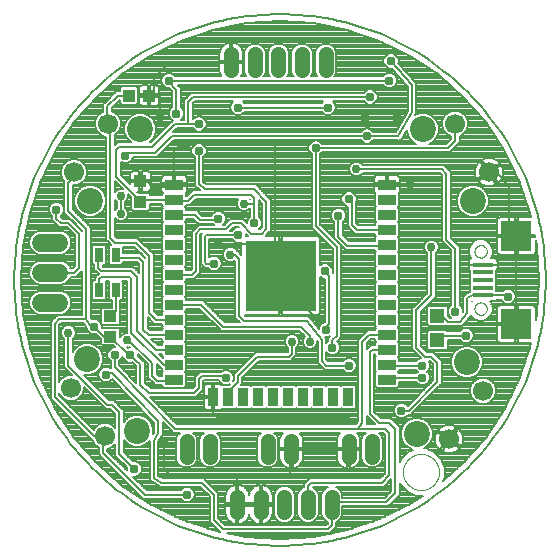
<source format=gtl>
G75*
%MOIN*%
%OFA0B0*%
%FSLAX25Y25*%
%IPPOS*%
%LPD*%
%AMOC8*
5,1,8,0,0,1.08239X$1,22.5*
%
%ADD10C,0.00600*%
%ADD11C,0.00000*%
%ADD12R,0.04252X0.04134*%
%ADD13R,0.02756X0.04724*%
%ADD14C,0.06000*%
%ADD15R,0.04724X0.04724*%
%ADD16R,0.04331X0.03937*%
%ADD17R,0.03937X0.04331*%
%ADD18C,0.08661*%
%ADD19C,0.06693*%
%ADD20C,0.05150*%
%ADD21R,0.06890X0.01575*%
%ADD22R,0.10000X0.10000*%
%ADD23R,0.05906X0.03543*%
%ADD24R,0.03543X0.05906*%
%ADD25R,0.23622X0.23622*%
%ADD26C,0.00800*%
%ADD27C,0.03100*%
%ADD28C,0.02978*%
D10*
X0067605Y0045700D02*
X0068905Y0044400D01*
X0110905Y0044400D01*
X0111905Y0043900D01*
X0067605Y0045700D02*
X0067605Y0050849D01*
X0001322Y0089900D02*
X0001349Y0092074D01*
X0001429Y0094247D01*
X0001562Y0096417D01*
X0001749Y0098583D01*
X0001988Y0100744D01*
X0002281Y0102898D01*
X0002626Y0105044D01*
X0003024Y0107182D01*
X0003474Y0109309D01*
X0003977Y0111424D01*
X0004531Y0113526D01*
X0005136Y0115614D01*
X0005793Y0117687D01*
X0006500Y0119743D01*
X0007258Y0121781D01*
X0008065Y0123799D01*
X0008922Y0125797D01*
X0009827Y0127774D01*
X0010781Y0129728D01*
X0011782Y0131658D01*
X0012830Y0133562D01*
X0013925Y0135441D01*
X0015065Y0137292D01*
X0016251Y0139114D01*
X0017481Y0140907D01*
X0018754Y0142669D01*
X0020071Y0144399D01*
X0021429Y0146096D01*
X0022829Y0147760D01*
X0024269Y0149389D01*
X0025749Y0150982D01*
X0027267Y0152538D01*
X0028823Y0154056D01*
X0030416Y0155536D01*
X0032045Y0156976D01*
X0033709Y0158376D01*
X0035406Y0159734D01*
X0037136Y0161051D01*
X0038898Y0162324D01*
X0040691Y0163554D01*
X0042513Y0164740D01*
X0044364Y0165880D01*
X0046243Y0166975D01*
X0048147Y0168023D01*
X0050077Y0169024D01*
X0052031Y0169978D01*
X0054008Y0170883D01*
X0056006Y0171740D01*
X0058024Y0172547D01*
X0060062Y0173305D01*
X0062118Y0174012D01*
X0064191Y0174669D01*
X0066279Y0175274D01*
X0068381Y0175828D01*
X0070496Y0176331D01*
X0072623Y0176781D01*
X0074761Y0177179D01*
X0076907Y0177524D01*
X0079061Y0177817D01*
X0081222Y0178056D01*
X0083388Y0178243D01*
X0085558Y0178376D01*
X0087731Y0178456D01*
X0089905Y0178483D01*
X0092079Y0178456D01*
X0094252Y0178376D01*
X0096422Y0178243D01*
X0098588Y0178056D01*
X0100749Y0177817D01*
X0102903Y0177524D01*
X0105049Y0177179D01*
X0107187Y0176781D01*
X0109314Y0176331D01*
X0111429Y0175828D01*
X0113531Y0175274D01*
X0115619Y0174669D01*
X0117692Y0174012D01*
X0119748Y0173305D01*
X0121786Y0172547D01*
X0123804Y0171740D01*
X0125802Y0170883D01*
X0127779Y0169978D01*
X0129733Y0169024D01*
X0131663Y0168023D01*
X0133567Y0166975D01*
X0135446Y0165880D01*
X0137297Y0164740D01*
X0139119Y0163554D01*
X0140912Y0162324D01*
X0142674Y0161051D01*
X0144404Y0159734D01*
X0146101Y0158376D01*
X0147765Y0156976D01*
X0149394Y0155536D01*
X0150987Y0154056D01*
X0152543Y0152538D01*
X0154061Y0150982D01*
X0155541Y0149389D01*
X0156981Y0147760D01*
X0158381Y0146096D01*
X0159739Y0144399D01*
X0161056Y0142669D01*
X0162329Y0140907D01*
X0163559Y0139114D01*
X0164745Y0137292D01*
X0165885Y0135441D01*
X0166980Y0133562D01*
X0168028Y0131658D01*
X0169029Y0129728D01*
X0169983Y0127774D01*
X0170888Y0125797D01*
X0171745Y0123799D01*
X0172552Y0121781D01*
X0173310Y0119743D01*
X0174017Y0117687D01*
X0174674Y0115614D01*
X0175279Y0113526D01*
X0175833Y0111424D01*
X0176336Y0109309D01*
X0176786Y0107182D01*
X0177184Y0105044D01*
X0177529Y0102898D01*
X0177822Y0100744D01*
X0178061Y0098583D01*
X0178248Y0096417D01*
X0178381Y0094247D01*
X0178461Y0092074D01*
X0178488Y0089900D01*
X0178461Y0087726D01*
X0178381Y0085553D01*
X0178248Y0083383D01*
X0178061Y0081217D01*
X0177822Y0079056D01*
X0177529Y0076902D01*
X0177184Y0074756D01*
X0176786Y0072618D01*
X0176336Y0070491D01*
X0175833Y0068376D01*
X0175279Y0066274D01*
X0174674Y0064186D01*
X0174017Y0062113D01*
X0173310Y0060057D01*
X0172552Y0058019D01*
X0171745Y0056001D01*
X0170888Y0054003D01*
X0169983Y0052026D01*
X0169029Y0050072D01*
X0168028Y0048142D01*
X0166980Y0046238D01*
X0165885Y0044359D01*
X0164745Y0042508D01*
X0163559Y0040686D01*
X0162329Y0038893D01*
X0161056Y0037131D01*
X0159739Y0035401D01*
X0158381Y0033704D01*
X0156981Y0032040D01*
X0155541Y0030411D01*
X0154061Y0028818D01*
X0152543Y0027262D01*
X0150987Y0025744D01*
X0149394Y0024264D01*
X0147765Y0022824D01*
X0146101Y0021424D01*
X0144404Y0020066D01*
X0142674Y0018749D01*
X0140912Y0017476D01*
X0139119Y0016246D01*
X0137297Y0015060D01*
X0135446Y0013920D01*
X0133567Y0012825D01*
X0131663Y0011777D01*
X0129733Y0010776D01*
X0127779Y0009822D01*
X0125802Y0008917D01*
X0123804Y0008060D01*
X0121786Y0007253D01*
X0119748Y0006495D01*
X0117692Y0005788D01*
X0115619Y0005131D01*
X0113531Y0004526D01*
X0111429Y0003972D01*
X0109314Y0003469D01*
X0107187Y0003019D01*
X0105049Y0002621D01*
X0102903Y0002276D01*
X0100749Y0001983D01*
X0098588Y0001744D01*
X0096422Y0001557D01*
X0094252Y0001424D01*
X0092079Y0001344D01*
X0089905Y0001317D01*
X0087731Y0001344D01*
X0085558Y0001424D01*
X0083388Y0001557D01*
X0081222Y0001744D01*
X0079061Y0001983D01*
X0076907Y0002276D01*
X0074761Y0002621D01*
X0072623Y0003019D01*
X0070496Y0003469D01*
X0068381Y0003972D01*
X0066279Y0004526D01*
X0064191Y0005131D01*
X0062118Y0005788D01*
X0060062Y0006495D01*
X0058024Y0007253D01*
X0056006Y0008060D01*
X0054008Y0008917D01*
X0052031Y0009822D01*
X0050077Y0010776D01*
X0048147Y0011777D01*
X0046243Y0012825D01*
X0044364Y0013920D01*
X0042513Y0015060D01*
X0040691Y0016246D01*
X0038898Y0017476D01*
X0037136Y0018749D01*
X0035406Y0020066D01*
X0033709Y0021424D01*
X0032045Y0022824D01*
X0030416Y0024264D01*
X0028823Y0025744D01*
X0027267Y0027262D01*
X0025749Y0028818D01*
X0024269Y0030411D01*
X0022829Y0032040D01*
X0021429Y0033704D01*
X0020071Y0035401D01*
X0018754Y0037131D01*
X0017481Y0038893D01*
X0016251Y0040686D01*
X0015065Y0042508D01*
X0013925Y0044359D01*
X0012830Y0046238D01*
X0011782Y0048142D01*
X0010781Y0050072D01*
X0009827Y0052026D01*
X0008922Y0054003D01*
X0008065Y0056001D01*
X0007258Y0058019D01*
X0006500Y0060057D01*
X0005793Y0062113D01*
X0005136Y0064186D01*
X0004531Y0066274D01*
X0003977Y0068376D01*
X0003474Y0070491D01*
X0003024Y0072618D01*
X0002626Y0074756D01*
X0002281Y0076902D01*
X0001988Y0079056D01*
X0001749Y0081217D01*
X0001562Y0083383D01*
X0001429Y0085553D01*
X0001349Y0087726D01*
X0001322Y0089900D01*
D11*
X0130905Y0025900D02*
X0130907Y0026054D01*
X0130913Y0026209D01*
X0130923Y0026363D01*
X0130937Y0026517D01*
X0130955Y0026670D01*
X0130976Y0026823D01*
X0131002Y0026976D01*
X0131032Y0027127D01*
X0131065Y0027278D01*
X0131103Y0027428D01*
X0131144Y0027577D01*
X0131189Y0027725D01*
X0131238Y0027871D01*
X0131291Y0028017D01*
X0131347Y0028160D01*
X0131407Y0028303D01*
X0131471Y0028443D01*
X0131538Y0028583D01*
X0131609Y0028720D01*
X0131683Y0028855D01*
X0131761Y0028989D01*
X0131842Y0029120D01*
X0131927Y0029249D01*
X0132015Y0029377D01*
X0132106Y0029501D01*
X0132200Y0029624D01*
X0132298Y0029744D01*
X0132398Y0029861D01*
X0132502Y0029976D01*
X0132608Y0030088D01*
X0132717Y0030197D01*
X0132829Y0030303D01*
X0132944Y0030407D01*
X0133061Y0030507D01*
X0133181Y0030605D01*
X0133304Y0030699D01*
X0133428Y0030790D01*
X0133556Y0030878D01*
X0133685Y0030963D01*
X0133816Y0031044D01*
X0133950Y0031122D01*
X0134085Y0031196D01*
X0134222Y0031267D01*
X0134362Y0031334D01*
X0134502Y0031398D01*
X0134645Y0031458D01*
X0134788Y0031514D01*
X0134934Y0031567D01*
X0135080Y0031616D01*
X0135228Y0031661D01*
X0135377Y0031702D01*
X0135527Y0031740D01*
X0135678Y0031773D01*
X0135829Y0031803D01*
X0135982Y0031829D01*
X0136135Y0031850D01*
X0136288Y0031868D01*
X0136442Y0031882D01*
X0136596Y0031892D01*
X0136751Y0031898D01*
X0136905Y0031900D01*
X0137059Y0031898D01*
X0137214Y0031892D01*
X0137368Y0031882D01*
X0137522Y0031868D01*
X0137675Y0031850D01*
X0137828Y0031829D01*
X0137981Y0031803D01*
X0138132Y0031773D01*
X0138283Y0031740D01*
X0138433Y0031702D01*
X0138582Y0031661D01*
X0138730Y0031616D01*
X0138876Y0031567D01*
X0139022Y0031514D01*
X0139165Y0031458D01*
X0139308Y0031398D01*
X0139448Y0031334D01*
X0139588Y0031267D01*
X0139725Y0031196D01*
X0139860Y0031122D01*
X0139994Y0031044D01*
X0140125Y0030963D01*
X0140254Y0030878D01*
X0140382Y0030790D01*
X0140506Y0030699D01*
X0140629Y0030605D01*
X0140749Y0030507D01*
X0140866Y0030407D01*
X0140981Y0030303D01*
X0141093Y0030197D01*
X0141202Y0030088D01*
X0141308Y0029976D01*
X0141412Y0029861D01*
X0141512Y0029744D01*
X0141610Y0029624D01*
X0141704Y0029501D01*
X0141795Y0029377D01*
X0141883Y0029249D01*
X0141968Y0029120D01*
X0142049Y0028989D01*
X0142127Y0028855D01*
X0142201Y0028720D01*
X0142272Y0028583D01*
X0142339Y0028443D01*
X0142403Y0028303D01*
X0142463Y0028160D01*
X0142519Y0028017D01*
X0142572Y0027871D01*
X0142621Y0027725D01*
X0142666Y0027577D01*
X0142707Y0027428D01*
X0142745Y0027278D01*
X0142778Y0027127D01*
X0142808Y0026976D01*
X0142834Y0026823D01*
X0142855Y0026670D01*
X0142873Y0026517D01*
X0142887Y0026363D01*
X0142897Y0026209D01*
X0142903Y0026054D01*
X0142905Y0025900D01*
X0142903Y0025746D01*
X0142897Y0025591D01*
X0142887Y0025437D01*
X0142873Y0025283D01*
X0142855Y0025130D01*
X0142834Y0024977D01*
X0142808Y0024824D01*
X0142778Y0024673D01*
X0142745Y0024522D01*
X0142707Y0024372D01*
X0142666Y0024223D01*
X0142621Y0024075D01*
X0142572Y0023929D01*
X0142519Y0023783D01*
X0142463Y0023640D01*
X0142403Y0023497D01*
X0142339Y0023357D01*
X0142272Y0023217D01*
X0142201Y0023080D01*
X0142127Y0022945D01*
X0142049Y0022811D01*
X0141968Y0022680D01*
X0141883Y0022551D01*
X0141795Y0022423D01*
X0141704Y0022299D01*
X0141610Y0022176D01*
X0141512Y0022056D01*
X0141412Y0021939D01*
X0141308Y0021824D01*
X0141202Y0021712D01*
X0141093Y0021603D01*
X0140981Y0021497D01*
X0140866Y0021393D01*
X0140749Y0021293D01*
X0140629Y0021195D01*
X0140506Y0021101D01*
X0140382Y0021010D01*
X0140254Y0020922D01*
X0140125Y0020837D01*
X0139994Y0020756D01*
X0139860Y0020678D01*
X0139725Y0020604D01*
X0139588Y0020533D01*
X0139448Y0020466D01*
X0139308Y0020402D01*
X0139165Y0020342D01*
X0139022Y0020286D01*
X0138876Y0020233D01*
X0138730Y0020184D01*
X0138582Y0020139D01*
X0138433Y0020098D01*
X0138283Y0020060D01*
X0138132Y0020027D01*
X0137981Y0019997D01*
X0137828Y0019971D01*
X0137675Y0019950D01*
X0137522Y0019932D01*
X0137368Y0019918D01*
X0137214Y0019908D01*
X0137059Y0019902D01*
X0136905Y0019900D01*
X0136751Y0019902D01*
X0136596Y0019908D01*
X0136442Y0019918D01*
X0136288Y0019932D01*
X0136135Y0019950D01*
X0135982Y0019971D01*
X0135829Y0019997D01*
X0135678Y0020027D01*
X0135527Y0020060D01*
X0135377Y0020098D01*
X0135228Y0020139D01*
X0135080Y0020184D01*
X0134934Y0020233D01*
X0134788Y0020286D01*
X0134645Y0020342D01*
X0134502Y0020402D01*
X0134362Y0020466D01*
X0134222Y0020533D01*
X0134085Y0020604D01*
X0133950Y0020678D01*
X0133816Y0020756D01*
X0133685Y0020837D01*
X0133556Y0020922D01*
X0133428Y0021010D01*
X0133304Y0021101D01*
X0133181Y0021195D01*
X0133061Y0021293D01*
X0132944Y0021393D01*
X0132829Y0021497D01*
X0132717Y0021603D01*
X0132608Y0021712D01*
X0132502Y0021824D01*
X0132398Y0021939D01*
X0132298Y0022056D01*
X0132200Y0022176D01*
X0132106Y0022299D01*
X0132015Y0022423D01*
X0131927Y0022551D01*
X0131842Y0022680D01*
X0131761Y0022811D01*
X0131683Y0022945D01*
X0131609Y0023080D01*
X0131538Y0023217D01*
X0131471Y0023357D01*
X0131407Y0023497D01*
X0131347Y0023640D01*
X0131291Y0023783D01*
X0131238Y0023929D01*
X0131189Y0024075D01*
X0131144Y0024223D01*
X0131103Y0024372D01*
X0131065Y0024522D01*
X0131032Y0024673D01*
X0131002Y0024824D01*
X0130976Y0024977D01*
X0130955Y0025130D01*
X0130937Y0025283D01*
X0130923Y0025437D01*
X0130913Y0025591D01*
X0130907Y0025746D01*
X0130905Y0025900D01*
X0154716Y0080353D02*
X0154718Y0080444D01*
X0154724Y0080534D01*
X0154734Y0080625D01*
X0154748Y0080714D01*
X0154766Y0080803D01*
X0154787Y0080892D01*
X0154813Y0080979D01*
X0154842Y0081065D01*
X0154876Y0081149D01*
X0154912Y0081232D01*
X0154953Y0081314D01*
X0154997Y0081393D01*
X0155044Y0081471D01*
X0155095Y0081546D01*
X0155149Y0081619D01*
X0155206Y0081689D01*
X0155266Y0081757D01*
X0155329Y0081823D01*
X0155395Y0081885D01*
X0155464Y0081944D01*
X0155535Y0082001D01*
X0155609Y0082054D01*
X0155685Y0082104D01*
X0155763Y0082151D01*
X0155843Y0082194D01*
X0155924Y0082233D01*
X0156008Y0082269D01*
X0156093Y0082301D01*
X0156179Y0082330D01*
X0156266Y0082354D01*
X0156355Y0082375D01*
X0156444Y0082392D01*
X0156534Y0082405D01*
X0156624Y0082414D01*
X0156715Y0082419D01*
X0156806Y0082420D01*
X0156896Y0082417D01*
X0156987Y0082410D01*
X0157077Y0082399D01*
X0157167Y0082384D01*
X0157256Y0082365D01*
X0157344Y0082343D01*
X0157430Y0082316D01*
X0157516Y0082286D01*
X0157600Y0082252D01*
X0157683Y0082214D01*
X0157764Y0082173D01*
X0157843Y0082128D01*
X0157920Y0082079D01*
X0157994Y0082028D01*
X0158067Y0081973D01*
X0158137Y0081915D01*
X0158204Y0081854D01*
X0158268Y0081790D01*
X0158330Y0081724D01*
X0158389Y0081654D01*
X0158444Y0081583D01*
X0158497Y0081508D01*
X0158546Y0081432D01*
X0158592Y0081354D01*
X0158634Y0081273D01*
X0158673Y0081191D01*
X0158708Y0081107D01*
X0158739Y0081022D01*
X0158766Y0080935D01*
X0158790Y0080848D01*
X0158810Y0080759D01*
X0158826Y0080670D01*
X0158838Y0080580D01*
X0158846Y0080489D01*
X0158850Y0080398D01*
X0158850Y0080308D01*
X0158846Y0080217D01*
X0158838Y0080126D01*
X0158826Y0080036D01*
X0158810Y0079947D01*
X0158790Y0079858D01*
X0158766Y0079771D01*
X0158739Y0079684D01*
X0158708Y0079599D01*
X0158673Y0079515D01*
X0158634Y0079433D01*
X0158592Y0079352D01*
X0158546Y0079274D01*
X0158497Y0079198D01*
X0158444Y0079123D01*
X0158389Y0079052D01*
X0158330Y0078982D01*
X0158268Y0078916D01*
X0158204Y0078852D01*
X0158137Y0078791D01*
X0158067Y0078733D01*
X0157994Y0078678D01*
X0157920Y0078627D01*
X0157843Y0078578D01*
X0157764Y0078533D01*
X0157683Y0078492D01*
X0157600Y0078454D01*
X0157516Y0078420D01*
X0157430Y0078390D01*
X0157344Y0078363D01*
X0157256Y0078341D01*
X0157167Y0078322D01*
X0157077Y0078307D01*
X0156987Y0078296D01*
X0156896Y0078289D01*
X0156806Y0078286D01*
X0156715Y0078287D01*
X0156624Y0078292D01*
X0156534Y0078301D01*
X0156444Y0078314D01*
X0156355Y0078331D01*
X0156266Y0078352D01*
X0156179Y0078376D01*
X0156093Y0078405D01*
X0156008Y0078437D01*
X0155924Y0078473D01*
X0155843Y0078512D01*
X0155763Y0078555D01*
X0155685Y0078602D01*
X0155609Y0078652D01*
X0155535Y0078705D01*
X0155464Y0078762D01*
X0155395Y0078821D01*
X0155329Y0078883D01*
X0155266Y0078949D01*
X0155206Y0079017D01*
X0155149Y0079087D01*
X0155095Y0079160D01*
X0155044Y0079235D01*
X0154997Y0079313D01*
X0154953Y0079392D01*
X0154912Y0079474D01*
X0154876Y0079557D01*
X0154842Y0079641D01*
X0154813Y0079727D01*
X0154787Y0079814D01*
X0154766Y0079903D01*
X0154748Y0079992D01*
X0154734Y0080081D01*
X0154724Y0080172D01*
X0154718Y0080262D01*
X0154716Y0080353D01*
X0154716Y0099447D02*
X0154718Y0099538D01*
X0154724Y0099628D01*
X0154734Y0099719D01*
X0154748Y0099808D01*
X0154766Y0099897D01*
X0154787Y0099986D01*
X0154813Y0100073D01*
X0154842Y0100159D01*
X0154876Y0100243D01*
X0154912Y0100326D01*
X0154953Y0100408D01*
X0154997Y0100487D01*
X0155044Y0100565D01*
X0155095Y0100640D01*
X0155149Y0100713D01*
X0155206Y0100783D01*
X0155266Y0100851D01*
X0155329Y0100917D01*
X0155395Y0100979D01*
X0155464Y0101038D01*
X0155535Y0101095D01*
X0155609Y0101148D01*
X0155685Y0101198D01*
X0155763Y0101245D01*
X0155843Y0101288D01*
X0155924Y0101327D01*
X0156008Y0101363D01*
X0156093Y0101395D01*
X0156179Y0101424D01*
X0156266Y0101448D01*
X0156355Y0101469D01*
X0156444Y0101486D01*
X0156534Y0101499D01*
X0156624Y0101508D01*
X0156715Y0101513D01*
X0156806Y0101514D01*
X0156896Y0101511D01*
X0156987Y0101504D01*
X0157077Y0101493D01*
X0157167Y0101478D01*
X0157256Y0101459D01*
X0157344Y0101437D01*
X0157430Y0101410D01*
X0157516Y0101380D01*
X0157600Y0101346D01*
X0157683Y0101308D01*
X0157764Y0101267D01*
X0157843Y0101222D01*
X0157920Y0101173D01*
X0157994Y0101122D01*
X0158067Y0101067D01*
X0158137Y0101009D01*
X0158204Y0100948D01*
X0158268Y0100884D01*
X0158330Y0100818D01*
X0158389Y0100748D01*
X0158444Y0100677D01*
X0158497Y0100602D01*
X0158546Y0100526D01*
X0158592Y0100448D01*
X0158634Y0100367D01*
X0158673Y0100285D01*
X0158708Y0100201D01*
X0158739Y0100116D01*
X0158766Y0100029D01*
X0158790Y0099942D01*
X0158810Y0099853D01*
X0158826Y0099764D01*
X0158838Y0099674D01*
X0158846Y0099583D01*
X0158850Y0099492D01*
X0158850Y0099402D01*
X0158846Y0099311D01*
X0158838Y0099220D01*
X0158826Y0099130D01*
X0158810Y0099041D01*
X0158790Y0098952D01*
X0158766Y0098865D01*
X0158739Y0098778D01*
X0158708Y0098693D01*
X0158673Y0098609D01*
X0158634Y0098527D01*
X0158592Y0098446D01*
X0158546Y0098368D01*
X0158497Y0098292D01*
X0158444Y0098217D01*
X0158389Y0098146D01*
X0158330Y0098076D01*
X0158268Y0098010D01*
X0158204Y0097946D01*
X0158137Y0097885D01*
X0158067Y0097827D01*
X0157994Y0097772D01*
X0157920Y0097721D01*
X0157843Y0097672D01*
X0157764Y0097627D01*
X0157683Y0097586D01*
X0157600Y0097548D01*
X0157516Y0097514D01*
X0157430Y0097484D01*
X0157344Y0097457D01*
X0157256Y0097435D01*
X0157167Y0097416D01*
X0157077Y0097401D01*
X0156987Y0097390D01*
X0156896Y0097383D01*
X0156806Y0097380D01*
X0156715Y0097381D01*
X0156624Y0097386D01*
X0156534Y0097395D01*
X0156444Y0097408D01*
X0156355Y0097425D01*
X0156266Y0097446D01*
X0156179Y0097470D01*
X0156093Y0097499D01*
X0156008Y0097531D01*
X0155924Y0097567D01*
X0155843Y0097606D01*
X0155763Y0097649D01*
X0155685Y0097696D01*
X0155609Y0097746D01*
X0155535Y0097799D01*
X0155464Y0097856D01*
X0155395Y0097915D01*
X0155329Y0097977D01*
X0155266Y0098043D01*
X0155206Y0098111D01*
X0155149Y0098181D01*
X0155095Y0098254D01*
X0155044Y0098329D01*
X0154997Y0098407D01*
X0154953Y0098486D01*
X0154912Y0098568D01*
X0154876Y0098651D01*
X0154842Y0098735D01*
X0154813Y0098821D01*
X0154787Y0098908D01*
X0154766Y0098997D01*
X0154748Y0099086D01*
X0154734Y0099175D01*
X0154724Y0099266D01*
X0154718Y0099356D01*
X0154716Y0099447D01*
D12*
X0043405Y0115955D03*
X0043405Y0122845D03*
D13*
X0035161Y0098306D03*
X0029649Y0098306D03*
X0029649Y0086494D03*
X0035161Y0086494D03*
D14*
X0016405Y0082400D02*
X0010405Y0082400D01*
X0010405Y0092400D02*
X0016405Y0092400D01*
X0016405Y0102400D02*
X0010405Y0102400D01*
D15*
X0142405Y0078034D03*
X0142405Y0069766D03*
D16*
X0033405Y0071054D03*
X0033405Y0077746D03*
D17*
X0039559Y0151400D03*
X0046252Y0151400D03*
D18*
X0043330Y0140197D03*
X0026605Y0116312D03*
X0025605Y0063488D03*
X0042330Y0039603D03*
X0135480Y0038603D03*
X0152205Y0062488D03*
X0154205Y0116312D03*
X0137480Y0140197D03*
D19*
X0148260Y0141963D03*
X0159551Y0125837D03*
X0157551Y0052963D03*
X0146260Y0036837D03*
X0032551Y0141963D03*
X0021260Y0125837D03*
X0020260Y0053963D03*
X0031551Y0037837D03*
D20*
X0058764Y0036162D02*
X0058764Y0031012D01*
X0066638Y0031012D02*
X0066638Y0036162D01*
X0085764Y0036162D02*
X0085764Y0031012D01*
X0093638Y0031012D02*
X0093638Y0036162D01*
X0091405Y0017662D02*
X0091405Y0012512D01*
X0083531Y0012512D02*
X0083531Y0017662D01*
X0075657Y0017662D02*
X0075657Y0012512D01*
X0099279Y0012512D02*
X0099279Y0017662D01*
X0107153Y0017662D02*
X0107153Y0012512D01*
X0112764Y0031012D02*
X0112764Y0036162D01*
X0120638Y0036162D02*
X0120638Y0031012D01*
X0105153Y0160012D02*
X0105153Y0165162D01*
X0097279Y0165162D02*
X0097279Y0160012D01*
X0089405Y0160012D02*
X0089405Y0165162D01*
X0081531Y0165162D02*
X0081531Y0160012D01*
X0073657Y0160012D02*
X0073657Y0165162D01*
D21*
X0157590Y0095018D03*
X0157590Y0092459D03*
X0157590Y0089900D03*
X0157590Y0087341D03*
X0157590Y0084782D03*
D22*
X0168712Y0075235D03*
X0168712Y0104565D03*
D23*
X0125538Y0106715D03*
X0125538Y0111715D03*
X0125538Y0116715D03*
X0125538Y0121715D03*
X0125538Y0101715D03*
X0125538Y0096715D03*
X0125538Y0091715D03*
X0125538Y0086715D03*
X0125538Y0081715D03*
X0125538Y0076715D03*
X0125538Y0071715D03*
X0125538Y0066715D03*
X0125538Y0061715D03*
X0125538Y0056715D03*
X0054672Y0056715D03*
X0054672Y0061715D03*
X0054672Y0066715D03*
X0054672Y0071715D03*
X0054672Y0076715D03*
X0054672Y0081715D03*
X0054672Y0086715D03*
X0054672Y0091715D03*
X0054672Y0096715D03*
X0054672Y0101715D03*
X0054672Y0106715D03*
X0054672Y0111715D03*
X0054672Y0116715D03*
X0054672Y0121715D03*
D24*
X0067605Y0050849D03*
X0072605Y0050849D03*
X0077605Y0050849D03*
X0082605Y0050849D03*
X0087605Y0050849D03*
X0092605Y0050849D03*
X0097605Y0050849D03*
X0102605Y0050849D03*
X0107605Y0050849D03*
X0112605Y0050849D03*
D25*
X0090105Y0091400D03*
D26*
X0021373Y0037314D02*
X0028824Y0028818D01*
X0037319Y0021368D01*
X0046714Y0015090D01*
X0056848Y0010093D01*
X0067548Y0006461D01*
X0069816Y0006010D01*
X0067325Y0008500D01*
X0066505Y0009320D01*
X0066505Y0017820D01*
X0063325Y0021000D01*
X0050578Y0021000D01*
X0050182Y0020901D01*
X0050018Y0021000D01*
X0049825Y0021000D01*
X0049537Y0021288D01*
X0047518Y0022500D01*
X0047325Y0022500D01*
X0047037Y0022788D01*
X0046688Y0022998D01*
X0046641Y0023184D01*
X0046505Y0023320D01*
X0046505Y0023728D01*
X0046407Y0024123D01*
X0046505Y0024288D01*
X0046505Y0036228D01*
X0046503Y0036237D01*
X0045350Y0035083D01*
X0043391Y0034272D01*
X0041270Y0034272D01*
X0039311Y0035083D01*
X0037811Y0036583D01*
X0037805Y0036597D01*
X0037805Y0032480D01*
X0040854Y0029432D01*
X0040898Y0029450D01*
X0041913Y0029450D01*
X0042850Y0029062D01*
X0043567Y0028344D01*
X0043955Y0027407D01*
X0043955Y0026393D01*
X0043567Y0025456D01*
X0042850Y0024738D01*
X0041913Y0024350D01*
X0040935Y0024350D01*
X0045485Y0019800D01*
X0056725Y0019800D01*
X0056744Y0019844D01*
X0057461Y0020562D01*
X0058398Y0020950D01*
X0059413Y0020950D01*
X0060350Y0020562D01*
X0061067Y0019844D01*
X0061455Y0018907D01*
X0061455Y0017893D01*
X0061067Y0016956D01*
X0060350Y0016238D01*
X0059413Y0015850D01*
X0058398Y0015850D01*
X0057461Y0016238D01*
X0056744Y0016956D01*
X0056725Y0017000D01*
X0044325Y0017000D01*
X0030325Y0031000D01*
X0030325Y0031000D01*
X0029505Y0031820D01*
X0029505Y0033980D01*
X0029089Y0034153D01*
X0027866Y0035375D01*
X0027426Y0036437D01*
X0027388Y0036437D01*
X0014325Y0049500D01*
X0014325Y0049500D01*
X0013505Y0050320D01*
X0013505Y0075980D01*
X0014325Y0076800D01*
X0014325Y0076800D01*
X0015005Y0077480D01*
X0015825Y0078300D01*
X0024005Y0078300D01*
X0024005Y0093020D01*
X0023485Y0092500D01*
X0021985Y0091000D01*
X0020155Y0091000D01*
X0019796Y0090134D01*
X0018671Y0089009D01*
X0017201Y0088400D01*
X0009610Y0088400D01*
X0008140Y0089009D01*
X0007014Y0090134D01*
X0006405Y0091604D01*
X0006405Y0093196D01*
X0007014Y0094666D01*
X0008140Y0095791D01*
X0009610Y0096400D01*
X0017201Y0096400D01*
X0018671Y0095791D01*
X0019796Y0094666D01*
X0020155Y0093800D01*
X0020825Y0093800D01*
X0021505Y0094480D01*
X0021505Y0104820D01*
X0018825Y0107500D01*
X0016325Y0107500D01*
X0014005Y0109820D01*
X0014005Y0111220D01*
X0013961Y0111238D01*
X0013244Y0111956D01*
X0012855Y0112893D01*
X0012855Y0113907D01*
X0013244Y0114844D01*
X0013961Y0115562D01*
X0014898Y0115950D01*
X0015913Y0115950D01*
X0016850Y0115562D01*
X0017567Y0114844D01*
X0017955Y0113907D01*
X0017955Y0112893D01*
X0017567Y0111956D01*
X0016850Y0111238D01*
X0016805Y0111220D01*
X0016805Y0110980D01*
X0017485Y0110300D01*
X0019985Y0110300D01*
X0020805Y0109480D01*
X0024005Y0106280D01*
X0024005Y0106320D01*
X0018005Y0112320D01*
X0018005Y0122945D01*
X0017575Y0123375D01*
X0016913Y0124973D01*
X0016913Y0126702D01*
X0017575Y0128300D01*
X0018798Y0129522D01*
X0020395Y0130184D01*
X0022124Y0130184D01*
X0023722Y0129522D01*
X0024945Y0128300D01*
X0025606Y0126702D01*
X0025606Y0124973D01*
X0024945Y0123375D01*
X0023722Y0122153D01*
X0022124Y0121491D01*
X0020805Y0121491D01*
X0020805Y0113480D01*
X0026805Y0107480D01*
X0026805Y0077288D01*
X0027086Y0076821D01*
X0027398Y0076950D01*
X0028413Y0076950D01*
X0029350Y0076562D01*
X0030067Y0075844D01*
X0030240Y0075427D01*
X0030240Y0080129D01*
X0030826Y0080715D01*
X0033761Y0080715D01*
X0033761Y0083132D01*
X0033369Y0083132D01*
X0032783Y0083718D01*
X0032783Y0089271D01*
X0033012Y0089500D01*
X0031798Y0089500D01*
X0032027Y0089271D01*
X0032027Y0083718D01*
X0031442Y0083132D01*
X0027857Y0083132D01*
X0027271Y0083718D01*
X0027271Y0089271D01*
X0027857Y0089857D01*
X0028249Y0089857D01*
X0028249Y0090724D01*
X0029005Y0091480D01*
X0029425Y0091900D01*
X0028825Y0092500D01*
X0028005Y0093320D01*
X0028005Y0094943D01*
X0027857Y0094943D01*
X0027271Y0095529D01*
X0027271Y0101082D01*
X0027857Y0101668D01*
X0031442Y0101668D01*
X0032027Y0101082D01*
X0032027Y0095529D01*
X0031442Y0094943D01*
X0030805Y0094943D01*
X0030805Y0094480D01*
X0030985Y0094300D01*
X0040985Y0094300D01*
X0041805Y0093480D01*
X0042985Y0092300D01*
X0042985Y0092300D01*
X0043005Y0092280D01*
X0043005Y0095320D01*
X0042325Y0096000D01*
X0037539Y0096000D01*
X0037539Y0095529D01*
X0036953Y0094943D01*
X0033369Y0094943D01*
X0032783Y0095529D01*
X0032783Y0101082D01*
X0033369Y0101668D01*
X0033658Y0101668D01*
X0032825Y0102500D01*
X0032005Y0103320D01*
X0032005Y0137616D01*
X0031686Y0137616D01*
X0030089Y0138278D01*
X0028866Y0139500D01*
X0028204Y0141098D01*
X0028204Y0142827D01*
X0028866Y0144425D01*
X0030089Y0145647D01*
X0031005Y0146027D01*
X0031005Y0148480D01*
X0031825Y0149300D01*
X0035325Y0152800D01*
X0036590Y0152800D01*
X0036590Y0153980D01*
X0037176Y0154565D01*
X0041942Y0154565D01*
X0042527Y0153980D01*
X0042527Y0148820D01*
X0041942Y0148235D01*
X0037176Y0148235D01*
X0036590Y0148820D01*
X0036590Y0150000D01*
X0036485Y0150000D01*
X0033805Y0147320D01*
X0033805Y0146147D01*
X0035013Y0145647D01*
X0036236Y0144425D01*
X0036897Y0142827D01*
X0036897Y0141098D01*
X0036236Y0139500D01*
X0035013Y0138278D01*
X0034805Y0138192D01*
X0034805Y0134780D01*
X0035005Y0134980D01*
X0035825Y0135800D01*
X0040189Y0135800D01*
X0038811Y0137178D01*
X0038000Y0139137D01*
X0038000Y0141258D01*
X0038811Y0143217D01*
X0040311Y0144717D01*
X0042270Y0145528D01*
X0044391Y0145528D01*
X0046350Y0144717D01*
X0047849Y0143217D01*
X0048661Y0141258D01*
X0048661Y0139137D01*
X0047849Y0137178D01*
X0046472Y0135800D01*
X0046825Y0135800D01*
X0053505Y0142480D01*
X0054175Y0143150D01*
X0053961Y0143238D01*
X0053244Y0143956D01*
X0052855Y0144893D01*
X0052855Y0145907D01*
X0053244Y0146844D01*
X0053961Y0147562D01*
X0054005Y0147580D01*
X0054005Y0152820D01*
X0052975Y0153850D01*
X0052398Y0153850D01*
X0051461Y0154238D01*
X0050744Y0154956D01*
X0050355Y0155893D01*
X0050355Y0156907D01*
X0050744Y0157844D01*
X0051461Y0158562D01*
X0052398Y0158950D01*
X0053413Y0158950D01*
X0054350Y0158562D01*
X0055067Y0157844D01*
X0055086Y0157800D01*
X0070355Y0157800D01*
X0070135Y0158129D01*
X0069835Y0158853D01*
X0069683Y0159621D01*
X0069683Y0162200D01*
X0073270Y0162200D01*
X0073270Y0162974D01*
X0069683Y0162974D01*
X0069683Y0165553D01*
X0069835Y0166321D01*
X0070135Y0167045D01*
X0070570Y0167696D01*
X0071124Y0168249D01*
X0071775Y0168684D01*
X0072498Y0168984D01*
X0073266Y0169137D01*
X0073270Y0169137D01*
X0073270Y0162974D01*
X0074045Y0162974D01*
X0077632Y0162974D01*
X0077632Y0165553D01*
X0077479Y0166321D01*
X0077180Y0167045D01*
X0076745Y0167696D01*
X0076191Y0168249D01*
X0075540Y0168684D01*
X0074817Y0168984D01*
X0074049Y0169137D01*
X0074045Y0169137D01*
X0074045Y0162974D01*
X0074045Y0162200D01*
X0077632Y0162200D01*
X0077632Y0159621D01*
X0077479Y0158853D01*
X0077180Y0158129D01*
X0076960Y0157800D01*
X0078688Y0157800D01*
X0078501Y0157987D01*
X0077957Y0159301D01*
X0077957Y0165873D01*
X0078501Y0167187D01*
X0079506Y0168192D01*
X0080820Y0168737D01*
X0082242Y0168737D01*
X0083556Y0168192D01*
X0084562Y0167187D01*
X0085106Y0165873D01*
X0085106Y0159301D01*
X0084562Y0157987D01*
X0084375Y0157800D01*
X0086562Y0157800D01*
X0086375Y0157987D01*
X0085831Y0159301D01*
X0085831Y0165873D01*
X0086375Y0167187D01*
X0087380Y0168192D01*
X0088694Y0168737D01*
X0090116Y0168737D01*
X0091430Y0168192D01*
X0092436Y0167187D01*
X0092980Y0165873D01*
X0092980Y0159301D01*
X0092436Y0157987D01*
X0092249Y0157800D01*
X0094436Y0157800D01*
X0094249Y0157987D01*
X0093705Y0159301D01*
X0093705Y0165873D01*
X0094249Y0167187D01*
X0095254Y0168192D01*
X0096568Y0168737D01*
X0097990Y0168737D01*
X0099304Y0168192D01*
X0100310Y0167187D01*
X0100854Y0165873D01*
X0100854Y0159301D01*
X0100310Y0157987D01*
X0100123Y0157800D01*
X0102310Y0157800D01*
X0102123Y0157987D01*
X0101579Y0159301D01*
X0101579Y0165873D01*
X0102123Y0167187D01*
X0103128Y0168192D01*
X0104442Y0168737D01*
X0105864Y0168737D01*
X0107178Y0168192D01*
X0108184Y0167187D01*
X0108728Y0165873D01*
X0108728Y0159301D01*
X0108184Y0157987D01*
X0107997Y0157800D01*
X0124225Y0157800D01*
X0124244Y0157844D01*
X0124961Y0158562D01*
X0125898Y0158950D01*
X0126913Y0158950D01*
X0127850Y0158562D01*
X0128567Y0157844D01*
X0128955Y0156907D01*
X0128955Y0155893D01*
X0128567Y0154956D01*
X0127850Y0154238D01*
X0126913Y0153850D01*
X0125898Y0153850D01*
X0124961Y0154238D01*
X0124244Y0154956D01*
X0124225Y0155000D01*
X0055785Y0155000D01*
X0056805Y0153980D01*
X0056805Y0147580D01*
X0056850Y0147562D01*
X0057567Y0146844D01*
X0057955Y0145907D01*
X0057955Y0144893D01*
X0057567Y0143956D01*
X0056912Y0143300D01*
X0058005Y0143300D01*
X0058005Y0149980D01*
X0058825Y0150800D01*
X0058825Y0150800D01*
X0060325Y0152300D01*
X0117725Y0152300D01*
X0117744Y0152344D01*
X0118461Y0153062D01*
X0119398Y0153450D01*
X0120413Y0153450D01*
X0121350Y0153062D01*
X0122067Y0152344D01*
X0122455Y0151407D01*
X0122455Y0150393D01*
X0122067Y0149456D01*
X0121350Y0148738D01*
X0120413Y0148350D01*
X0119398Y0148350D01*
X0118461Y0148738D01*
X0117744Y0149456D01*
X0117725Y0149500D01*
X0107412Y0149500D01*
X0108067Y0148844D01*
X0108455Y0147907D01*
X0108455Y0146893D01*
X0108067Y0145956D01*
X0107350Y0145238D01*
X0106413Y0144850D01*
X0105398Y0144850D01*
X0104461Y0145238D01*
X0103744Y0145956D01*
X0103725Y0146000D01*
X0078086Y0146000D01*
X0078067Y0145956D01*
X0077350Y0145238D01*
X0076413Y0144850D01*
X0075398Y0144850D01*
X0074461Y0145238D01*
X0073744Y0145956D01*
X0073355Y0146893D01*
X0073355Y0147907D01*
X0073744Y0148844D01*
X0074399Y0149500D01*
X0061485Y0149500D01*
X0060805Y0148820D01*
X0060805Y0143406D01*
X0061461Y0144062D01*
X0062398Y0144450D01*
X0063413Y0144450D01*
X0064350Y0144062D01*
X0065067Y0143344D01*
X0065455Y0142407D01*
X0065455Y0141393D01*
X0065067Y0140456D01*
X0064350Y0139738D01*
X0063413Y0139350D01*
X0062398Y0139350D01*
X0061461Y0139738D01*
X0060744Y0140456D01*
X0060725Y0140500D01*
X0055485Y0140500D01*
X0054285Y0139300D01*
X0116725Y0139300D01*
X0116744Y0139344D01*
X0117461Y0140062D01*
X0118398Y0140450D01*
X0119413Y0140450D01*
X0120350Y0140062D01*
X0121067Y0139344D01*
X0121086Y0139300D01*
X0128587Y0139300D01*
X0132505Y0146267D01*
X0132505Y0154374D01*
X0127276Y0160350D01*
X0126398Y0160350D01*
X0125461Y0160738D01*
X0124744Y0161456D01*
X0124355Y0162393D01*
X0124355Y0163407D01*
X0124744Y0164344D01*
X0125461Y0165062D01*
X0126398Y0165450D01*
X0127413Y0165450D01*
X0128350Y0165062D01*
X0129067Y0164344D01*
X0129455Y0163407D01*
X0129455Y0162393D01*
X0129376Y0162202D01*
X0134928Y0155857D01*
X0135305Y0155480D01*
X0135305Y0155426D01*
X0135341Y0155385D01*
X0135305Y0154853D01*
X0135305Y0146092D01*
X0135410Y0145719D01*
X0135305Y0145533D01*
X0135305Y0145320D01*
X0135031Y0145046D01*
X0134963Y0144925D01*
X0136420Y0145528D01*
X0138541Y0145528D01*
X0140500Y0144717D01*
X0141999Y0143217D01*
X0142811Y0141258D01*
X0142811Y0139137D01*
X0141999Y0137178D01*
X0140500Y0135678D01*
X0139587Y0135300D01*
X0145325Y0135300D01*
X0147005Y0136980D01*
X0147005Y0137778D01*
X0145798Y0138278D01*
X0144575Y0139500D01*
X0143913Y0141098D01*
X0143913Y0142827D01*
X0144575Y0144425D01*
X0145798Y0145647D01*
X0147395Y0146309D01*
X0149124Y0146309D01*
X0150722Y0145647D01*
X0151945Y0144425D01*
X0152606Y0142827D01*
X0152606Y0141098D01*
X0151945Y0139500D01*
X0150722Y0138278D01*
X0149805Y0137898D01*
X0149805Y0135820D01*
X0148985Y0135000D01*
X0146485Y0132500D01*
X0104086Y0132500D01*
X0104067Y0132456D01*
X0103350Y0131738D01*
X0103305Y0131720D01*
X0103305Y0108480D01*
X0110305Y0101480D01*
X0110305Y0070820D01*
X0109485Y0070000D01*
X0109485Y0070000D01*
X0108948Y0069463D01*
X0109567Y0068844D01*
X0109955Y0067907D01*
X0109955Y0066893D01*
X0109567Y0065956D01*
X0108850Y0065238D01*
X0107913Y0064850D01*
X0106898Y0064850D01*
X0105961Y0065238D01*
X0105305Y0065894D01*
X0105305Y0063480D01*
X0105985Y0062800D01*
X0110725Y0062800D01*
X0110744Y0062844D01*
X0111461Y0063562D01*
X0112398Y0063950D01*
X0113413Y0063950D01*
X0114350Y0063562D01*
X0115067Y0062844D01*
X0115455Y0061907D01*
X0115455Y0060893D01*
X0115067Y0059956D01*
X0114350Y0059238D01*
X0113413Y0058850D01*
X0112398Y0058850D01*
X0111461Y0059238D01*
X0110744Y0059956D01*
X0110725Y0060000D01*
X0104825Y0060000D01*
X0104005Y0060820D01*
X0102505Y0062320D01*
X0102505Y0069424D01*
X0102394Y0069568D01*
X0102394Y0068905D01*
X0102015Y0067990D01*
X0101315Y0067290D01*
X0100400Y0066911D01*
X0099410Y0066911D01*
X0098495Y0067290D01*
X0097795Y0067990D01*
X0097416Y0068905D01*
X0097416Y0069895D01*
X0097795Y0070810D01*
X0098155Y0071170D01*
X0096325Y0073000D01*
X0070325Y0073000D01*
X0069505Y0073820D01*
X0063010Y0080315D01*
X0058625Y0080315D01*
X0058625Y0079529D01*
X0058311Y0079215D01*
X0058625Y0078901D01*
X0058625Y0074529D01*
X0058311Y0074215D01*
X0058625Y0073901D01*
X0058625Y0069529D01*
X0058311Y0069215D01*
X0058625Y0068901D01*
X0058625Y0064529D01*
X0058311Y0064215D01*
X0058625Y0063901D01*
X0058625Y0059529D01*
X0058311Y0059215D01*
X0058625Y0058901D01*
X0058625Y0054529D01*
X0058039Y0053943D01*
X0051305Y0053943D01*
X0050720Y0054529D01*
X0050720Y0055000D01*
X0048325Y0055000D01*
X0047505Y0055820D01*
X0046005Y0057320D01*
X0046005Y0061793D01*
X0042455Y0065122D01*
X0042455Y0064514D01*
X0043912Y0063300D01*
X0043985Y0063300D01*
X0044350Y0062935D01*
X0044747Y0062604D01*
X0044754Y0062532D01*
X0044805Y0062480D01*
X0044805Y0061963D01*
X0044852Y0061449D01*
X0044805Y0061393D01*
X0044805Y0055556D01*
X0046912Y0053800D01*
X0060825Y0053800D01*
X0061505Y0054480D01*
X0061505Y0057480D01*
X0062505Y0058480D01*
X0063325Y0059300D01*
X0070199Y0059300D01*
X0070461Y0059562D01*
X0071398Y0059950D01*
X0072413Y0059950D01*
X0073350Y0059562D01*
X0074067Y0058844D01*
X0074455Y0057907D01*
X0074455Y0056893D01*
X0074128Y0056103D01*
X0074505Y0056480D01*
X0074505Y0058480D01*
X0081825Y0065800D01*
X0092325Y0065800D01*
X0092505Y0065980D01*
X0092505Y0067286D01*
X0092495Y0067290D01*
X0091795Y0067990D01*
X0091416Y0068905D01*
X0091416Y0069895D01*
X0091795Y0070810D01*
X0092495Y0071510D01*
X0093410Y0071889D01*
X0094400Y0071889D01*
X0095315Y0071510D01*
X0096015Y0070810D01*
X0096394Y0069895D01*
X0096394Y0068905D01*
X0096015Y0067990D01*
X0095315Y0067290D01*
X0095305Y0067286D01*
X0095305Y0064820D01*
X0094305Y0063820D01*
X0093485Y0063000D01*
X0082985Y0063000D01*
X0077305Y0057320D01*
X0077305Y0055320D01*
X0076787Y0054802D01*
X0079791Y0054802D01*
X0080105Y0054487D01*
X0080419Y0054802D01*
X0084791Y0054802D01*
X0085105Y0054487D01*
X0085419Y0054802D01*
X0089791Y0054802D01*
X0090105Y0054487D01*
X0090419Y0054802D01*
X0094791Y0054802D01*
X0095105Y0054487D01*
X0095419Y0054802D01*
X0099791Y0054802D01*
X0100105Y0054487D01*
X0100419Y0054802D01*
X0104791Y0054802D01*
X0105105Y0054487D01*
X0105419Y0054802D01*
X0109791Y0054802D01*
X0110105Y0054487D01*
X0110419Y0054802D01*
X0114791Y0054802D01*
X0115377Y0054216D01*
X0115377Y0047482D01*
X0114791Y0046896D01*
X0110419Y0046896D01*
X0110105Y0047210D01*
X0109791Y0046896D01*
X0105419Y0046896D01*
X0105105Y0047210D01*
X0104791Y0046896D01*
X0100419Y0046896D01*
X0100105Y0047210D01*
X0099791Y0046896D01*
X0095419Y0046896D01*
X0095105Y0047210D01*
X0094791Y0046896D01*
X0090419Y0046896D01*
X0090105Y0047210D01*
X0089791Y0046896D01*
X0085419Y0046896D01*
X0085105Y0047210D01*
X0084791Y0046896D01*
X0080419Y0046896D01*
X0080105Y0047210D01*
X0079791Y0046896D01*
X0075419Y0046896D01*
X0075105Y0047210D01*
X0074791Y0046896D01*
X0070419Y0046896D01*
X0070388Y0046927D01*
X0070237Y0046776D01*
X0069917Y0046591D01*
X0069561Y0046496D01*
X0068005Y0046496D01*
X0068005Y0050449D01*
X0067205Y0050449D01*
X0064434Y0050449D01*
X0064434Y0047712D01*
X0064529Y0047356D01*
X0064713Y0047036D01*
X0064974Y0046776D01*
X0065293Y0046591D01*
X0065649Y0046496D01*
X0067205Y0046496D01*
X0067205Y0050449D01*
X0067205Y0051249D01*
X0064434Y0051249D01*
X0064434Y0053986D01*
X0064529Y0054342D01*
X0064713Y0054661D01*
X0064974Y0054922D01*
X0065293Y0055106D01*
X0065649Y0055202D01*
X0067205Y0055202D01*
X0067205Y0051249D01*
X0068005Y0051249D01*
X0068005Y0055202D01*
X0069561Y0055202D01*
X0069917Y0055106D01*
X0070237Y0054922D01*
X0070388Y0054770D01*
X0070419Y0054802D01*
X0072827Y0054802D01*
X0073203Y0055177D01*
X0072413Y0054850D01*
X0071398Y0054850D01*
X0070461Y0055238D01*
X0069744Y0055956D01*
X0069518Y0056500D01*
X0064485Y0056500D01*
X0064305Y0056320D01*
X0064305Y0053320D01*
X0063485Y0052500D01*
X0061985Y0051000D01*
X0046520Y0051000D01*
X0055495Y0041800D01*
X0115205Y0041800D01*
X0116005Y0042867D01*
X0116005Y0069980D01*
X0119140Y0073115D01*
X0121586Y0073115D01*
X0121586Y0073901D01*
X0121900Y0074215D01*
X0121586Y0074529D01*
X0121586Y0078901D01*
X0121900Y0079215D01*
X0121586Y0079529D01*
X0121586Y0083901D01*
X0121900Y0084215D01*
X0121586Y0084529D01*
X0121586Y0088901D01*
X0121900Y0089215D01*
X0121586Y0089529D01*
X0121586Y0093901D01*
X0121900Y0094215D01*
X0121586Y0094529D01*
X0121586Y0098901D01*
X0121900Y0099215D01*
X0121586Y0099529D01*
X0121586Y0100000D01*
X0111825Y0100000D01*
X0111005Y0100820D01*
X0108005Y0103820D01*
X0108005Y0109220D01*
X0107961Y0109238D01*
X0107244Y0109956D01*
X0106855Y0110893D01*
X0106855Y0111907D01*
X0107244Y0112844D01*
X0107961Y0113562D01*
X0108898Y0113950D01*
X0109913Y0113950D01*
X0110850Y0113562D01*
X0111567Y0112844D01*
X0111955Y0111907D01*
X0111955Y0110893D01*
X0111567Y0109956D01*
X0110850Y0109238D01*
X0110805Y0109220D01*
X0110805Y0104980D01*
X0112985Y0102800D01*
X0121586Y0102800D01*
X0121586Y0103901D01*
X0121900Y0104215D01*
X0121586Y0104529D01*
X0121586Y0105315D01*
X0115010Y0105315D01*
X0113325Y0107000D01*
X0112505Y0107820D01*
X0112505Y0114350D01*
X0112398Y0114350D01*
X0111461Y0114738D01*
X0110744Y0115456D01*
X0110355Y0116393D01*
X0110355Y0117407D01*
X0110744Y0118344D01*
X0111461Y0119062D01*
X0112398Y0119450D01*
X0113413Y0119450D01*
X0114350Y0119062D01*
X0115067Y0118344D01*
X0115455Y0117407D01*
X0115455Y0116393D01*
X0115305Y0116031D01*
X0115305Y0108980D01*
X0116170Y0108115D01*
X0121586Y0108115D01*
X0121586Y0108901D01*
X0121900Y0109215D01*
X0121586Y0109529D01*
X0121586Y0113901D01*
X0121900Y0114215D01*
X0121586Y0114529D01*
X0121586Y0118901D01*
X0121617Y0118932D01*
X0121465Y0119084D01*
X0121281Y0119403D01*
X0121186Y0119759D01*
X0121186Y0121315D01*
X0125138Y0121315D01*
X0125138Y0122115D01*
X0121186Y0122115D01*
X0121186Y0123671D01*
X0121281Y0124027D01*
X0121465Y0124346D01*
X0121726Y0124607D01*
X0122045Y0124791D01*
X0122401Y0124887D01*
X0125138Y0124887D01*
X0125138Y0122115D01*
X0125938Y0122115D01*
X0125938Y0124887D01*
X0128675Y0124887D01*
X0129032Y0124791D01*
X0129351Y0124607D01*
X0129611Y0124346D01*
X0129796Y0124027D01*
X0129891Y0123671D01*
X0129891Y0122115D01*
X0125938Y0122115D01*
X0125938Y0121315D01*
X0129891Y0121315D01*
X0129891Y0119759D01*
X0129796Y0119403D01*
X0129611Y0119084D01*
X0129460Y0118932D01*
X0129491Y0118901D01*
X0129491Y0114529D01*
X0129177Y0114215D01*
X0129491Y0113901D01*
X0129491Y0109529D01*
X0129177Y0109215D01*
X0129491Y0108901D01*
X0129491Y0104529D01*
X0129177Y0104215D01*
X0129491Y0103901D01*
X0129491Y0099529D01*
X0129177Y0099215D01*
X0129491Y0098901D01*
X0129491Y0094529D01*
X0129177Y0094215D01*
X0129491Y0093901D01*
X0129491Y0089529D01*
X0129177Y0089215D01*
X0129491Y0088901D01*
X0129491Y0084529D01*
X0129177Y0084215D01*
X0129491Y0083901D01*
X0129491Y0079529D01*
X0129177Y0079215D01*
X0129491Y0078901D01*
X0129491Y0074529D01*
X0129177Y0074215D01*
X0129491Y0073901D01*
X0129491Y0069529D01*
X0129177Y0069215D01*
X0129491Y0068901D01*
X0129491Y0064529D01*
X0129177Y0064215D01*
X0129491Y0063901D01*
X0129491Y0062800D01*
X0135225Y0062800D01*
X0135244Y0062844D01*
X0135961Y0063562D01*
X0136882Y0063943D01*
X0134825Y0066000D01*
X0134005Y0066820D01*
X0134005Y0080480D01*
X0134825Y0081300D01*
X0134825Y0081300D01*
X0139005Y0085480D01*
X0139005Y0098786D01*
X0138995Y0098790D01*
X0138295Y0099490D01*
X0137916Y0100405D01*
X0137916Y0101395D01*
X0138295Y0102310D01*
X0138995Y0103010D01*
X0139910Y0103389D01*
X0140900Y0103389D01*
X0141815Y0103010D01*
X0142515Y0102310D01*
X0142894Y0101395D01*
X0142894Y0100405D01*
X0142515Y0099490D01*
X0141815Y0098790D01*
X0141805Y0098786D01*
X0141805Y0084320D01*
X0136805Y0079320D01*
X0136805Y0067980D01*
X0138985Y0065800D01*
X0140985Y0065800D01*
X0141805Y0064980D01*
X0143805Y0062980D01*
X0143805Y0055320D01*
X0142985Y0054500D01*
X0134305Y0045820D01*
X0134305Y0045820D01*
X0133485Y0045000D01*
X0132586Y0045000D01*
X0132567Y0044956D01*
X0131850Y0044238D01*
X0130913Y0043850D01*
X0129898Y0043850D01*
X0128961Y0044238D01*
X0128244Y0044956D01*
X0127855Y0045893D01*
X0127855Y0046907D01*
X0128244Y0047844D01*
X0128961Y0048562D01*
X0129898Y0048950D01*
X0130913Y0048950D01*
X0131850Y0048562D01*
X0132469Y0047943D01*
X0141005Y0056480D01*
X0141005Y0061820D01*
X0139825Y0063000D01*
X0139412Y0063000D01*
X0139567Y0062844D01*
X0139955Y0061907D01*
X0139955Y0060893D01*
X0139567Y0059956D01*
X0139012Y0059400D01*
X0139567Y0058844D01*
X0139955Y0057907D01*
X0139955Y0056893D01*
X0139567Y0055956D01*
X0138850Y0055238D01*
X0137913Y0054850D01*
X0136898Y0054850D01*
X0135961Y0055238D01*
X0135244Y0055956D01*
X0135225Y0056000D01*
X0129491Y0056000D01*
X0129491Y0054529D01*
X0128905Y0053943D01*
X0122171Y0053943D01*
X0121586Y0054529D01*
X0121586Y0058901D01*
X0121900Y0059215D01*
X0121586Y0059529D01*
X0121586Y0063901D01*
X0121900Y0064215D01*
X0121586Y0064529D01*
X0121586Y0065315D01*
X0121305Y0065315D01*
X0121305Y0045980D01*
X0123485Y0043800D01*
X0126985Y0043800D01*
X0128985Y0041800D01*
X0129805Y0040980D01*
X0129805Y0029403D01*
X0130208Y0030375D01*
X0132430Y0032597D01*
X0134239Y0033347D01*
X0132461Y0034083D01*
X0130961Y0035583D01*
X0130150Y0037542D01*
X0130150Y0039663D01*
X0130961Y0041622D01*
X0132461Y0043122D01*
X0134420Y0043933D01*
X0136541Y0043933D01*
X0138500Y0043122D01*
X0139999Y0041622D01*
X0140811Y0039663D01*
X0140811Y0037542D01*
X0139999Y0035583D01*
X0138500Y0034083D01*
X0137816Y0033800D01*
X0138477Y0033800D01*
X0141380Y0032597D01*
X0143603Y0030375D01*
X0144805Y0027471D01*
X0144805Y0024329D01*
X0144199Y0022865D01*
X0150987Y0028818D01*
X0158437Y0037314D01*
X0164715Y0046709D01*
X0169713Y0056843D01*
X0173345Y0067543D01*
X0173602Y0068835D01*
X0169112Y0068835D01*
X0169112Y0074835D01*
X0168312Y0074835D01*
X0162312Y0074835D01*
X0162312Y0070050D01*
X0162408Y0069694D01*
X0162592Y0069375D01*
X0162853Y0069114D01*
X0163172Y0068930D01*
X0163528Y0068835D01*
X0168312Y0068835D01*
X0168312Y0074835D01*
X0168312Y0075635D01*
X0162312Y0075635D01*
X0162312Y0080419D01*
X0162408Y0080775D01*
X0162592Y0081094D01*
X0162853Y0081355D01*
X0163172Y0081539D01*
X0163528Y0081635D01*
X0168312Y0081635D01*
X0168312Y0075635D01*
X0169112Y0075635D01*
X0169112Y0081635D01*
X0173897Y0081635D01*
X0174253Y0081539D01*
X0174572Y0081355D01*
X0174833Y0081094D01*
X0175017Y0080775D01*
X0175112Y0080419D01*
X0175112Y0076430D01*
X0175549Y0078625D01*
X0175549Y0078625D01*
X0176288Y0089900D01*
X0175549Y0101175D01*
X0175112Y0103370D01*
X0175112Y0099381D01*
X0175017Y0099025D01*
X0174833Y0098706D01*
X0174572Y0098445D01*
X0174253Y0098261D01*
X0173897Y0098165D01*
X0169112Y0098165D01*
X0169112Y0104165D01*
X0168312Y0104165D01*
X0162312Y0104165D01*
X0162312Y0099381D01*
X0162408Y0099025D01*
X0162592Y0098706D01*
X0162853Y0098445D01*
X0163172Y0098261D01*
X0163528Y0098165D01*
X0168312Y0098165D01*
X0168312Y0104165D01*
X0168312Y0104965D01*
X0162312Y0104965D01*
X0162312Y0109750D01*
X0162408Y0110106D01*
X0162592Y0110425D01*
X0162853Y0110686D01*
X0163172Y0110870D01*
X0163528Y0110965D01*
X0168312Y0110965D01*
X0168312Y0104965D01*
X0169112Y0104965D01*
X0169112Y0110965D01*
X0173602Y0110965D01*
X0173345Y0112257D01*
X0169713Y0122957D01*
X0164715Y0133091D01*
X0158437Y0142486D01*
X0150987Y0150982D01*
X0142492Y0158432D01*
X0133097Y0164710D01*
X0122963Y0169707D01*
X0112263Y0173339D01*
X0101181Y0175544D01*
X0089905Y0176283D01*
X0078630Y0175544D01*
X0067548Y0173339D01*
X0056848Y0169707D01*
X0046714Y0164710D01*
X0037319Y0158432D01*
X0028824Y0150982D01*
X0021373Y0142486D01*
X0015096Y0133091D01*
X0010098Y0122957D01*
X0006466Y0112257D01*
X0004262Y0101175D01*
X0003523Y0089900D01*
X0004262Y0078625D01*
X0006466Y0067543D01*
X0010098Y0056843D01*
X0015096Y0046709D01*
X0021373Y0037314D01*
X0021360Y0037333D02*
X0026492Y0037333D01*
X0025694Y0038132D02*
X0020827Y0038132D01*
X0020293Y0038930D02*
X0024895Y0038930D01*
X0024097Y0039729D02*
X0019760Y0039729D01*
X0019226Y0040527D02*
X0023298Y0040527D01*
X0022500Y0041326D02*
X0018693Y0041326D01*
X0018159Y0042124D02*
X0021701Y0042124D01*
X0020903Y0042923D02*
X0017626Y0042923D01*
X0017092Y0043721D02*
X0020104Y0043721D01*
X0019306Y0044520D02*
X0016558Y0044520D01*
X0016025Y0045318D02*
X0018507Y0045318D01*
X0017709Y0046117D02*
X0015491Y0046117D01*
X0014994Y0046915D02*
X0016910Y0046915D01*
X0016112Y0047714D02*
X0014600Y0047714D01*
X0014206Y0048512D02*
X0015313Y0048512D01*
X0014515Y0049311D02*
X0013813Y0049311D01*
X0013716Y0050109D02*
X0013419Y0050109D01*
X0013505Y0050908D02*
X0013025Y0050908D01*
X0012631Y0051706D02*
X0013505Y0051706D01*
X0013505Y0052505D02*
X0012237Y0052505D01*
X0011844Y0053303D02*
X0013505Y0053303D01*
X0013505Y0054102D02*
X0011450Y0054102D01*
X0011056Y0054900D02*
X0013505Y0054900D01*
X0013505Y0055699D02*
X0010662Y0055699D01*
X0010269Y0056497D02*
X0013505Y0056497D01*
X0013505Y0057296D02*
X0009944Y0057296D01*
X0009673Y0058094D02*
X0013505Y0058094D01*
X0013505Y0058893D02*
X0009402Y0058893D01*
X0009131Y0059691D02*
X0013505Y0059691D01*
X0013505Y0060490D02*
X0008860Y0060490D01*
X0008589Y0061288D02*
X0013505Y0061288D01*
X0013505Y0062087D02*
X0008318Y0062087D01*
X0008047Y0062885D02*
X0013505Y0062885D01*
X0013505Y0063684D02*
X0007776Y0063684D01*
X0007505Y0064482D02*
X0013505Y0064482D01*
X0013505Y0065281D02*
X0007234Y0065281D01*
X0006963Y0066079D02*
X0013505Y0066079D01*
X0013505Y0066878D02*
X0006692Y0066878D01*
X0006439Y0067676D02*
X0013505Y0067676D01*
X0013505Y0068475D02*
X0006281Y0068475D01*
X0006122Y0069273D02*
X0013505Y0069273D01*
X0013505Y0070072D02*
X0005963Y0070072D01*
X0005804Y0070870D02*
X0013505Y0070870D01*
X0013505Y0071669D02*
X0005645Y0071669D01*
X0005486Y0072468D02*
X0013505Y0072468D01*
X0013505Y0073266D02*
X0005328Y0073266D01*
X0005169Y0074065D02*
X0013505Y0074065D01*
X0013505Y0074863D02*
X0005010Y0074863D01*
X0004851Y0075662D02*
X0013505Y0075662D01*
X0013986Y0076460D02*
X0004692Y0076460D01*
X0004533Y0077259D02*
X0014784Y0077259D01*
X0015583Y0078057D02*
X0004375Y0078057D01*
X0004247Y0078856D02*
X0008510Y0078856D01*
X0008140Y0079009D02*
X0009610Y0078400D01*
X0017201Y0078400D01*
X0018671Y0079009D01*
X0019796Y0080134D01*
X0020405Y0081604D01*
X0020405Y0083196D01*
X0019796Y0084666D01*
X0018671Y0085791D01*
X0017201Y0086400D01*
X0009610Y0086400D01*
X0008140Y0085791D01*
X0007014Y0084666D01*
X0006405Y0083196D01*
X0006405Y0081604D01*
X0007014Y0080134D01*
X0008140Y0079009D01*
X0007494Y0079654D02*
X0004194Y0079654D01*
X0004142Y0080453D02*
X0006882Y0080453D01*
X0006552Y0081251D02*
X0004090Y0081251D01*
X0004037Y0082050D02*
X0006405Y0082050D01*
X0006405Y0082848D02*
X0003985Y0082848D01*
X0003933Y0083647D02*
X0006592Y0083647D01*
X0006923Y0084445D02*
X0003880Y0084445D01*
X0003828Y0085244D02*
X0007592Y0085244D01*
X0008746Y0086042D02*
X0003776Y0086042D01*
X0003723Y0086841D02*
X0024005Y0086841D01*
X0024005Y0087639D02*
X0003671Y0087639D01*
X0003619Y0088438D02*
X0009519Y0088438D01*
X0007912Y0089236D02*
X0003566Y0089236D01*
X0003531Y0090035D02*
X0007114Y0090035D01*
X0006725Y0090833D02*
X0003584Y0090833D01*
X0003636Y0091632D02*
X0006405Y0091632D01*
X0006405Y0092430D02*
X0003688Y0092430D01*
X0003741Y0093229D02*
X0006419Y0093229D01*
X0006750Y0094027D02*
X0003793Y0094027D01*
X0003846Y0094826D02*
X0007174Y0094826D01*
X0007973Y0095624D02*
X0003898Y0095624D01*
X0003950Y0096423D02*
X0021505Y0096423D01*
X0021505Y0097221D02*
X0004003Y0097221D01*
X0004055Y0098020D02*
X0021505Y0098020D01*
X0021505Y0098818D02*
X0018211Y0098818D01*
X0018671Y0099009D02*
X0019796Y0100134D01*
X0020405Y0101604D01*
X0020405Y0103196D01*
X0019796Y0104666D01*
X0018671Y0105791D01*
X0017201Y0106400D01*
X0009610Y0106400D01*
X0008140Y0105791D01*
X0007014Y0104666D01*
X0006405Y0103196D01*
X0006405Y0101604D01*
X0007014Y0100134D01*
X0008140Y0099009D01*
X0009610Y0098400D01*
X0017201Y0098400D01*
X0018671Y0099009D01*
X0019279Y0099617D02*
X0021505Y0099617D01*
X0021505Y0100415D02*
X0019913Y0100415D01*
X0020244Y0101214D02*
X0021505Y0101214D01*
X0021505Y0102012D02*
X0020405Y0102012D01*
X0020405Y0102811D02*
X0021505Y0102811D01*
X0021505Y0103609D02*
X0020234Y0103609D01*
X0019903Y0104408D02*
X0021505Y0104408D01*
X0021119Y0105206D02*
X0019256Y0105206D01*
X0020320Y0106005D02*
X0018155Y0106005D01*
X0019522Y0106803D02*
X0005381Y0106803D01*
X0005222Y0106005D02*
X0008656Y0106005D01*
X0007555Y0105206D02*
X0005064Y0105206D01*
X0004905Y0104408D02*
X0006908Y0104408D01*
X0006577Y0103609D02*
X0004746Y0103609D01*
X0004587Y0102811D02*
X0006405Y0102811D01*
X0006405Y0102012D02*
X0004428Y0102012D01*
X0004269Y0101214D02*
X0006567Y0101214D01*
X0006898Y0100415D02*
X0004212Y0100415D01*
X0004160Y0099617D02*
X0007532Y0099617D01*
X0008600Y0098818D02*
X0004107Y0098818D01*
X0005540Y0107602D02*
X0016223Y0107602D01*
X0015425Y0108401D02*
X0005699Y0108401D01*
X0005858Y0109199D02*
X0014626Y0109199D01*
X0014005Y0109998D02*
X0006017Y0109998D01*
X0006175Y0110796D02*
X0014005Y0110796D01*
X0013605Y0111595D02*
X0006334Y0111595D01*
X0006512Y0112393D02*
X0013062Y0112393D01*
X0012855Y0113192D02*
X0006783Y0113192D01*
X0007054Y0113990D02*
X0012890Y0113990D01*
X0013220Y0114789D02*
X0007325Y0114789D01*
X0007596Y0115587D02*
X0014022Y0115587D01*
X0015405Y0113400D02*
X0015405Y0110400D01*
X0016905Y0108900D01*
X0019405Y0108900D01*
X0022905Y0105400D01*
X0022905Y0093900D01*
X0021405Y0092400D01*
X0013405Y0092400D01*
X0013905Y0091900D01*
X0017292Y0088438D02*
X0024005Y0088438D01*
X0024005Y0089236D02*
X0018898Y0089236D01*
X0019697Y0090035D02*
X0024005Y0090035D01*
X0024005Y0090833D02*
X0020086Y0090833D01*
X0022617Y0091632D02*
X0024005Y0091632D01*
X0024005Y0092430D02*
X0023416Y0092430D01*
X0021053Y0094027D02*
X0020061Y0094027D01*
X0019636Y0094826D02*
X0021505Y0094826D01*
X0021505Y0095624D02*
X0018838Y0095624D01*
X0026805Y0095624D02*
X0027271Y0095624D01*
X0027271Y0096423D02*
X0026805Y0096423D01*
X0026805Y0097221D02*
X0027271Y0097221D01*
X0027271Y0098020D02*
X0026805Y0098020D01*
X0026805Y0098818D02*
X0027271Y0098818D01*
X0027271Y0099617D02*
X0026805Y0099617D01*
X0026805Y0100415D02*
X0027271Y0100415D01*
X0027403Y0101214D02*
X0026805Y0101214D01*
X0026805Y0102012D02*
X0033313Y0102012D01*
X0032915Y0101214D02*
X0031895Y0101214D01*
X0032027Y0100415D02*
X0032783Y0100415D01*
X0032783Y0099617D02*
X0032027Y0099617D01*
X0032027Y0098818D02*
X0032783Y0098818D01*
X0032783Y0098020D02*
X0032027Y0098020D01*
X0032027Y0097221D02*
X0032783Y0097221D01*
X0032783Y0096423D02*
X0032027Y0096423D01*
X0032027Y0095624D02*
X0032783Y0095624D01*
X0030805Y0094826D02*
X0043005Y0094826D01*
X0043005Y0094027D02*
X0041258Y0094027D01*
X0042056Y0093229D02*
X0043005Y0093229D01*
X0043005Y0092430D02*
X0042855Y0092430D01*
X0042405Y0090900D02*
X0042405Y0072900D01*
X0048590Y0066715D01*
X0054672Y0066715D01*
X0058625Y0066878D02*
X0092505Y0066878D01*
X0092505Y0066079D02*
X0058625Y0066079D01*
X0058625Y0065281D02*
X0081306Y0065281D01*
X0080508Y0064482D02*
X0058578Y0064482D01*
X0058625Y0063684D02*
X0079709Y0063684D01*
X0078911Y0062885D02*
X0058625Y0062885D01*
X0058625Y0062087D02*
X0078112Y0062087D01*
X0077314Y0061288D02*
X0058625Y0061288D01*
X0058625Y0060490D02*
X0076515Y0060490D01*
X0075717Y0059691D02*
X0073037Y0059691D01*
X0074019Y0058893D02*
X0074918Y0058893D01*
X0074505Y0058094D02*
X0074378Y0058094D01*
X0074455Y0057296D02*
X0074505Y0057296D01*
X0074505Y0056497D02*
X0074292Y0056497D01*
X0075905Y0055900D02*
X0075905Y0057900D01*
X0082405Y0064400D01*
X0092905Y0064400D01*
X0093905Y0065400D01*
X0093905Y0069400D01*
X0092109Y0067676D02*
X0058625Y0067676D01*
X0058625Y0068475D02*
X0091594Y0068475D01*
X0091416Y0069273D02*
X0058369Y0069273D01*
X0058625Y0070072D02*
X0091490Y0070072D01*
X0091856Y0070870D02*
X0058625Y0070870D01*
X0058625Y0071669D02*
X0092879Y0071669D01*
X0094931Y0071669D02*
X0097656Y0071669D01*
X0097856Y0070870D02*
X0095955Y0070870D01*
X0096321Y0070072D02*
X0097490Y0070072D01*
X0097416Y0069273D02*
X0096394Y0069273D01*
X0096216Y0068475D02*
X0097594Y0068475D01*
X0098109Y0067676D02*
X0095702Y0067676D01*
X0095305Y0066878D02*
X0102505Y0066878D01*
X0102505Y0067676D02*
X0101702Y0067676D01*
X0102216Y0068475D02*
X0102505Y0068475D01*
X0102505Y0069273D02*
X0102394Y0069273D01*
X0103905Y0069900D02*
X0103905Y0062900D01*
X0105405Y0061400D01*
X0112905Y0061400D01*
X0115288Y0060490D02*
X0116005Y0060490D01*
X0116005Y0061288D02*
X0115455Y0061288D01*
X0115381Y0062087D02*
X0116005Y0062087D01*
X0116005Y0062885D02*
X0115026Y0062885D01*
X0114055Y0063684D02*
X0116005Y0063684D01*
X0116005Y0064482D02*
X0105305Y0064482D01*
X0105305Y0063684D02*
X0111756Y0063684D01*
X0110784Y0062885D02*
X0105900Y0062885D01*
X0103537Y0061288D02*
X0081274Y0061288D01*
X0082072Y0062087D02*
X0102739Y0062087D01*
X0102505Y0062885D02*
X0082871Y0062885D01*
X0080475Y0060490D02*
X0104336Y0060490D01*
X0102505Y0063684D02*
X0094169Y0063684D01*
X0094968Y0064482D02*
X0102505Y0064482D01*
X0102505Y0065281D02*
X0095305Y0065281D01*
X0095305Y0066079D02*
X0102505Y0066079D01*
X0105305Y0065281D02*
X0105918Y0065281D01*
X0107405Y0067400D02*
X0107405Y0069900D01*
X0108905Y0071400D01*
X0108905Y0100900D01*
X0101905Y0107900D01*
X0101905Y0133900D01*
X0145905Y0133900D01*
X0148405Y0136400D01*
X0148405Y0141817D01*
X0148260Y0141963D01*
X0151188Y0138744D02*
X0160938Y0138744D01*
X0160404Y0139542D02*
X0151962Y0139542D01*
X0152293Y0140341D02*
X0159871Y0140341D01*
X0159337Y0141139D02*
X0152606Y0141139D01*
X0152606Y0141938D02*
X0158804Y0141938D01*
X0158218Y0142737D02*
X0152606Y0142737D01*
X0152313Y0143535D02*
X0157518Y0143535D01*
X0156817Y0144334D02*
X0151982Y0144334D01*
X0151237Y0145132D02*
X0156117Y0145132D01*
X0155417Y0145931D02*
X0150038Y0145931D01*
X0153316Y0148326D02*
X0135305Y0148326D01*
X0135305Y0147528D02*
X0154016Y0147528D01*
X0154717Y0146729D02*
X0135305Y0146729D01*
X0135351Y0145931D02*
X0146482Y0145931D01*
X0145283Y0145132D02*
X0139497Y0145132D01*
X0140883Y0144334D02*
X0144537Y0144334D01*
X0144207Y0143535D02*
X0141681Y0143535D01*
X0142199Y0142737D02*
X0143913Y0142737D01*
X0143913Y0141938D02*
X0142529Y0141938D01*
X0142811Y0141139D02*
X0143913Y0141139D01*
X0144227Y0140341D02*
X0142811Y0140341D01*
X0142811Y0139542D02*
X0144558Y0139542D01*
X0145332Y0138744D02*
X0142648Y0138744D01*
X0142317Y0137945D02*
X0146600Y0137945D01*
X0147005Y0137147D02*
X0141969Y0137147D01*
X0141170Y0136348D02*
X0146374Y0136348D01*
X0145575Y0135550D02*
X0140190Y0135550D01*
X0135374Y0135300D02*
X0104086Y0135300D01*
X0104067Y0135344D01*
X0103350Y0136062D01*
X0102413Y0136450D01*
X0101398Y0136450D01*
X0100461Y0136062D01*
X0099744Y0135344D01*
X0099355Y0134407D01*
X0099355Y0133393D01*
X0099744Y0132456D01*
X0100461Y0131738D01*
X0100505Y0131720D01*
X0100505Y0107320D01*
X0107505Y0100320D01*
X0107505Y0092280D01*
X0107437Y0092348D01*
X0107455Y0092393D01*
X0107455Y0093407D01*
X0107067Y0094344D01*
X0106350Y0095062D01*
X0105413Y0095450D01*
X0104398Y0095450D01*
X0103461Y0095062D01*
X0103316Y0094917D01*
X0103316Y0103395D01*
X0103221Y0103751D01*
X0103037Y0104071D01*
X0102776Y0104331D01*
X0102457Y0104516D01*
X0102101Y0104611D01*
X0090505Y0104611D01*
X0090505Y0091800D01*
X0089705Y0091800D01*
X0089705Y0104611D01*
X0085096Y0104611D01*
X0085985Y0105500D01*
X0086805Y0106320D01*
X0086805Y0115859D01*
X0086837Y0116397D01*
X0086805Y0116432D01*
X0086805Y0116480D01*
X0086424Y0116861D01*
X0082805Y0120932D01*
X0082805Y0120980D01*
X0082424Y0121361D01*
X0082066Y0121764D01*
X0082019Y0121766D01*
X0081985Y0121800D01*
X0081446Y0121800D01*
X0080909Y0121832D01*
X0080873Y0121800D01*
X0065372Y0121800D01*
X0064305Y0122600D01*
X0064305Y0130720D01*
X0064350Y0130738D01*
X0065067Y0131456D01*
X0065455Y0132393D01*
X0065455Y0133407D01*
X0065067Y0134344D01*
X0064350Y0135062D01*
X0063413Y0135450D01*
X0062398Y0135450D01*
X0061461Y0135062D01*
X0060744Y0134344D01*
X0060355Y0133407D01*
X0060355Y0132393D01*
X0060744Y0131456D01*
X0061461Y0130738D01*
X0061505Y0130720D01*
X0061505Y0122367D01*
X0061437Y0122276D01*
X0061505Y0121800D01*
X0061505Y0121320D01*
X0061585Y0121240D01*
X0061601Y0121128D01*
X0061986Y0120840D01*
X0062325Y0120500D01*
X0062439Y0120500D01*
X0063372Y0119800D01*
X0060825Y0119800D01*
X0058825Y0117800D01*
X0058625Y0117800D01*
X0058625Y0118901D01*
X0058594Y0118932D01*
X0058745Y0119084D01*
X0058930Y0119403D01*
X0059025Y0119759D01*
X0059025Y0121315D01*
X0055072Y0121315D01*
X0055072Y0122115D01*
X0054272Y0122115D01*
X0054272Y0121315D01*
X0050320Y0121315D01*
X0050320Y0119759D01*
X0050415Y0119403D01*
X0050599Y0119084D01*
X0050751Y0118932D01*
X0050720Y0118901D01*
X0050720Y0118115D01*
X0046531Y0118115D01*
X0046531Y0118436D01*
X0045946Y0119022D01*
X0042763Y0119022D01*
X0042407Y0119378D01*
X0043005Y0119378D01*
X0043005Y0122445D01*
X0039879Y0122445D01*
X0039879Y0121906D01*
X0036805Y0124980D01*
X0036805Y0129394D01*
X0036961Y0129238D01*
X0037898Y0128850D01*
X0038913Y0128850D01*
X0039850Y0129238D01*
X0040567Y0129956D01*
X0040955Y0130893D01*
X0040955Y0131000D01*
X0048985Y0131000D01*
X0049805Y0131820D01*
X0054485Y0136500D01*
X0116725Y0136500D01*
X0116744Y0136456D01*
X0117461Y0135738D01*
X0118398Y0135350D01*
X0119413Y0135350D01*
X0120350Y0135738D01*
X0121067Y0136456D01*
X0121086Y0136500D01*
X0129039Y0136500D01*
X0129224Y0136395D01*
X0129598Y0136500D01*
X0129985Y0136500D01*
X0130136Y0136651D01*
X0130341Y0136708D01*
X0130531Y0137046D01*
X0130805Y0137320D01*
X0130805Y0137533D01*
X0132150Y0139923D01*
X0132150Y0139137D01*
X0132961Y0137178D01*
X0134461Y0135678D01*
X0135374Y0135300D01*
X0134771Y0135550D02*
X0119895Y0135550D01*
X0120960Y0136348D02*
X0133791Y0136348D01*
X0132992Y0137147D02*
X0130632Y0137147D01*
X0131037Y0137945D02*
X0132643Y0137945D01*
X0132312Y0138744D02*
X0131486Y0138744D01*
X0131935Y0139542D02*
X0132150Y0139542D01*
X0130070Y0141938D02*
X0065455Y0141938D01*
X0065350Y0141139D02*
X0129621Y0141139D01*
X0129172Y0140341D02*
X0119676Y0140341D01*
X0120869Y0139542D02*
X0128723Y0139542D01*
X0129405Y0137900D02*
X0133905Y0145900D01*
X0133905Y0154900D01*
X0126905Y0162900D01*
X0125097Y0161102D02*
X0108728Y0161102D01*
X0108728Y0160304D02*
X0127317Y0160304D01*
X0128015Y0159505D02*
X0108728Y0159505D01*
X0108482Y0158707D02*
X0125311Y0158707D01*
X0124307Y0157908D02*
X0108105Y0157908D01*
X0108728Y0161901D02*
X0124559Y0161901D01*
X0124355Y0162699D02*
X0108728Y0162699D01*
X0108728Y0163498D02*
X0124393Y0163498D01*
X0124724Y0164296D02*
X0108728Y0164296D01*
X0108728Y0165095D02*
X0125541Y0165095D01*
X0128270Y0165095D02*
X0132316Y0165095D01*
X0133715Y0164296D02*
X0129087Y0164296D01*
X0129418Y0163498D02*
X0134910Y0163498D01*
X0136105Y0162699D02*
X0129455Y0162699D01*
X0129640Y0161901D02*
X0137300Y0161901D01*
X0138495Y0161102D02*
X0130339Y0161102D01*
X0131037Y0160304D02*
X0139690Y0160304D01*
X0140886Y0159505D02*
X0131736Y0159505D01*
X0132435Y0158707D02*
X0142081Y0158707D01*
X0143089Y0157908D02*
X0133133Y0157908D01*
X0133832Y0157110D02*
X0144000Y0157110D01*
X0144910Y0156311D02*
X0134531Y0156311D01*
X0135273Y0155513D02*
X0145821Y0155513D01*
X0146731Y0154714D02*
X0135305Y0154714D01*
X0135305Y0153916D02*
X0147642Y0153916D01*
X0148552Y0153117D02*
X0135305Y0153117D01*
X0135305Y0152319D02*
X0149463Y0152319D01*
X0150373Y0151520D02*
X0135305Y0151520D01*
X0135305Y0150722D02*
X0151215Y0150722D01*
X0151916Y0149923D02*
X0135305Y0149923D01*
X0135305Y0149125D02*
X0152616Y0149125D01*
X0149920Y0137945D02*
X0161472Y0137945D01*
X0162005Y0137147D02*
X0149805Y0137147D01*
X0149805Y0136348D02*
X0162539Y0136348D01*
X0163072Y0135550D02*
X0149535Y0135550D01*
X0148737Y0134751D02*
X0163606Y0134751D01*
X0164139Y0133953D02*
X0147938Y0133953D01*
X0147140Y0133154D02*
X0164673Y0133154D01*
X0165078Y0132356D02*
X0103967Y0132356D01*
X0103305Y0131557D02*
X0165471Y0131557D01*
X0165865Y0130759D02*
X0103305Y0130759D01*
X0103305Y0129960D02*
X0157187Y0129960D01*
X0157150Y0129941D02*
X0159646Y0126377D01*
X0163212Y0128874D01*
X0163171Y0128930D01*
X0162643Y0129458D01*
X0162038Y0129897D01*
X0161373Y0130236D01*
X0160662Y0130467D01*
X0159924Y0130584D01*
X0159177Y0130584D01*
X0158439Y0130467D01*
X0157729Y0130236D01*
X0157150Y0129941D01*
X0156514Y0129498D02*
X0156459Y0129458D01*
X0155930Y0128930D01*
X0155491Y0128325D01*
X0155152Y0127659D01*
X0154921Y0126949D01*
X0154804Y0126211D01*
X0154804Y0125464D01*
X0154921Y0124726D01*
X0155152Y0124015D01*
X0155447Y0123437D01*
X0159011Y0125933D01*
X0156514Y0129498D01*
X0156750Y0129162D02*
X0157696Y0129162D01*
X0157309Y0128363D02*
X0158255Y0128363D01*
X0157868Y0127565D02*
X0158814Y0127565D01*
X0158427Y0126766D02*
X0159373Y0126766D01*
X0159646Y0126377D02*
X0159011Y0125933D01*
X0159456Y0125298D01*
X0160090Y0125742D01*
X0162587Y0122177D01*
X0162643Y0122217D01*
X0163171Y0122745D01*
X0163610Y0123350D01*
X0163949Y0124015D01*
X0164180Y0124726D01*
X0164297Y0125464D01*
X0164297Y0126211D01*
X0164180Y0126949D01*
X0163949Y0127659D01*
X0163655Y0128238D01*
X0160090Y0125742D01*
X0159646Y0126377D01*
X0159933Y0125968D02*
X0160412Y0125968D01*
X0160492Y0125169D02*
X0159546Y0125169D01*
X0159456Y0125298D02*
X0161951Y0121734D01*
X0161373Y0121439D01*
X0160662Y0121208D01*
X0159924Y0121091D01*
X0159177Y0121091D01*
X0158439Y0121208D01*
X0157729Y0121439D01*
X0157063Y0121778D01*
X0156459Y0122217D01*
X0155930Y0122745D01*
X0155890Y0122801D01*
X0159456Y0125298D01*
X0159272Y0125169D02*
X0157921Y0125169D01*
X0158132Y0124371D02*
X0156781Y0124371D01*
X0156991Y0123572D02*
X0155640Y0123572D01*
X0155378Y0123572D02*
X0146805Y0123572D01*
X0146805Y0122774D02*
X0155910Y0122774D01*
X0156792Y0121975D02*
X0146805Y0121975D01*
X0146805Y0121177D02*
X0152021Y0121177D01*
X0151186Y0120831D02*
X0153145Y0121642D01*
X0155266Y0121642D01*
X0157225Y0120831D01*
X0158724Y0119331D01*
X0159536Y0117372D01*
X0159536Y0115251D01*
X0158724Y0113292D01*
X0157225Y0111793D01*
X0155266Y0110981D01*
X0153145Y0110981D01*
X0151186Y0111793D01*
X0149686Y0113292D01*
X0148875Y0115251D01*
X0148875Y0117372D01*
X0149686Y0119331D01*
X0151186Y0120831D01*
X0150733Y0120378D02*
X0146805Y0120378D01*
X0146805Y0119580D02*
X0149935Y0119580D01*
X0149458Y0118781D02*
X0146805Y0118781D01*
X0146805Y0117983D02*
X0149128Y0117983D01*
X0148875Y0117184D02*
X0146805Y0117184D01*
X0146805Y0116386D02*
X0148875Y0116386D01*
X0148875Y0115587D02*
X0146805Y0115587D01*
X0146805Y0114789D02*
X0149066Y0114789D01*
X0149397Y0113990D02*
X0146805Y0113990D01*
X0146805Y0113192D02*
X0149787Y0113192D01*
X0150585Y0112393D02*
X0146805Y0112393D01*
X0146805Y0111595D02*
X0151664Y0111595D01*
X0156747Y0111595D02*
X0173476Y0111595D01*
X0173299Y0112393D02*
X0157825Y0112393D01*
X0158624Y0113192D02*
X0173028Y0113192D01*
X0172756Y0113990D02*
X0159014Y0113990D01*
X0159344Y0114789D02*
X0172485Y0114789D01*
X0172214Y0115587D02*
X0159536Y0115587D01*
X0159536Y0116386D02*
X0171943Y0116386D01*
X0171672Y0117184D02*
X0159536Y0117184D01*
X0159283Y0117983D02*
X0171401Y0117983D01*
X0171130Y0118781D02*
X0158952Y0118781D01*
X0158476Y0119580D02*
X0170859Y0119580D01*
X0170588Y0120378D02*
X0157678Y0120378D01*
X0158636Y0121177D02*
X0156390Y0121177D01*
X0155037Y0124371D02*
X0146805Y0124371D01*
X0146805Y0125169D02*
X0154851Y0125169D01*
X0154804Y0125968D02*
X0146805Y0125968D01*
X0146805Y0125980D02*
X0145305Y0127480D01*
X0144485Y0128300D01*
X0117519Y0128300D01*
X0117515Y0128310D01*
X0116815Y0129010D01*
X0115900Y0129389D01*
X0114910Y0129389D01*
X0113995Y0129010D01*
X0113295Y0128310D01*
X0112916Y0127395D01*
X0112916Y0126405D01*
X0113295Y0125490D01*
X0113995Y0124790D01*
X0114910Y0124411D01*
X0115900Y0124411D01*
X0116815Y0124790D01*
X0117515Y0125490D01*
X0117519Y0125500D01*
X0143325Y0125500D01*
X0144005Y0124820D01*
X0144005Y0102820D01*
X0144825Y0102000D01*
X0147005Y0099820D01*
X0147005Y0081580D01*
X0146961Y0081562D01*
X0146244Y0080844D01*
X0145855Y0079907D01*
X0145855Y0078893D01*
X0146244Y0077956D01*
X0146899Y0077300D01*
X0146485Y0077300D01*
X0145768Y0078018D01*
X0145768Y0080810D01*
X0145182Y0081396D01*
X0139629Y0081396D01*
X0139043Y0080810D01*
X0139043Y0075257D01*
X0139629Y0074672D01*
X0145154Y0074672D01*
X0145325Y0074500D01*
X0149398Y0074500D01*
X0149455Y0074453D01*
X0149969Y0074500D01*
X0150485Y0074500D01*
X0150537Y0074552D01*
X0150610Y0074558D01*
X0150940Y0074955D01*
X0151305Y0075320D01*
X0151305Y0075393D01*
X0153440Y0077955D01*
X0153506Y0078020D01*
X0154536Y0076990D01*
X0155994Y0076386D01*
X0157572Y0076386D01*
X0159030Y0076990D01*
X0160146Y0078106D01*
X0160750Y0079564D01*
X0160750Y0081142D01*
X0160146Y0082600D01*
X0159752Y0082994D01*
X0161449Y0082994D01*
X0161837Y0083382D01*
X0163567Y0083382D01*
X0163744Y0082956D01*
X0164461Y0082238D01*
X0165398Y0081850D01*
X0166413Y0081850D01*
X0167350Y0082238D01*
X0168067Y0082956D01*
X0168455Y0083893D01*
X0168455Y0084907D01*
X0168067Y0085844D01*
X0167350Y0086562D01*
X0166413Y0086950D01*
X0165398Y0086950D01*
X0164461Y0086562D01*
X0164081Y0086182D01*
X0162035Y0086182D01*
X0162035Y0088543D01*
X0161957Y0088620D01*
X0162035Y0088698D01*
X0162035Y0091102D01*
X0161957Y0091180D01*
X0162035Y0091257D01*
X0162035Y0093251D01*
X0162156Y0093371D01*
X0162340Y0093690D01*
X0162435Y0094046D01*
X0162435Y0095018D01*
X0157591Y0095018D01*
X0157591Y0095018D01*
X0162435Y0095018D01*
X0162435Y0095990D01*
X0162340Y0096346D01*
X0162156Y0096665D01*
X0161895Y0096926D01*
X0161576Y0097110D01*
X0161220Y0097205D01*
X0160148Y0097205D01*
X0160750Y0098658D01*
X0160750Y0100236D01*
X0160146Y0101694D01*
X0159030Y0102810D01*
X0157572Y0103414D01*
X0155994Y0103414D01*
X0154536Y0102810D01*
X0153420Y0101694D01*
X0152816Y0100236D01*
X0152816Y0098658D01*
X0153420Y0097200D01*
X0153545Y0097075D01*
X0153286Y0096926D01*
X0153025Y0096665D01*
X0152841Y0096346D01*
X0152746Y0095990D01*
X0152746Y0095018D01*
X0152746Y0094046D01*
X0152841Y0093690D01*
X0153025Y0093371D01*
X0153146Y0093251D01*
X0153146Y0091257D01*
X0153223Y0091180D01*
X0153146Y0091102D01*
X0153146Y0088698D01*
X0153223Y0088620D01*
X0153146Y0088543D01*
X0153146Y0086139D01*
X0153223Y0086061D01*
X0153146Y0085984D01*
X0153146Y0085835D01*
X0152075Y0085300D01*
X0151825Y0085300D01*
X0151576Y0085051D01*
X0151261Y0084893D01*
X0151182Y0084656D01*
X0151005Y0084480D01*
X0151005Y0084127D01*
X0150894Y0083793D01*
X0151005Y0083569D01*
X0151005Y0079407D01*
X0150955Y0079347D01*
X0150955Y0079907D01*
X0150567Y0080844D01*
X0149850Y0081562D01*
X0149805Y0081580D01*
X0149805Y0100980D01*
X0146805Y0103980D01*
X0146805Y0125980D01*
X0146019Y0126766D02*
X0154892Y0126766D01*
X0155121Y0127565D02*
X0145220Y0127565D01*
X0143905Y0126900D02*
X0145405Y0125400D01*
X0145405Y0103400D01*
X0148405Y0100400D01*
X0148405Y0079400D01*
X0146650Y0081251D02*
X0145327Y0081251D01*
X0145768Y0080453D02*
X0146081Y0080453D01*
X0145855Y0079654D02*
X0145768Y0079654D01*
X0145768Y0078856D02*
X0145871Y0078856D01*
X0145768Y0078057D02*
X0146202Y0078057D01*
X0145905Y0075900D02*
X0149905Y0075900D01*
X0152405Y0078900D01*
X0152405Y0083900D01*
X0154405Y0084900D01*
X0158472Y0084900D01*
X0157590Y0084782D01*
X0165023Y0084782D01*
X0165905Y0084400D01*
X0164916Y0082050D02*
X0160374Y0082050D01*
X0160705Y0081251D02*
X0162749Y0081251D01*
X0162321Y0080453D02*
X0160750Y0080453D01*
X0160750Y0079654D02*
X0162312Y0079654D01*
X0162312Y0078856D02*
X0160457Y0078856D01*
X0160098Y0078057D02*
X0162312Y0078057D01*
X0162312Y0077259D02*
X0159299Y0077259D01*
X0157752Y0076460D02*
X0162312Y0076460D01*
X0162312Y0075662D02*
X0151529Y0075662D01*
X0152194Y0076460D02*
X0155815Y0076460D01*
X0154267Y0077259D02*
X0152860Y0077259D01*
X0150864Y0074863D02*
X0168312Y0074863D01*
X0168712Y0075235D02*
X0168712Y0094991D01*
X0168686Y0095018D01*
X0157590Y0095018D01*
X0152746Y0095018D01*
X0157590Y0095018D01*
X0157590Y0095018D01*
X0160155Y0097221D02*
X0175808Y0097221D01*
X0175860Y0096423D02*
X0162295Y0096423D01*
X0162435Y0095624D02*
X0175913Y0095624D01*
X0175965Y0094826D02*
X0162435Y0094826D01*
X0162430Y0094027D02*
X0176018Y0094027D01*
X0176070Y0093229D02*
X0162035Y0093229D01*
X0162035Y0092430D02*
X0176122Y0092430D01*
X0176175Y0091632D02*
X0162035Y0091632D01*
X0162035Y0090833D02*
X0176227Y0090833D01*
X0176279Y0090035D02*
X0162035Y0090035D01*
X0162035Y0089236D02*
X0176245Y0089236D01*
X0176192Y0088438D02*
X0162035Y0088438D01*
X0162035Y0087639D02*
X0176140Y0087639D01*
X0176088Y0086841D02*
X0166676Y0086841D01*
X0167869Y0086042D02*
X0176035Y0086042D01*
X0175983Y0085244D02*
X0168316Y0085244D01*
X0168455Y0084445D02*
X0175931Y0084445D01*
X0175878Y0083647D02*
X0168353Y0083647D01*
X0167960Y0082848D02*
X0175826Y0082848D01*
X0175774Y0082050D02*
X0166895Y0082050D01*
X0168312Y0081251D02*
X0169112Y0081251D01*
X0169112Y0080453D02*
X0168312Y0080453D01*
X0168312Y0079654D02*
X0169112Y0079654D01*
X0169112Y0078856D02*
X0168312Y0078856D01*
X0168312Y0078057D02*
X0169112Y0078057D01*
X0169112Y0077259D02*
X0168312Y0077259D01*
X0168312Y0076460D02*
X0169112Y0076460D01*
X0169112Y0075662D02*
X0168312Y0075662D01*
X0168312Y0074065D02*
X0169112Y0074065D01*
X0169112Y0073266D02*
X0168312Y0073266D01*
X0168312Y0072468D02*
X0169112Y0072468D01*
X0169112Y0071669D02*
X0168312Y0071669D01*
X0168312Y0070870D02*
X0169112Y0070870D01*
X0169112Y0070072D02*
X0168312Y0070072D01*
X0168312Y0069273D02*
X0169112Y0069273D01*
X0173119Y0066878D02*
X0155354Y0066878D01*
X0155225Y0067007D02*
X0153266Y0067819D01*
X0151145Y0067819D01*
X0149186Y0067007D01*
X0147686Y0065508D01*
X0146875Y0063549D01*
X0146875Y0061428D01*
X0147686Y0059469D01*
X0149186Y0057969D01*
X0151145Y0057158D01*
X0153266Y0057158D01*
X0155225Y0057969D01*
X0156724Y0059469D01*
X0157536Y0061428D01*
X0157536Y0063549D01*
X0156724Y0065508D01*
X0155225Y0067007D01*
X0156153Y0066079D02*
X0172848Y0066079D01*
X0172577Y0065281D02*
X0156818Y0065281D01*
X0157149Y0064482D02*
X0172306Y0064482D01*
X0172035Y0063684D02*
X0157480Y0063684D01*
X0157536Y0062885D02*
X0171764Y0062885D01*
X0171493Y0062087D02*
X0157536Y0062087D01*
X0157478Y0061288D02*
X0171222Y0061288D01*
X0170951Y0060490D02*
X0157147Y0060490D01*
X0156817Y0059691D02*
X0170679Y0059691D01*
X0170408Y0058893D02*
X0156149Y0058893D01*
X0155350Y0058094D02*
X0170137Y0058094D01*
X0169866Y0057296D02*
X0158447Y0057296D01*
X0158415Y0057309D02*
X0156686Y0057309D01*
X0155089Y0056647D01*
X0153866Y0055425D01*
X0153204Y0053827D01*
X0153204Y0052098D01*
X0153866Y0050500D01*
X0155089Y0049278D01*
X0156686Y0048616D01*
X0158415Y0048616D01*
X0160013Y0049278D01*
X0161236Y0050500D01*
X0161897Y0052098D01*
X0161897Y0053827D01*
X0161236Y0055425D01*
X0160013Y0056647D01*
X0158415Y0057309D01*
X0156654Y0057296D02*
X0153599Y0057296D01*
X0154939Y0056497D02*
X0143805Y0056497D01*
X0143805Y0055699D02*
X0154140Y0055699D01*
X0153649Y0054900D02*
X0143386Y0054900D01*
X0142587Y0054102D02*
X0153318Y0054102D01*
X0153204Y0053303D02*
X0141788Y0053303D01*
X0140990Y0052505D02*
X0153204Y0052505D01*
X0153367Y0051706D02*
X0140191Y0051706D01*
X0139393Y0050908D02*
X0153697Y0050908D01*
X0154257Y0050109D02*
X0138594Y0050109D01*
X0137796Y0049311D02*
X0155056Y0049311D01*
X0160046Y0049311D02*
X0165998Y0049311D01*
X0166392Y0050109D02*
X0160844Y0050109D01*
X0161404Y0050908D02*
X0166786Y0050908D01*
X0167179Y0051706D02*
X0161735Y0051706D01*
X0161897Y0052505D02*
X0167573Y0052505D01*
X0167967Y0053303D02*
X0161897Y0053303D01*
X0161783Y0054102D02*
X0168361Y0054102D01*
X0168755Y0054900D02*
X0161453Y0054900D01*
X0160961Y0055699D02*
X0169148Y0055699D01*
X0169542Y0056497D02*
X0160163Y0056497D01*
X0150811Y0057296D02*
X0143805Y0057296D01*
X0143805Y0058094D02*
X0149061Y0058094D01*
X0148262Y0058893D02*
X0143805Y0058893D01*
X0143805Y0059691D02*
X0147594Y0059691D01*
X0147263Y0060490D02*
X0143805Y0060490D01*
X0143805Y0061288D02*
X0146932Y0061288D01*
X0146875Y0062087D02*
X0143805Y0062087D01*
X0143805Y0062885D02*
X0146875Y0062885D01*
X0146931Y0063684D02*
X0143101Y0063684D01*
X0142303Y0064482D02*
X0147261Y0064482D01*
X0147592Y0065281D02*
X0141504Y0065281D01*
X0140405Y0064400D02*
X0138405Y0064400D01*
X0135405Y0067400D01*
X0135405Y0079900D01*
X0140405Y0084900D01*
X0140405Y0100900D01*
X0138172Y0102012D02*
X0129491Y0102012D01*
X0129491Y0101214D02*
X0137916Y0101214D01*
X0137916Y0100415D02*
X0129491Y0100415D01*
X0129491Y0099617D02*
X0138243Y0099617D01*
X0138967Y0098818D02*
X0129491Y0098818D01*
X0129491Y0098020D02*
X0139005Y0098020D01*
X0139005Y0097221D02*
X0129491Y0097221D01*
X0129491Y0096423D02*
X0139005Y0096423D01*
X0139005Y0095624D02*
X0129491Y0095624D01*
X0129491Y0094826D02*
X0139005Y0094826D01*
X0139005Y0094027D02*
X0129365Y0094027D01*
X0129491Y0093229D02*
X0139005Y0093229D01*
X0139005Y0092430D02*
X0129491Y0092430D01*
X0129491Y0091632D02*
X0139005Y0091632D01*
X0139005Y0090833D02*
X0129491Y0090833D01*
X0129491Y0090035D02*
X0139005Y0090035D01*
X0139005Y0089236D02*
X0129198Y0089236D01*
X0129491Y0088438D02*
X0139005Y0088438D01*
X0139005Y0087639D02*
X0129491Y0087639D01*
X0129491Y0086841D02*
X0139005Y0086841D01*
X0139005Y0086042D02*
X0129491Y0086042D01*
X0129491Y0085244D02*
X0138769Y0085244D01*
X0137971Y0084445D02*
X0129407Y0084445D01*
X0129491Y0083647D02*
X0137172Y0083647D01*
X0136374Y0082848D02*
X0129491Y0082848D01*
X0129491Y0082050D02*
X0135575Y0082050D01*
X0134777Y0081251D02*
X0129491Y0081251D01*
X0129491Y0080453D02*
X0134005Y0080453D01*
X0134005Y0079654D02*
X0129491Y0079654D01*
X0129491Y0078856D02*
X0134005Y0078856D01*
X0134005Y0078057D02*
X0129491Y0078057D01*
X0129491Y0077259D02*
X0134005Y0077259D01*
X0134005Y0076460D02*
X0129491Y0076460D01*
X0129491Y0075662D02*
X0134005Y0075662D01*
X0134005Y0074863D02*
X0129491Y0074863D01*
X0129327Y0074065D02*
X0134005Y0074065D01*
X0134005Y0073266D02*
X0129491Y0073266D01*
X0129491Y0072468D02*
X0134005Y0072468D01*
X0134005Y0071669D02*
X0129491Y0071669D01*
X0129491Y0070870D02*
X0134005Y0070870D01*
X0134005Y0070072D02*
X0129491Y0070072D01*
X0129236Y0069273D02*
X0134005Y0069273D01*
X0134005Y0068475D02*
X0129491Y0068475D01*
X0129491Y0067676D02*
X0134005Y0067676D01*
X0134005Y0066878D02*
X0129491Y0066878D01*
X0129491Y0066079D02*
X0134746Y0066079D01*
X0135545Y0065281D02*
X0129491Y0065281D01*
X0129444Y0064482D02*
X0136343Y0064482D01*
X0136256Y0063684D02*
X0129491Y0063684D01*
X0129491Y0062885D02*
X0135284Y0062885D01*
X0135225Y0060000D02*
X0135244Y0059956D01*
X0135799Y0059400D01*
X0135244Y0058844D01*
X0135225Y0058800D01*
X0129491Y0058800D01*
X0129491Y0058901D01*
X0129177Y0059215D01*
X0129491Y0059529D01*
X0129491Y0060000D01*
X0135225Y0060000D01*
X0135508Y0059691D02*
X0129491Y0059691D01*
X0129491Y0058893D02*
X0135292Y0058893D01*
X0137405Y0057400D02*
X0126223Y0057400D01*
X0125538Y0056715D01*
X0121586Y0056497D02*
X0121305Y0056497D01*
X0121305Y0055699D02*
X0121586Y0055699D01*
X0121586Y0054900D02*
X0121305Y0054900D01*
X0121305Y0054102D02*
X0122013Y0054102D01*
X0121305Y0053303D02*
X0137829Y0053303D01*
X0138627Y0054102D02*
X0129064Y0054102D01*
X0129491Y0054900D02*
X0136777Y0054900D01*
X0138034Y0054900D02*
X0139426Y0054900D01*
X0139310Y0055699D02*
X0140224Y0055699D01*
X0139792Y0056497D02*
X0141005Y0056497D01*
X0141005Y0057296D02*
X0139955Y0057296D01*
X0139878Y0058094D02*
X0141005Y0058094D01*
X0141005Y0058893D02*
X0139519Y0058893D01*
X0139303Y0059691D02*
X0141005Y0059691D01*
X0141005Y0060490D02*
X0139788Y0060490D01*
X0139955Y0061288D02*
X0141005Y0061288D01*
X0140739Y0062087D02*
X0139881Y0062087D01*
X0139940Y0062885D02*
X0139526Y0062885D01*
X0140405Y0064400D02*
X0142405Y0062400D01*
X0142405Y0055900D01*
X0132905Y0046400D01*
X0130405Y0046400D01*
X0128679Y0044520D02*
X0122766Y0044520D01*
X0121967Y0045318D02*
X0128093Y0045318D01*
X0127855Y0046117D02*
X0121305Y0046117D01*
X0121305Y0046915D02*
X0127859Y0046915D01*
X0128189Y0047714D02*
X0121305Y0047714D01*
X0121305Y0048512D02*
X0128911Y0048512D01*
X0131899Y0048512D02*
X0133038Y0048512D01*
X0133836Y0049311D02*
X0121305Y0049311D01*
X0121305Y0050109D02*
X0134635Y0050109D01*
X0135433Y0050908D02*
X0121305Y0050908D01*
X0121305Y0051706D02*
X0136232Y0051706D01*
X0137030Y0052505D02*
X0121305Y0052505D01*
X0121305Y0057296D02*
X0121586Y0057296D01*
X0121586Y0058094D02*
X0121305Y0058094D01*
X0121305Y0058893D02*
X0121586Y0058893D01*
X0121586Y0059691D02*
X0121305Y0059691D01*
X0121305Y0060490D02*
X0121586Y0060490D01*
X0121586Y0061288D02*
X0121305Y0061288D01*
X0121305Y0062087D02*
X0121586Y0062087D01*
X0121586Y0062885D02*
X0121305Y0062885D01*
X0121305Y0063684D02*
X0121586Y0063684D01*
X0121632Y0064482D02*
X0121305Y0064482D01*
X0121305Y0065281D02*
X0121586Y0065281D01*
X0120720Y0066715D02*
X0119905Y0065900D01*
X0119905Y0045400D01*
X0122905Y0042400D01*
X0126405Y0042400D01*
X0128405Y0040400D01*
X0128405Y0018900D01*
X0125405Y0015900D01*
X0107966Y0015900D01*
X0107153Y0015087D01*
X0107153Y0008148D01*
X0105905Y0006900D01*
X0070905Y0006900D01*
X0067905Y0009900D01*
X0067905Y0018400D01*
X0063905Y0022400D01*
X0050405Y0022400D01*
X0047905Y0023900D01*
X0047905Y0036400D01*
X0049405Y0038900D01*
X0049405Y0042900D01*
X0033905Y0058900D01*
X0032405Y0058900D01*
X0031905Y0058400D01*
X0029603Y0057296D02*
X0025489Y0057296D01*
X0024691Y0058094D02*
X0029355Y0058094D01*
X0029355Y0057893D02*
X0029744Y0056956D01*
X0030461Y0056238D01*
X0031398Y0055850D01*
X0032413Y0055850D01*
X0033350Y0056238D01*
X0033952Y0056840D01*
X0048005Y0042333D01*
X0048005Y0039288D01*
X0047661Y0038714D01*
X0047661Y0040663D01*
X0046849Y0042622D01*
X0045350Y0044122D01*
X0043391Y0044933D01*
X0041270Y0044933D01*
X0039311Y0044122D01*
X0037811Y0042622D01*
X0037805Y0042608D01*
X0037805Y0046480D01*
X0036985Y0047300D01*
X0034485Y0049800D01*
X0032985Y0049800D01*
X0024628Y0058158D01*
X0026666Y0058158D01*
X0028625Y0058969D01*
X0030125Y0060469D01*
X0030936Y0062428D01*
X0030936Y0064549D01*
X0030125Y0066508D01*
X0028625Y0068007D01*
X0026666Y0068819D01*
X0024545Y0068819D01*
X0022586Y0068007D01*
X0021086Y0066508D01*
X0020805Y0065830D01*
X0020805Y0070286D01*
X0020815Y0070290D01*
X0021515Y0070990D01*
X0021894Y0071905D01*
X0021894Y0072895D01*
X0021515Y0073810D01*
X0020815Y0074510D01*
X0019900Y0074889D01*
X0018910Y0074889D01*
X0017995Y0074510D01*
X0017295Y0073810D01*
X0016916Y0072895D01*
X0016916Y0071905D01*
X0017295Y0070990D01*
X0017995Y0070290D01*
X0018005Y0070286D01*
X0018005Y0060820D01*
X0018825Y0060000D01*
X0020516Y0058309D01*
X0019395Y0058309D01*
X0017798Y0057647D01*
X0016575Y0056425D01*
X0016305Y0055773D01*
X0016305Y0074820D01*
X0016985Y0075500D01*
X0024613Y0075500D01*
X0025355Y0074262D01*
X0025355Y0073893D01*
X0025744Y0072956D01*
X0026461Y0072238D01*
X0027398Y0071850D01*
X0028413Y0071850D01*
X0028457Y0071868D01*
X0030240Y0070085D01*
X0030240Y0068671D01*
X0030826Y0068085D01*
X0034394Y0068085D01*
X0035029Y0067450D01*
X0034398Y0067450D01*
X0033461Y0067062D01*
X0032744Y0066344D01*
X0032355Y0065407D01*
X0032355Y0064393D01*
X0032744Y0063456D01*
X0033461Y0062738D01*
X0033505Y0062720D01*
X0033505Y0060908D01*
X0033499Y0060412D01*
X0033350Y0060562D01*
X0032413Y0060950D01*
X0031398Y0060950D01*
X0030461Y0060562D01*
X0029744Y0059844D01*
X0029355Y0058907D01*
X0029355Y0057893D01*
X0029355Y0058893D02*
X0028441Y0058893D01*
X0029347Y0059691D02*
X0029680Y0059691D01*
X0030133Y0060490D02*
X0030389Y0060490D01*
X0030464Y0061288D02*
X0033505Y0061288D01*
X0033500Y0060490D02*
X0033422Y0060490D01*
X0034905Y0060900D02*
X0054905Y0040400D01*
X0115905Y0040400D01*
X0124905Y0040400D01*
X0126405Y0038900D01*
X0126405Y0024900D01*
X0123905Y0022400D01*
X0100405Y0022400D01*
X0099279Y0021274D01*
X0099279Y0015087D01*
X0095705Y0014975D02*
X0094980Y0014975D01*
X0094980Y0015773D02*
X0095705Y0015773D01*
X0095705Y0016572D02*
X0094980Y0016572D01*
X0094980Y0017370D02*
X0095705Y0017370D01*
X0095705Y0018169D02*
X0094980Y0018169D01*
X0094980Y0018373D02*
X0094436Y0019687D01*
X0093430Y0020692D01*
X0092116Y0021237D01*
X0090694Y0021237D01*
X0089380Y0020692D01*
X0088375Y0019687D01*
X0087831Y0018373D01*
X0087831Y0011801D01*
X0088375Y0010487D01*
X0089380Y0009482D01*
X0090694Y0008937D01*
X0092116Y0008937D01*
X0093430Y0009482D01*
X0094436Y0010487D01*
X0094980Y0011801D01*
X0094980Y0018373D01*
X0094734Y0018967D02*
X0095951Y0018967D01*
X0095705Y0018373D02*
X0095705Y0011801D01*
X0096249Y0010487D01*
X0097254Y0009482D01*
X0098568Y0008937D01*
X0099990Y0008937D01*
X0101304Y0009482D01*
X0102310Y0010487D01*
X0102854Y0011801D01*
X0102854Y0018373D01*
X0102310Y0019687D01*
X0101304Y0020692D01*
X0100861Y0020876D01*
X0100985Y0021000D01*
X0105871Y0021000D01*
X0105128Y0020692D01*
X0104123Y0019687D01*
X0103579Y0018373D01*
X0103579Y0011801D01*
X0104123Y0010487D01*
X0105128Y0009482D01*
X0105753Y0009223D01*
X0105753Y0008728D01*
X0105325Y0008300D01*
X0071485Y0008300D01*
X0069305Y0010480D01*
X0069305Y0018980D01*
X0065305Y0022980D01*
X0064485Y0023800D01*
X0050793Y0023800D01*
X0049305Y0024693D01*
X0049305Y0036012D01*
X0050517Y0038032D01*
X0050805Y0038320D01*
X0050805Y0038512D01*
X0050904Y0038677D01*
X0050805Y0039072D01*
X0050805Y0042598D01*
X0053505Y0039830D01*
X0053505Y0039820D01*
X0053910Y0039416D01*
X0054308Y0039007D01*
X0054318Y0039007D01*
X0054325Y0039000D01*
X0054897Y0039000D01*
X0055468Y0038993D01*
X0055475Y0039000D01*
X0056546Y0039000D01*
X0055733Y0038187D01*
X0055189Y0036873D01*
X0055189Y0030301D01*
X0055733Y0028987D01*
X0056739Y0027982D01*
X0058053Y0027437D01*
X0059475Y0027437D01*
X0060789Y0027982D01*
X0061794Y0028987D01*
X0062338Y0030301D01*
X0062338Y0036873D01*
X0061794Y0038187D01*
X0060981Y0039000D01*
X0064420Y0039000D01*
X0063607Y0038187D01*
X0063063Y0036873D01*
X0063063Y0030301D01*
X0063607Y0028987D01*
X0064613Y0027982D01*
X0065927Y0027437D01*
X0067349Y0027437D01*
X0068663Y0027982D01*
X0069668Y0028987D01*
X0070212Y0030301D01*
X0070212Y0036873D01*
X0069668Y0038187D01*
X0068855Y0039000D01*
X0083546Y0039000D01*
X0082733Y0038187D01*
X0082189Y0036873D01*
X0082189Y0030301D01*
X0082733Y0028987D01*
X0083739Y0027982D01*
X0085053Y0027437D01*
X0086475Y0027437D01*
X0087789Y0027982D01*
X0088794Y0028987D01*
X0089338Y0030301D01*
X0089338Y0036873D01*
X0088794Y0038187D01*
X0087981Y0039000D01*
X0090855Y0039000D01*
X0090550Y0038696D01*
X0090115Y0038045D01*
X0089816Y0037321D01*
X0089663Y0036553D01*
X0089663Y0033974D01*
X0093250Y0033974D01*
X0093250Y0033200D01*
X0089663Y0033200D01*
X0089663Y0030621D01*
X0089816Y0029853D01*
X0090115Y0029129D01*
X0090550Y0028478D01*
X0091104Y0027925D01*
X0091755Y0027490D01*
X0092478Y0027190D01*
X0093246Y0027037D01*
X0093250Y0027037D01*
X0093250Y0033200D01*
X0094025Y0033200D01*
X0094025Y0033974D01*
X0097612Y0033974D01*
X0097612Y0036553D01*
X0097460Y0037321D01*
X0097160Y0038045D01*
X0096725Y0038696D01*
X0096421Y0039000D01*
X0109981Y0039000D01*
X0109676Y0038696D01*
X0109241Y0038045D01*
X0108942Y0037321D01*
X0108789Y0036553D01*
X0108789Y0033974D01*
X0112376Y0033974D01*
X0112376Y0033200D01*
X0108789Y0033200D01*
X0108789Y0030621D01*
X0108942Y0029853D01*
X0109241Y0029129D01*
X0109676Y0028478D01*
X0110230Y0027925D01*
X0110881Y0027490D01*
X0111604Y0027190D01*
X0112372Y0027037D01*
X0112376Y0027037D01*
X0112376Y0033200D01*
X0113151Y0033200D01*
X0113151Y0033974D01*
X0116738Y0033974D01*
X0116738Y0036553D01*
X0116586Y0037321D01*
X0116286Y0038045D01*
X0115851Y0038696D01*
X0115604Y0038943D01*
X0116005Y0039000D01*
X0118420Y0039000D01*
X0117607Y0038187D01*
X0117063Y0036873D01*
X0117063Y0030301D01*
X0117607Y0028987D01*
X0118613Y0027982D01*
X0119927Y0027437D01*
X0121349Y0027437D01*
X0122663Y0027982D01*
X0123668Y0028987D01*
X0124212Y0030301D01*
X0124212Y0036873D01*
X0123668Y0038187D01*
X0122855Y0039000D01*
X0124325Y0039000D01*
X0125005Y0038320D01*
X0125005Y0025480D01*
X0123325Y0023800D01*
X0099825Y0023800D01*
X0099005Y0022980D01*
X0097879Y0021854D01*
X0097879Y0020951D01*
X0097254Y0020692D01*
X0096249Y0019687D01*
X0095705Y0018373D01*
X0096328Y0019766D02*
X0094357Y0019766D01*
X0093558Y0020564D02*
X0097126Y0020564D01*
X0097879Y0021363D02*
X0084983Y0021363D01*
X0084691Y0021484D02*
X0085414Y0021184D01*
X0086065Y0020749D01*
X0086619Y0020196D01*
X0087054Y0019545D01*
X0087353Y0018821D01*
X0087506Y0018053D01*
X0087506Y0015474D01*
X0083919Y0015474D01*
X0083919Y0014700D01*
X0087506Y0014700D01*
X0087506Y0012121D01*
X0087353Y0011353D01*
X0087054Y0010629D01*
X0086619Y0009978D01*
X0086065Y0009425D01*
X0085414Y0008990D01*
X0084691Y0008690D01*
X0083923Y0008537D01*
X0083919Y0008537D01*
X0083919Y0014700D01*
X0083144Y0014700D01*
X0076045Y0014700D01*
X0076045Y0015474D01*
X0079632Y0015474D01*
X0083144Y0015474D01*
X0083144Y0014700D01*
X0083144Y0008537D01*
X0083140Y0008537D01*
X0082372Y0008690D01*
X0081649Y0008990D01*
X0080998Y0009425D01*
X0080444Y0009978D01*
X0080009Y0010629D01*
X0079709Y0011353D01*
X0079594Y0011931D01*
X0079479Y0011353D01*
X0079180Y0010629D01*
X0078745Y0009978D01*
X0078191Y0009425D01*
X0077540Y0008990D01*
X0076817Y0008690D01*
X0076049Y0008537D01*
X0076045Y0008537D01*
X0076045Y0014700D01*
X0075270Y0014700D01*
X0071683Y0014700D01*
X0071683Y0012121D01*
X0071835Y0011353D01*
X0072135Y0010629D01*
X0072570Y0009978D01*
X0073124Y0009425D01*
X0073775Y0008990D01*
X0074498Y0008690D01*
X0075266Y0008537D01*
X0075270Y0008537D01*
X0075270Y0014700D01*
X0075270Y0015474D01*
X0071683Y0015474D01*
X0071683Y0018053D01*
X0071835Y0018821D01*
X0072135Y0019545D01*
X0072570Y0020196D01*
X0073124Y0020749D01*
X0073775Y0021184D01*
X0074498Y0021484D01*
X0075266Y0021637D01*
X0075270Y0021637D01*
X0075270Y0015474D01*
X0076045Y0015474D01*
X0076045Y0021637D01*
X0076049Y0021637D01*
X0076817Y0021484D01*
X0077540Y0021184D01*
X0078191Y0020749D01*
X0078745Y0020196D01*
X0079180Y0019545D01*
X0079479Y0018821D01*
X0079594Y0018243D01*
X0079709Y0018821D01*
X0080009Y0019545D01*
X0080444Y0020196D01*
X0080998Y0020749D01*
X0081649Y0021184D01*
X0082372Y0021484D01*
X0083140Y0021637D01*
X0083144Y0021637D01*
X0083144Y0015474D01*
X0083919Y0015474D01*
X0083919Y0021637D01*
X0083923Y0021637D01*
X0084691Y0021484D01*
X0083919Y0021363D02*
X0083144Y0021363D01*
X0083144Y0020564D02*
X0083919Y0020564D01*
X0083919Y0019766D02*
X0083144Y0019766D01*
X0083144Y0018967D02*
X0083919Y0018967D01*
X0083919Y0018169D02*
X0083144Y0018169D01*
X0083144Y0017370D02*
X0083919Y0017370D01*
X0083919Y0016572D02*
X0083144Y0016572D01*
X0083144Y0015773D02*
X0083919Y0015773D01*
X0083531Y0015087D02*
X0075657Y0015087D01*
X0075657Y0025119D01*
X0075938Y0025400D01*
X0092905Y0025400D01*
X0094405Y0026900D01*
X0094405Y0032819D01*
X0093638Y0033587D01*
X0112764Y0033587D01*
X0113151Y0033340D02*
X0117063Y0033340D01*
X0116738Y0033200D02*
X0113151Y0033200D01*
X0113151Y0027037D01*
X0113155Y0027037D01*
X0113923Y0027190D01*
X0114646Y0027490D01*
X0115297Y0027925D01*
X0115851Y0028478D01*
X0116286Y0029129D01*
X0116586Y0029853D01*
X0116738Y0030621D01*
X0116738Y0033200D01*
X0116738Y0032542D02*
X0117063Y0032542D01*
X0117063Y0031743D02*
X0116738Y0031743D01*
X0116738Y0030945D02*
X0117063Y0030945D01*
X0117127Y0030146D02*
X0116644Y0030146D01*
X0116377Y0029348D02*
X0117458Y0029348D01*
X0118045Y0028549D02*
X0115898Y0028549D01*
X0115037Y0027751D02*
X0119170Y0027751D01*
X0122105Y0027751D02*
X0125005Y0027751D01*
X0125005Y0028549D02*
X0123230Y0028549D01*
X0123818Y0029348D02*
X0125005Y0029348D01*
X0125005Y0030146D02*
X0124148Y0030146D01*
X0124212Y0030945D02*
X0125005Y0030945D01*
X0125005Y0031743D02*
X0124212Y0031743D01*
X0124212Y0032542D02*
X0125005Y0032542D01*
X0125005Y0033340D02*
X0124212Y0033340D01*
X0124212Y0034139D02*
X0125005Y0034139D01*
X0125005Y0034937D02*
X0124212Y0034937D01*
X0124212Y0035736D02*
X0125005Y0035736D01*
X0125005Y0036534D02*
X0124212Y0036534D01*
X0124022Y0037333D02*
X0125005Y0037333D01*
X0125005Y0038132D02*
X0123691Y0038132D01*
X0124395Y0038930D02*
X0122925Y0038930D01*
X0121525Y0041800D02*
X0118785Y0041800D01*
X0118805Y0041820D01*
X0118805Y0041933D01*
X0118873Y0042024D01*
X0118805Y0042499D01*
X0118805Y0044520D01*
X0121505Y0041820D01*
X0121525Y0041800D01*
X0121201Y0042124D02*
X0118859Y0042124D01*
X0118805Y0042923D02*
X0120403Y0042923D01*
X0119604Y0043721D02*
X0118805Y0043721D01*
X0118805Y0044520D02*
X0118806Y0044520D01*
X0117405Y0042400D02*
X0115905Y0040400D01*
X0115617Y0038930D02*
X0118350Y0038930D01*
X0117584Y0038132D02*
X0116228Y0038132D01*
X0116581Y0037333D02*
X0117253Y0037333D01*
X0117063Y0036534D02*
X0116738Y0036534D01*
X0116738Y0035736D02*
X0117063Y0035736D01*
X0117063Y0034937D02*
X0116738Y0034937D01*
X0116738Y0034139D02*
X0117063Y0034139D01*
X0113151Y0032542D02*
X0112376Y0032542D01*
X0112376Y0033340D02*
X0094025Y0033340D01*
X0094025Y0033200D02*
X0097612Y0033200D01*
X0097612Y0030621D01*
X0097460Y0029853D01*
X0097160Y0029129D01*
X0096725Y0028478D01*
X0096171Y0027925D01*
X0095520Y0027490D01*
X0094797Y0027190D01*
X0094029Y0027037D01*
X0094025Y0027037D01*
X0094025Y0033200D01*
X0094025Y0032542D02*
X0093250Y0032542D01*
X0093250Y0033340D02*
X0089338Y0033340D01*
X0089338Y0032542D02*
X0089663Y0032542D01*
X0089663Y0031743D02*
X0089338Y0031743D01*
X0089338Y0030945D02*
X0089663Y0030945D01*
X0089757Y0030146D02*
X0089274Y0030146D01*
X0088944Y0029348D02*
X0090025Y0029348D01*
X0090503Y0028549D02*
X0088356Y0028549D01*
X0087231Y0027751D02*
X0091364Y0027751D01*
X0093250Y0027751D02*
X0094025Y0027751D01*
X0094025Y0028549D02*
X0093250Y0028549D01*
X0093250Y0029348D02*
X0094025Y0029348D01*
X0094025Y0030146D02*
X0093250Y0030146D01*
X0093250Y0030945D02*
X0094025Y0030945D01*
X0094025Y0031743D02*
X0093250Y0031743D01*
X0089663Y0034139D02*
X0089338Y0034139D01*
X0089338Y0034937D02*
X0089663Y0034937D01*
X0089663Y0035736D02*
X0089338Y0035736D01*
X0089338Y0036534D02*
X0089663Y0036534D01*
X0089820Y0037333D02*
X0089148Y0037333D01*
X0088817Y0038132D02*
X0090173Y0038132D01*
X0090785Y0038930D02*
X0088051Y0038930D01*
X0083476Y0038930D02*
X0068925Y0038930D01*
X0069691Y0038132D02*
X0082710Y0038132D01*
X0082379Y0037333D02*
X0070022Y0037333D01*
X0070212Y0036534D02*
X0082189Y0036534D01*
X0082189Y0035736D02*
X0070212Y0035736D01*
X0070212Y0034937D02*
X0082189Y0034937D01*
X0082189Y0034139D02*
X0070212Y0034139D01*
X0070212Y0033340D02*
X0082189Y0033340D01*
X0082189Y0032542D02*
X0070212Y0032542D01*
X0070212Y0031743D02*
X0082189Y0031743D01*
X0082189Y0030945D02*
X0070212Y0030945D01*
X0070148Y0030146D02*
X0082253Y0030146D01*
X0082584Y0029348D02*
X0069818Y0029348D01*
X0069230Y0028549D02*
X0083171Y0028549D01*
X0084296Y0027751D02*
X0068105Y0027751D01*
X0065170Y0027751D02*
X0060231Y0027751D01*
X0061356Y0028549D02*
X0064045Y0028549D01*
X0063458Y0029348D02*
X0061944Y0029348D01*
X0062274Y0030146D02*
X0063127Y0030146D01*
X0063063Y0030945D02*
X0062338Y0030945D01*
X0062338Y0031743D02*
X0063063Y0031743D01*
X0063063Y0032542D02*
X0062338Y0032542D01*
X0062338Y0033340D02*
X0063063Y0033340D01*
X0063063Y0034139D02*
X0062338Y0034139D01*
X0062338Y0034937D02*
X0063063Y0034937D01*
X0063063Y0035736D02*
X0062338Y0035736D01*
X0062338Y0036534D02*
X0063063Y0036534D01*
X0063253Y0037333D02*
X0062148Y0037333D01*
X0061817Y0038132D02*
X0063584Y0038132D01*
X0064350Y0038930D02*
X0061051Y0038930D01*
X0056476Y0038930D02*
X0050841Y0038930D01*
X0050805Y0039729D02*
X0053597Y0039729D01*
X0052825Y0040527D02*
X0050805Y0040527D01*
X0050805Y0041326D02*
X0052046Y0041326D01*
X0051267Y0042124D02*
X0050805Y0042124D01*
X0052842Y0044520D02*
X0116005Y0044520D01*
X0116005Y0045318D02*
X0052063Y0045318D01*
X0051284Y0046117D02*
X0116005Y0046117D01*
X0116005Y0046915D02*
X0114810Y0046915D01*
X0115377Y0047714D02*
X0116005Y0047714D01*
X0116005Y0048512D02*
X0115377Y0048512D01*
X0115377Y0049311D02*
X0116005Y0049311D01*
X0116005Y0050109D02*
X0115377Y0050109D01*
X0115377Y0050908D02*
X0116005Y0050908D01*
X0116005Y0051706D02*
X0115377Y0051706D01*
X0115377Y0052505D02*
X0116005Y0052505D01*
X0116005Y0053303D02*
X0115377Y0053303D01*
X0115377Y0054102D02*
X0116005Y0054102D01*
X0116005Y0054900D02*
X0076885Y0054900D01*
X0077305Y0055699D02*
X0116005Y0055699D01*
X0116005Y0056497D02*
X0077305Y0056497D01*
X0077305Y0057296D02*
X0116005Y0057296D01*
X0116005Y0058094D02*
X0078080Y0058094D01*
X0078878Y0058893D02*
X0112295Y0058893D01*
X0113516Y0058893D02*
X0116005Y0058893D01*
X0116005Y0059691D02*
X0114803Y0059691D01*
X0111008Y0059691D02*
X0079677Y0059691D01*
X0075905Y0055900D02*
X0072605Y0052600D01*
X0072605Y0050849D01*
X0072534Y0054900D02*
X0072926Y0054900D01*
X0071277Y0054900D02*
X0070258Y0054900D01*
X0070000Y0055699D02*
X0064305Y0055699D01*
X0064305Y0054900D02*
X0064952Y0054900D01*
X0064465Y0054102D02*
X0064305Y0054102D01*
X0064288Y0053303D02*
X0064434Y0053303D01*
X0064434Y0052505D02*
X0063490Y0052505D01*
X0062691Y0051706D02*
X0064434Y0051706D01*
X0064434Y0050109D02*
X0047389Y0050109D01*
X0048168Y0049311D02*
X0064434Y0049311D01*
X0064434Y0048512D02*
X0048947Y0048512D01*
X0049726Y0047714D02*
X0064434Y0047714D01*
X0064835Y0046915D02*
X0050505Y0046915D01*
X0053621Y0043721D02*
X0116005Y0043721D01*
X0116005Y0042923D02*
X0054400Y0042923D01*
X0055179Y0042124D02*
X0115448Y0042124D01*
X0117405Y0042400D02*
X0117405Y0069400D01*
X0119720Y0071715D01*
X0125538Y0071715D01*
X0121586Y0070315D02*
X0121586Y0069529D01*
X0121900Y0069215D01*
X0121586Y0068901D01*
X0121586Y0068115D01*
X0120140Y0068115D01*
X0119325Y0067300D01*
X0118805Y0066780D01*
X0118805Y0068820D01*
X0120300Y0070315D01*
X0121586Y0070315D01*
X0121586Y0070072D02*
X0120057Y0070072D01*
X0119259Y0069273D02*
X0121841Y0069273D01*
X0121586Y0068475D02*
X0118805Y0068475D01*
X0118805Y0067676D02*
X0119702Y0067676D01*
X0118903Y0066878D02*
X0118805Y0066878D01*
X0120720Y0066715D02*
X0125538Y0066715D01*
X0125538Y0061715D02*
X0125853Y0061400D01*
X0137405Y0061400D01*
X0138706Y0066079D02*
X0148258Y0066079D01*
X0149056Y0066878D02*
X0145656Y0066878D01*
X0145768Y0066990D02*
X0145768Y0070000D01*
X0149725Y0070000D01*
X0149744Y0069956D01*
X0150461Y0069238D01*
X0151398Y0068850D01*
X0152413Y0068850D01*
X0153350Y0069238D01*
X0154067Y0069956D01*
X0154455Y0070893D01*
X0154455Y0071907D01*
X0154067Y0072844D01*
X0153350Y0073562D01*
X0152413Y0073950D01*
X0151398Y0073950D01*
X0150461Y0073562D01*
X0149744Y0072844D01*
X0149725Y0072800D01*
X0145510Y0072800D01*
X0145182Y0073128D01*
X0139629Y0073128D01*
X0139043Y0072543D01*
X0139043Y0066990D01*
X0139629Y0066404D01*
X0145182Y0066404D01*
X0145768Y0066990D01*
X0145768Y0067676D02*
X0150801Y0067676D01*
X0150426Y0069273D02*
X0145768Y0069273D01*
X0145768Y0068475D02*
X0173530Y0068475D01*
X0173371Y0067676D02*
X0153610Y0067676D01*
X0153385Y0069273D02*
X0162694Y0069273D01*
X0162312Y0070072D02*
X0154115Y0070072D01*
X0154446Y0070870D02*
X0162312Y0070870D01*
X0162312Y0071669D02*
X0154455Y0071669D01*
X0154223Y0072468D02*
X0162312Y0072468D01*
X0162312Y0073266D02*
X0153646Y0073266D01*
X0151905Y0071400D02*
X0144039Y0071400D01*
X0142405Y0069766D01*
X0139043Y0070072D02*
X0136805Y0070072D01*
X0136805Y0070870D02*
X0139043Y0070870D01*
X0139043Y0071669D02*
X0136805Y0071669D01*
X0136805Y0072468D02*
X0139043Y0072468D01*
X0139438Y0074863D02*
X0136805Y0074863D01*
X0136805Y0074065D02*
X0162312Y0074065D01*
X0163851Y0082848D02*
X0159898Y0082848D01*
X0162035Y0086841D02*
X0165134Y0086841D01*
X0168712Y0094991D02*
X0168712Y0104565D01*
X0169547Y0104400D01*
X0169112Y0104408D02*
X0174906Y0104408D01*
X0174954Y0104165D02*
X0174795Y0104965D01*
X0169112Y0104965D01*
X0169112Y0104165D01*
X0174954Y0104165D01*
X0175112Y0102811D02*
X0175224Y0102811D01*
X0175112Y0102012D02*
X0175382Y0102012D01*
X0175541Y0101214D02*
X0175112Y0101214D01*
X0175112Y0100415D02*
X0175599Y0100415D01*
X0175651Y0099617D02*
X0175112Y0099617D01*
X0174898Y0098818D02*
X0175703Y0098818D01*
X0175756Y0098020D02*
X0160486Y0098020D01*
X0160750Y0098818D02*
X0162527Y0098818D01*
X0162312Y0099617D02*
X0160750Y0099617D01*
X0160676Y0100415D02*
X0162312Y0100415D01*
X0162312Y0101214D02*
X0160345Y0101214D01*
X0159828Y0102012D02*
X0162312Y0102012D01*
X0162312Y0102811D02*
X0159029Y0102811D01*
X0162312Y0103609D02*
X0147176Y0103609D01*
X0146805Y0104408D02*
X0168312Y0104408D01*
X0168712Y0104565D02*
X0166405Y0107872D01*
X0166405Y0121400D01*
X0161968Y0125837D01*
X0159551Y0125837D01*
X0159061Y0125968D02*
X0158987Y0125968D01*
X0160202Y0126766D02*
X0161553Y0126766D01*
X0161342Y0127565D02*
X0162693Y0127565D01*
X0162483Y0128363D02*
X0167047Y0128363D01*
X0167440Y0127565D02*
X0163980Y0127565D01*
X0164209Y0126766D02*
X0167834Y0126766D01*
X0168228Y0125968D02*
X0164297Y0125968D01*
X0164251Y0125169D02*
X0168622Y0125169D01*
X0169015Y0124371D02*
X0164065Y0124371D01*
X0163724Y0123572D02*
X0169409Y0123572D01*
X0169775Y0122774D02*
X0163192Y0122774D01*
X0162169Y0122774D02*
X0161223Y0122774D01*
X0161610Y0123572D02*
X0160664Y0123572D01*
X0161051Y0124371D02*
X0160105Y0124371D01*
X0161782Y0121975D02*
X0170046Y0121975D01*
X0170317Y0121177D02*
X0160465Y0121177D01*
X0162939Y0129162D02*
X0166653Y0129162D01*
X0166259Y0129960D02*
X0161914Y0129960D01*
X0156163Y0129162D02*
X0116449Y0129162D01*
X0117462Y0128363D02*
X0155519Y0128363D01*
X0143905Y0126900D02*
X0115405Y0126900D01*
X0114905Y0126900D01*
X0112916Y0126766D02*
X0103305Y0126766D01*
X0103305Y0125968D02*
X0113097Y0125968D01*
X0113616Y0125169D02*
X0103305Y0125169D01*
X0103305Y0124371D02*
X0121490Y0124371D01*
X0121186Y0123572D02*
X0103305Y0123572D01*
X0103305Y0122774D02*
X0121186Y0122774D01*
X0121186Y0121177D02*
X0103305Y0121177D01*
X0103305Y0121975D02*
X0125138Y0121975D01*
X0125538Y0121715D02*
X0125840Y0121715D01*
X0133090Y0121715D01*
X0133405Y0121400D01*
X0133405Y0121900D01*
X0129891Y0121177D02*
X0144005Y0121177D01*
X0144005Y0121975D02*
X0125938Y0121975D01*
X0125905Y0121780D02*
X0125840Y0121715D01*
X0125938Y0122774D02*
X0125138Y0122774D01*
X0125138Y0123572D02*
X0125938Y0123572D01*
X0125938Y0124371D02*
X0125138Y0124371D01*
X0129587Y0124371D02*
X0144005Y0124371D01*
X0144005Y0123572D02*
X0129891Y0123572D01*
X0129891Y0122774D02*
X0144005Y0122774D01*
X0143656Y0125169D02*
X0117195Y0125169D01*
X0112987Y0127565D02*
X0103305Y0127565D01*
X0103305Y0128363D02*
X0113349Y0128363D01*
X0114362Y0129162D02*
X0103305Y0129162D01*
X0100505Y0129162D02*
X0064305Y0129162D01*
X0064305Y0129960D02*
X0100505Y0129960D01*
X0100505Y0130759D02*
X0064370Y0130759D01*
X0065109Y0131557D02*
X0100505Y0131557D01*
X0099843Y0132356D02*
X0065440Y0132356D01*
X0065455Y0133154D02*
X0099454Y0133154D01*
X0099355Y0133953D02*
X0065229Y0133953D01*
X0064660Y0134751D02*
X0099498Y0134751D01*
X0099949Y0135550D02*
X0053535Y0135550D01*
X0052737Y0134751D02*
X0061151Y0134751D01*
X0060581Y0133953D02*
X0051938Y0133953D01*
X0051140Y0133154D02*
X0060355Y0133154D01*
X0060371Y0132356D02*
X0050341Y0132356D01*
X0049543Y0131557D02*
X0060701Y0131557D01*
X0061440Y0130759D02*
X0040900Y0130759D01*
X0040569Y0129960D02*
X0061505Y0129960D01*
X0061505Y0129162D02*
X0039665Y0129162D01*
X0037145Y0129162D02*
X0036805Y0129162D01*
X0036805Y0128363D02*
X0061505Y0128363D01*
X0061505Y0127565D02*
X0036805Y0127565D01*
X0036805Y0126766D02*
X0061505Y0126766D01*
X0061505Y0125968D02*
X0046455Y0125968D01*
X0046391Y0126032D02*
X0046072Y0126216D01*
X0045716Y0126312D01*
X0043805Y0126312D01*
X0043805Y0123245D01*
X0043005Y0123245D01*
X0043005Y0122445D01*
X0043805Y0122445D01*
X0043805Y0119378D01*
X0045716Y0119378D01*
X0046072Y0119473D01*
X0046391Y0119658D01*
X0046652Y0119918D01*
X0046836Y0120238D01*
X0046931Y0120594D01*
X0046931Y0122445D01*
X0043805Y0122445D01*
X0043805Y0123245D01*
X0046931Y0123245D01*
X0046931Y0125096D01*
X0046836Y0125452D01*
X0046652Y0125771D01*
X0046391Y0126032D01*
X0046912Y0125169D02*
X0061505Y0125169D01*
X0061505Y0124371D02*
X0058721Y0124371D01*
X0058745Y0124346D02*
X0058485Y0124607D01*
X0058165Y0124791D01*
X0057809Y0124887D01*
X0055072Y0124887D01*
X0055072Y0122115D01*
X0059025Y0122115D01*
X0059025Y0123671D01*
X0058930Y0124027D01*
X0058745Y0124346D01*
X0059025Y0123572D02*
X0061505Y0123572D01*
X0061505Y0122774D02*
X0059025Y0122774D01*
X0059025Y0121177D02*
X0061594Y0121177D01*
X0061480Y0121975D02*
X0055072Y0121975D01*
X0054672Y0121715D02*
X0054672Y0133667D01*
X0055905Y0134400D01*
X0056905Y0134400D01*
X0059405Y0134400D01*
X0060905Y0135900D01*
X0087405Y0135900D01*
X0088405Y0134900D01*
X0088405Y0092900D01*
X0088605Y0092900D01*
X0090105Y0091400D01*
X0095405Y0086100D01*
X0095405Y0083900D01*
X0102405Y0076900D01*
X0102905Y0076900D01*
X0102457Y0078284D02*
X0102776Y0078469D01*
X0103037Y0078729D01*
X0103221Y0079049D01*
X0103316Y0079405D01*
X0103316Y0090883D01*
X0103461Y0090738D01*
X0104398Y0090350D01*
X0105005Y0090350D01*
X0105005Y0075980D01*
X0104975Y0075950D01*
X0104898Y0075950D01*
X0103961Y0075562D01*
X0103244Y0074844D01*
X0102855Y0073907D01*
X0102855Y0073561D01*
X0100305Y0076876D01*
X0100305Y0076980D01*
X0099960Y0077326D01*
X0099661Y0077713D01*
X0099559Y0077727D01*
X0099485Y0077800D01*
X0098996Y0077800D01*
X0098511Y0077863D01*
X0098429Y0077800D01*
X0078485Y0077800D01*
X0078091Y0078194D01*
X0078110Y0078189D01*
X0089705Y0078189D01*
X0089705Y0091000D01*
X0090505Y0091000D01*
X0090505Y0078189D01*
X0102101Y0078189D01*
X0102457Y0078284D01*
X0103110Y0078856D02*
X0105005Y0078856D01*
X0105005Y0079654D02*
X0103316Y0079654D01*
X0103316Y0080453D02*
X0105005Y0080453D01*
X0105005Y0081251D02*
X0103316Y0081251D01*
X0103316Y0082050D02*
X0105005Y0082050D01*
X0105005Y0082848D02*
X0103316Y0082848D01*
X0103316Y0083647D02*
X0105005Y0083647D01*
X0105005Y0084445D02*
X0103316Y0084445D01*
X0103316Y0085244D02*
X0105005Y0085244D01*
X0105005Y0086042D02*
X0103316Y0086042D01*
X0103316Y0086841D02*
X0105005Y0086841D01*
X0105005Y0087639D02*
X0103316Y0087639D01*
X0103316Y0088438D02*
X0105005Y0088438D01*
X0105005Y0089236D02*
X0103316Y0089236D01*
X0103316Y0090035D02*
X0105005Y0090035D01*
X0103366Y0090833D02*
X0103316Y0090833D01*
X0104905Y0092900D02*
X0106405Y0091400D01*
X0106405Y0075400D01*
X0105405Y0074400D01*
X0105405Y0073400D01*
X0102921Y0074065D02*
X0102468Y0074065D01*
X0101854Y0074863D02*
X0103262Y0074863D01*
X0104202Y0075662D02*
X0101240Y0075662D01*
X0100625Y0076460D02*
X0105005Y0076460D01*
X0105005Y0077259D02*
X0100027Y0077259D01*
X0098905Y0076400D02*
X0103905Y0069900D01*
X0104960Y0070826D02*
X0104941Y0070850D01*
X0105913Y0070850D01*
X0106703Y0071177D01*
X0106005Y0070480D01*
X0106005Y0069580D01*
X0105961Y0069562D01*
X0105305Y0068906D01*
X0105305Y0069809D01*
X0105369Y0070294D01*
X0105305Y0070376D01*
X0105305Y0070480D01*
X0104960Y0070826D01*
X0105340Y0070072D02*
X0106005Y0070072D01*
X0105962Y0070870D02*
X0106396Y0070870D01*
X0105673Y0069273D02*
X0105305Y0069273D01*
X0109138Y0069273D02*
X0116005Y0069273D01*
X0116005Y0068475D02*
X0109720Y0068475D01*
X0109955Y0067676D02*
X0116005Y0067676D01*
X0116005Y0066878D02*
X0109949Y0066878D01*
X0109618Y0066079D02*
X0116005Y0066079D01*
X0116005Y0065281D02*
X0108892Y0065281D01*
X0109557Y0070072D02*
X0116097Y0070072D01*
X0116896Y0070870D02*
X0110305Y0070870D01*
X0110305Y0071669D02*
X0117694Y0071669D01*
X0118493Y0072468D02*
X0110305Y0072468D01*
X0110305Y0073266D02*
X0121586Y0073266D01*
X0121749Y0074065D02*
X0110305Y0074065D01*
X0110305Y0074863D02*
X0121586Y0074863D01*
X0121586Y0075662D02*
X0110305Y0075662D01*
X0110305Y0076460D02*
X0121586Y0076460D01*
X0121586Y0077259D02*
X0110305Y0077259D01*
X0110305Y0078057D02*
X0121586Y0078057D01*
X0121586Y0078856D02*
X0110305Y0078856D01*
X0110305Y0079654D02*
X0121586Y0079654D01*
X0121586Y0080453D02*
X0110305Y0080453D01*
X0110305Y0081251D02*
X0121586Y0081251D01*
X0121586Y0082050D02*
X0110305Y0082050D01*
X0110305Y0082848D02*
X0121586Y0082848D01*
X0121586Y0083647D02*
X0110305Y0083647D01*
X0110305Y0084445D02*
X0121670Y0084445D01*
X0121586Y0085244D02*
X0110305Y0085244D01*
X0110305Y0086042D02*
X0121586Y0086042D01*
X0121586Y0086841D02*
X0110305Y0086841D01*
X0110305Y0087639D02*
X0121586Y0087639D01*
X0121586Y0088438D02*
X0110305Y0088438D01*
X0110305Y0089236D02*
X0121879Y0089236D01*
X0121586Y0090035D02*
X0110305Y0090035D01*
X0110305Y0090833D02*
X0121586Y0090833D01*
X0121586Y0091632D02*
X0110305Y0091632D01*
X0110305Y0092430D02*
X0121586Y0092430D01*
X0121586Y0093229D02*
X0110305Y0093229D01*
X0110305Y0094027D02*
X0121712Y0094027D01*
X0121586Y0094826D02*
X0110305Y0094826D01*
X0110305Y0095624D02*
X0121586Y0095624D01*
X0121586Y0096423D02*
X0110305Y0096423D01*
X0110305Y0097221D02*
X0121586Y0097221D01*
X0121586Y0098020D02*
X0110305Y0098020D01*
X0110305Y0098818D02*
X0121586Y0098818D01*
X0121586Y0099617D02*
X0110305Y0099617D01*
X0110305Y0100415D02*
X0111410Y0100415D01*
X0110612Y0101214D02*
X0110305Y0101214D01*
X0109813Y0102012D02*
X0109773Y0102012D01*
X0109015Y0102811D02*
X0108974Y0102811D01*
X0108216Y0103609D02*
X0108176Y0103609D01*
X0108005Y0104408D02*
X0107377Y0104408D01*
X0108005Y0105206D02*
X0106579Y0105206D01*
X0105780Y0106005D02*
X0108005Y0106005D01*
X0108005Y0106803D02*
X0104982Y0106803D01*
X0104183Y0107602D02*
X0108005Y0107602D01*
X0108005Y0108401D02*
X0103385Y0108401D01*
X0103305Y0109199D02*
X0108005Y0109199D01*
X0107226Y0109998D02*
X0103305Y0109998D01*
X0103305Y0110796D02*
X0106895Y0110796D01*
X0106855Y0111595D02*
X0103305Y0111595D01*
X0103305Y0112393D02*
X0107057Y0112393D01*
X0107591Y0113192D02*
X0103305Y0113192D01*
X0103305Y0113990D02*
X0112505Y0113990D01*
X0112505Y0113192D02*
X0111220Y0113192D01*
X0111754Y0112393D02*
X0112505Y0112393D01*
X0112505Y0111595D02*
X0111955Y0111595D01*
X0111915Y0110796D02*
X0112505Y0110796D01*
X0112505Y0109998D02*
X0111585Y0109998D01*
X0110805Y0109199D02*
X0112505Y0109199D01*
X0112505Y0108401D02*
X0110805Y0108401D01*
X0110805Y0107602D02*
X0112723Y0107602D01*
X0113522Y0106803D02*
X0110805Y0106803D01*
X0110805Y0106005D02*
X0114320Y0106005D01*
X0115590Y0106715D02*
X0113905Y0108400D01*
X0113905Y0115900D01*
X0112905Y0116900D01*
X0111180Y0118781D02*
X0103305Y0118781D01*
X0103305Y0117983D02*
X0110594Y0117983D01*
X0110355Y0117184D02*
X0103305Y0117184D01*
X0103305Y0116386D02*
X0110358Y0116386D01*
X0110689Y0115587D02*
X0103305Y0115587D01*
X0103305Y0114789D02*
X0111410Y0114789D01*
X0115305Y0114789D02*
X0121586Y0114789D01*
X0121586Y0115587D02*
X0115305Y0115587D01*
X0115452Y0116386D02*
X0121586Y0116386D01*
X0121586Y0117184D02*
X0115455Y0117184D01*
X0115217Y0117983D02*
X0121586Y0117983D01*
X0121586Y0118781D02*
X0114630Y0118781D01*
X0115305Y0113990D02*
X0121675Y0113990D01*
X0121586Y0113192D02*
X0115305Y0113192D01*
X0115305Y0112393D02*
X0121586Y0112393D01*
X0121586Y0111595D02*
X0115305Y0111595D01*
X0115305Y0110796D02*
X0121586Y0110796D01*
X0121586Y0109998D02*
X0115305Y0109998D01*
X0115305Y0109199D02*
X0121884Y0109199D01*
X0121586Y0108401D02*
X0115885Y0108401D01*
X0115590Y0106715D02*
X0125538Y0106715D01*
X0129491Y0106803D02*
X0144005Y0106803D01*
X0144005Y0106005D02*
X0129491Y0106005D01*
X0129491Y0105206D02*
X0144005Y0105206D01*
X0144005Y0104408D02*
X0129370Y0104408D01*
X0129491Y0103609D02*
X0144005Y0103609D01*
X0144015Y0102811D02*
X0142014Y0102811D01*
X0142639Y0102012D02*
X0144813Y0102012D01*
X0145612Y0101214D02*
X0142894Y0101214D01*
X0142894Y0100415D02*
X0146410Y0100415D01*
X0147005Y0099617D02*
X0142568Y0099617D01*
X0141844Y0098818D02*
X0147005Y0098818D01*
X0147005Y0098020D02*
X0141805Y0098020D01*
X0141805Y0097221D02*
X0147005Y0097221D01*
X0147005Y0096423D02*
X0141805Y0096423D01*
X0141805Y0095624D02*
X0147005Y0095624D01*
X0147005Y0094826D02*
X0141805Y0094826D01*
X0141805Y0094027D02*
X0147005Y0094027D01*
X0147005Y0093229D02*
X0141805Y0093229D01*
X0141805Y0092430D02*
X0147005Y0092430D01*
X0147005Y0091632D02*
X0141805Y0091632D01*
X0141805Y0090833D02*
X0147005Y0090833D01*
X0147005Y0090035D02*
X0141805Y0090035D01*
X0141805Y0089236D02*
X0147005Y0089236D01*
X0147005Y0088438D02*
X0141805Y0088438D01*
X0141805Y0087639D02*
X0147005Y0087639D01*
X0147005Y0086841D02*
X0141805Y0086841D01*
X0141805Y0086042D02*
X0147005Y0086042D01*
X0147005Y0085244D02*
X0141805Y0085244D01*
X0141805Y0084445D02*
X0147005Y0084445D01*
X0147005Y0083647D02*
X0141132Y0083647D01*
X0140333Y0082848D02*
X0147005Y0082848D01*
X0147005Y0082050D02*
X0139535Y0082050D01*
X0139484Y0081251D02*
X0138736Y0081251D01*
X0139043Y0080453D02*
X0137938Y0080453D01*
X0137139Y0079654D02*
X0139043Y0079654D01*
X0139043Y0078856D02*
X0136805Y0078856D01*
X0136805Y0078057D02*
X0139043Y0078057D01*
X0139043Y0077259D02*
X0136805Y0077259D01*
X0136805Y0076460D02*
X0139043Y0076460D01*
X0139043Y0075662D02*
X0136805Y0075662D01*
X0136805Y0073266D02*
X0150165Y0073266D01*
X0145905Y0075900D02*
X0143771Y0078034D01*
X0142405Y0078034D01*
X0143405Y0079034D01*
X0149805Y0082050D02*
X0151005Y0082050D01*
X0151005Y0082848D02*
X0149805Y0082848D01*
X0149805Y0083647D02*
X0150967Y0083647D01*
X0151005Y0084445D02*
X0149805Y0084445D01*
X0149805Y0085244D02*
X0151769Y0085244D01*
X0153204Y0086042D02*
X0149805Y0086042D01*
X0149805Y0086841D02*
X0153146Y0086841D01*
X0153146Y0087639D02*
X0149805Y0087639D01*
X0149805Y0088438D02*
X0153146Y0088438D01*
X0153146Y0089236D02*
X0149805Y0089236D01*
X0149805Y0090035D02*
X0153146Y0090035D01*
X0153146Y0090833D02*
X0149805Y0090833D01*
X0149805Y0091632D02*
X0153146Y0091632D01*
X0153146Y0092430D02*
X0149805Y0092430D01*
X0149805Y0093229D02*
X0153146Y0093229D01*
X0152751Y0094027D02*
X0149805Y0094027D01*
X0149805Y0094826D02*
X0152746Y0094826D01*
X0152746Y0095624D02*
X0149805Y0095624D01*
X0149805Y0096423D02*
X0152885Y0096423D01*
X0153412Y0097221D02*
X0149805Y0097221D01*
X0149805Y0098020D02*
X0153081Y0098020D01*
X0152816Y0098818D02*
X0149805Y0098818D01*
X0149805Y0099617D02*
X0152816Y0099617D01*
X0152891Y0100415D02*
X0149805Y0100415D01*
X0149571Y0101214D02*
X0153221Y0101214D01*
X0153738Y0102012D02*
X0148773Y0102012D01*
X0147974Y0102811D02*
X0154538Y0102811D01*
X0146805Y0105206D02*
X0162312Y0105206D01*
X0162312Y0106005D02*
X0146805Y0106005D01*
X0146805Y0106803D02*
X0162312Y0106803D01*
X0162312Y0107602D02*
X0146805Y0107602D01*
X0146805Y0108401D02*
X0162312Y0108401D01*
X0162312Y0109199D02*
X0146805Y0109199D01*
X0146805Y0109998D02*
X0162379Y0109998D01*
X0163044Y0110796D02*
X0146805Y0110796D01*
X0144005Y0110796D02*
X0129491Y0110796D01*
X0129491Y0109998D02*
X0144005Y0109998D01*
X0144005Y0109199D02*
X0129193Y0109199D01*
X0129491Y0108401D02*
X0144005Y0108401D01*
X0144005Y0107602D02*
X0129491Y0107602D01*
X0129491Y0102811D02*
X0138796Y0102811D01*
X0144005Y0111595D02*
X0129491Y0111595D01*
X0129491Y0112393D02*
X0144005Y0112393D01*
X0144005Y0113192D02*
X0129491Y0113192D01*
X0129402Y0113990D02*
X0144005Y0113990D01*
X0144005Y0114789D02*
X0129491Y0114789D01*
X0129491Y0115587D02*
X0144005Y0115587D01*
X0144005Y0116386D02*
X0129491Y0116386D01*
X0129491Y0117184D02*
X0144005Y0117184D01*
X0144005Y0117983D02*
X0129491Y0117983D01*
X0129491Y0118781D02*
X0144005Y0118781D01*
X0144005Y0119580D02*
X0129843Y0119580D01*
X0129891Y0120378D02*
X0144005Y0120378D01*
X0129405Y0137900D02*
X0118905Y0137900D01*
X0053905Y0137900D01*
X0048405Y0132400D01*
X0039405Y0132400D01*
X0038405Y0131400D01*
X0035405Y0133400D02*
X0036405Y0134400D01*
X0047405Y0134400D01*
X0054905Y0141900D01*
X0059281Y0141900D01*
X0059405Y0142024D01*
X0059405Y0149400D01*
X0060905Y0150900D01*
X0119905Y0150900D01*
X0118075Y0149125D02*
X0107787Y0149125D01*
X0108282Y0148326D02*
X0132505Y0148326D01*
X0132505Y0147528D02*
X0108455Y0147528D01*
X0108388Y0146729D02*
X0132505Y0146729D01*
X0132316Y0145931D02*
X0108042Y0145931D01*
X0107093Y0145132D02*
X0131867Y0145132D01*
X0131418Y0144334D02*
X0063694Y0144334D01*
X0064877Y0143535D02*
X0130969Y0143535D01*
X0130520Y0142737D02*
X0065319Y0142737D01*
X0064953Y0140341D02*
X0118135Y0140341D01*
X0116942Y0139542D02*
X0063877Y0139542D01*
X0061933Y0139542D02*
X0054528Y0139542D01*
X0055326Y0140341D02*
X0060858Y0140341D01*
X0059460Y0141900D02*
X0059405Y0141954D01*
X0059405Y0142024D01*
X0059460Y0141900D02*
X0062905Y0141900D01*
X0060934Y0143535D02*
X0060805Y0143535D01*
X0060805Y0144334D02*
X0062117Y0144334D01*
X0060805Y0145132D02*
X0074717Y0145132D01*
X0073769Y0145931D02*
X0060805Y0145931D01*
X0060805Y0146729D02*
X0073423Y0146729D01*
X0073355Y0147528D02*
X0060805Y0147528D01*
X0060805Y0148326D02*
X0073529Y0148326D01*
X0074024Y0149125D02*
X0061110Y0149125D01*
X0058747Y0150722D02*
X0056805Y0150722D01*
X0056805Y0151520D02*
X0059546Y0151520D01*
X0058005Y0149923D02*
X0056805Y0149923D01*
X0056805Y0149125D02*
X0058005Y0149125D01*
X0058005Y0148326D02*
X0056805Y0148326D01*
X0056884Y0147528D02*
X0058005Y0147528D01*
X0058005Y0146729D02*
X0057615Y0146729D01*
X0057946Y0145931D02*
X0058005Y0145931D01*
X0058005Y0145132D02*
X0057955Y0145132D01*
X0058005Y0144334D02*
X0057724Y0144334D01*
X0058005Y0143535D02*
X0057147Y0143535D01*
X0055405Y0145400D02*
X0055405Y0153400D01*
X0052905Y0155900D01*
X0052905Y0156400D01*
X0126405Y0156400D01*
X0128955Y0156311D02*
X0130810Y0156311D01*
X0130112Y0157110D02*
X0128871Y0157110D01*
X0128503Y0157908D02*
X0129413Y0157908D01*
X0128714Y0158707D02*
X0127500Y0158707D01*
X0128798Y0155513D02*
X0131509Y0155513D01*
X0132208Y0154714D02*
X0128326Y0154714D01*
X0127071Y0153916D02*
X0132505Y0153916D01*
X0132505Y0153117D02*
X0121216Y0153117D01*
X0122078Y0152319D02*
X0132505Y0152319D01*
X0132505Y0151520D02*
X0122409Y0151520D01*
X0122455Y0150722D02*
X0132505Y0150722D01*
X0132505Y0149923D02*
X0122261Y0149923D01*
X0121736Y0149125D02*
X0132505Y0149125D01*
X0135117Y0145132D02*
X0135464Y0145132D01*
X0128905Y0143900D02*
X0118405Y0143900D01*
X0117733Y0152319D02*
X0056805Y0152319D01*
X0056805Y0153117D02*
X0118595Y0153117D01*
X0124485Y0154714D02*
X0056071Y0154714D01*
X0056805Y0153916D02*
X0125740Y0153916D01*
X0130696Y0165893D02*
X0108720Y0165893D01*
X0108389Y0166692D02*
X0129077Y0166692D01*
X0127458Y0167490D02*
X0107880Y0167490D01*
X0106945Y0168289D02*
X0125839Y0168289D01*
X0124219Y0169087D02*
X0074296Y0169087D01*
X0074045Y0169087D02*
X0073270Y0169087D01*
X0073018Y0169087D02*
X0055591Y0169087D01*
X0053972Y0168289D02*
X0071183Y0168289D01*
X0070433Y0167490D02*
X0052353Y0167490D01*
X0050734Y0166692D02*
X0069989Y0166692D01*
X0069750Y0165893D02*
X0049114Y0165893D01*
X0047495Y0165095D02*
X0069683Y0165095D01*
X0069683Y0164296D02*
X0046095Y0164296D01*
X0044900Y0163498D02*
X0069683Y0163498D01*
X0069683Y0161901D02*
X0042510Y0161901D01*
X0041315Y0161102D02*
X0069683Y0161102D01*
X0069683Y0160304D02*
X0040120Y0160304D01*
X0038925Y0159505D02*
X0069705Y0159505D01*
X0069896Y0158707D02*
X0054000Y0158707D01*
X0055003Y0157908D02*
X0070283Y0157908D01*
X0073270Y0162699D02*
X0043705Y0162699D01*
X0047905Y0157400D02*
X0047905Y0152387D01*
X0046918Y0151400D01*
X0049883Y0151400D01*
X0049905Y0151378D01*
X0049905Y0144400D01*
X0048049Y0142737D02*
X0053762Y0142737D01*
X0053664Y0143535D02*
X0047531Y0143535D01*
X0046733Y0144334D02*
X0053087Y0144334D01*
X0052855Y0145132D02*
X0045347Y0145132D01*
X0045852Y0147835D02*
X0044099Y0147835D01*
X0043743Y0147930D01*
X0043424Y0148114D01*
X0043163Y0148375D01*
X0042979Y0148694D01*
X0042883Y0149050D01*
X0042883Y0151000D01*
X0045852Y0151000D01*
X0046652Y0151000D01*
X0046652Y0151800D01*
X0049620Y0151800D01*
X0049620Y0153750D01*
X0049525Y0154106D01*
X0049341Y0154425D01*
X0049080Y0154686D01*
X0048761Y0154870D01*
X0048405Y0154965D01*
X0046652Y0154965D01*
X0046652Y0151800D01*
X0045852Y0151800D01*
X0045852Y0154965D01*
X0044099Y0154965D01*
X0043743Y0154870D01*
X0043424Y0154686D01*
X0043163Y0154425D01*
X0042979Y0154106D01*
X0042883Y0153750D01*
X0042883Y0151800D01*
X0045852Y0151800D01*
X0045852Y0151000D01*
X0045852Y0147835D01*
X0045852Y0148326D02*
X0046652Y0148326D01*
X0046652Y0147835D02*
X0048405Y0147835D01*
X0048761Y0147930D01*
X0049080Y0148114D01*
X0049341Y0148375D01*
X0049525Y0148694D01*
X0049620Y0149050D01*
X0049620Y0151000D01*
X0046652Y0151000D01*
X0046652Y0147835D01*
X0046652Y0149125D02*
X0045852Y0149125D01*
X0045852Y0149923D02*
X0046652Y0149923D01*
X0046652Y0150722D02*
X0045852Y0150722D01*
X0046252Y0151400D02*
X0046918Y0151400D01*
X0046652Y0151520D02*
X0054005Y0151520D01*
X0054005Y0150722D02*
X0049620Y0150722D01*
X0049620Y0149923D02*
X0054005Y0149923D01*
X0054005Y0149125D02*
X0049620Y0149125D01*
X0049292Y0148326D02*
X0054005Y0148326D01*
X0053927Y0147528D02*
X0034013Y0147528D01*
X0033805Y0146729D02*
X0053196Y0146729D01*
X0052865Y0145931D02*
X0034329Y0145931D01*
X0035528Y0145132D02*
X0041314Y0145132D01*
X0039928Y0144334D02*
X0036273Y0144334D01*
X0036604Y0143535D02*
X0039129Y0143535D01*
X0038612Y0142737D02*
X0036897Y0142737D01*
X0036897Y0141938D02*
X0038281Y0141938D01*
X0038000Y0141139D02*
X0036897Y0141139D01*
X0036584Y0140341D02*
X0038000Y0140341D01*
X0038000Y0139542D02*
X0036253Y0139542D01*
X0035479Y0138744D02*
X0038162Y0138744D01*
X0038493Y0137945D02*
X0034805Y0137945D01*
X0034805Y0137147D02*
X0038842Y0137147D01*
X0039641Y0136348D02*
X0034805Y0136348D01*
X0034805Y0135550D02*
X0035575Y0135550D01*
X0035405Y0133400D02*
X0035405Y0124400D01*
X0043405Y0116400D01*
X0043405Y0115955D01*
X0044165Y0116715D01*
X0054111Y0116715D01*
X0054296Y0116900D01*
X0054111Y0116715D02*
X0054672Y0116715D01*
X0054987Y0116400D01*
X0059405Y0116400D01*
X0061405Y0118400D01*
X0080405Y0118400D01*
X0081405Y0117400D01*
X0081405Y0115337D01*
X0081343Y0115400D01*
X0077905Y0115400D01*
X0075985Y0117000D02*
X0075795Y0116810D01*
X0075416Y0115895D01*
X0075416Y0114905D01*
X0075795Y0113990D01*
X0076495Y0113290D01*
X0077410Y0112911D01*
X0078400Y0112911D01*
X0079315Y0113290D01*
X0080005Y0113980D01*
X0080005Y0111080D01*
X0079961Y0111062D01*
X0079244Y0110344D01*
X0078855Y0109407D01*
X0078855Y0108930D01*
X0078305Y0109480D01*
X0078305Y0109480D01*
X0077485Y0110300D01*
X0073325Y0110300D01*
X0072505Y0109480D01*
X0071325Y0108300D01*
X0070912Y0108300D01*
X0071567Y0108956D01*
X0071955Y0109893D01*
X0071955Y0110907D01*
X0071567Y0111844D01*
X0070850Y0112562D01*
X0069913Y0112950D01*
X0068898Y0112950D01*
X0067961Y0112562D01*
X0067244Y0111844D01*
X0067018Y0111300D01*
X0063985Y0111300D01*
X0062170Y0113115D01*
X0058625Y0113115D01*
X0058625Y0113901D01*
X0058311Y0114215D01*
X0058625Y0114529D01*
X0058625Y0115000D01*
X0059985Y0115000D01*
X0060805Y0115820D01*
X0061985Y0117000D01*
X0075985Y0117000D01*
X0075620Y0116386D02*
X0061371Y0116386D01*
X0060572Y0115587D02*
X0075416Y0115587D01*
X0075465Y0114789D02*
X0058625Y0114789D01*
X0058536Y0113990D02*
X0075795Y0113990D01*
X0076733Y0113192D02*
X0058625Y0113192D01*
X0058625Y0110315D02*
X0061010Y0110315D01*
X0062005Y0109320D01*
X0062825Y0108500D01*
X0067699Y0108500D01*
X0067899Y0108300D01*
X0063985Y0108300D01*
X0062825Y0108300D01*
X0060505Y0105980D01*
X0060505Y0093480D01*
X0060140Y0093115D01*
X0058625Y0093115D01*
X0058625Y0093901D01*
X0058311Y0094215D01*
X0058625Y0094529D01*
X0058625Y0098901D01*
X0058311Y0099215D01*
X0058625Y0099529D01*
X0058625Y0103901D01*
X0058311Y0104215D01*
X0058625Y0104529D01*
X0058625Y0108901D01*
X0058311Y0109215D01*
X0058625Y0109529D01*
X0058625Y0110315D01*
X0058625Y0109998D02*
X0061328Y0109998D01*
X0062126Y0109199D02*
X0058327Y0109199D01*
X0058625Y0108401D02*
X0067799Y0108401D01*
X0068405Y0109900D02*
X0068905Y0110400D01*
X0069405Y0110400D01*
X0068405Y0109900D02*
X0063405Y0109900D01*
X0061590Y0111715D01*
X0054672Y0111715D01*
X0050720Y0111595D02*
X0039394Y0111595D01*
X0039394Y0111405D02*
X0039394Y0112395D01*
X0039015Y0113310D01*
X0038315Y0114010D01*
X0038305Y0114014D01*
X0038305Y0115786D01*
X0038315Y0115790D01*
X0039015Y0116490D01*
X0039394Y0117405D01*
X0039394Y0118395D01*
X0039369Y0118457D01*
X0040279Y0117546D01*
X0040279Y0113474D01*
X0040865Y0112888D01*
X0045946Y0112888D01*
X0046531Y0113474D01*
X0046531Y0115315D01*
X0050720Y0115315D01*
X0050720Y0114529D01*
X0051034Y0114215D01*
X0050720Y0113901D01*
X0050720Y0109529D01*
X0051034Y0109215D01*
X0050720Y0108901D01*
X0050720Y0104529D01*
X0051034Y0104215D01*
X0050720Y0103901D01*
X0050720Y0099529D01*
X0051034Y0099215D01*
X0050720Y0098901D01*
X0050720Y0094529D01*
X0051034Y0094215D01*
X0050720Y0093901D01*
X0050720Y0089529D01*
X0051034Y0089215D01*
X0050720Y0088901D01*
X0050720Y0084529D01*
X0051034Y0084215D01*
X0050720Y0083901D01*
X0050720Y0079529D01*
X0051034Y0079215D01*
X0050720Y0078901D01*
X0050720Y0078115D01*
X0049170Y0078115D01*
X0047805Y0079480D01*
X0047805Y0098480D01*
X0043305Y0102980D01*
X0042485Y0103800D01*
X0035485Y0103800D01*
X0034805Y0104480D01*
X0034805Y0110480D01*
X0035495Y0109790D01*
X0036410Y0109411D01*
X0037400Y0109411D01*
X0038315Y0109790D01*
X0039015Y0110490D01*
X0039394Y0111405D01*
X0039142Y0110796D02*
X0050720Y0110796D01*
X0050720Y0109998D02*
X0038523Y0109998D01*
X0036905Y0111900D02*
X0036905Y0117900D01*
X0039394Y0117983D02*
X0039843Y0117983D01*
X0040279Y0117184D02*
X0039303Y0117184D01*
X0038911Y0116386D02*
X0040279Y0116386D01*
X0040279Y0115587D02*
X0038305Y0115587D01*
X0038305Y0114789D02*
X0040279Y0114789D01*
X0040279Y0113990D02*
X0038335Y0113990D01*
X0039064Y0113192D02*
X0040562Y0113192D01*
X0039394Y0112393D02*
X0050720Y0112393D01*
X0050720Y0113192D02*
X0046249Y0113192D01*
X0046531Y0113990D02*
X0050809Y0113990D01*
X0050720Y0114789D02*
X0046531Y0114789D01*
X0046186Y0118781D02*
X0050720Y0118781D01*
X0050368Y0119580D02*
X0046256Y0119580D01*
X0046874Y0120378D02*
X0050320Y0120378D01*
X0050320Y0121177D02*
X0046931Y0121177D01*
X0047405Y0120900D02*
X0053857Y0120900D01*
X0054672Y0121715D01*
X0053905Y0122482D01*
X0054272Y0122774D02*
X0055072Y0122774D01*
X0055072Y0123572D02*
X0054272Y0123572D01*
X0054272Y0124371D02*
X0055072Y0124371D01*
X0054272Y0124887D02*
X0051535Y0124887D01*
X0051179Y0124791D01*
X0050860Y0124607D01*
X0050599Y0124346D01*
X0050415Y0124027D01*
X0050320Y0123671D01*
X0050320Y0122115D01*
X0054272Y0122115D01*
X0054272Y0124887D01*
X0054272Y0121975D02*
X0046931Y0121975D01*
X0047405Y0120900D02*
X0045460Y0122845D01*
X0043405Y0122845D01*
X0043005Y0122774D02*
X0039012Y0122774D01*
X0039879Y0123245D02*
X0039879Y0125096D01*
X0039975Y0125452D01*
X0040159Y0125771D01*
X0040420Y0126032D01*
X0040739Y0126216D01*
X0041095Y0126312D01*
X0043005Y0126312D01*
X0043005Y0123245D01*
X0039879Y0123245D01*
X0039879Y0123572D02*
X0038213Y0123572D01*
X0037414Y0124371D02*
X0039879Y0124371D01*
X0039899Y0125169D02*
X0036805Y0125169D01*
X0036805Y0125968D02*
X0040355Y0125968D01*
X0043005Y0125968D02*
X0043805Y0125968D01*
X0043805Y0125169D02*
X0043005Y0125169D01*
X0043005Y0124371D02*
X0043805Y0124371D01*
X0043805Y0123572D02*
X0043005Y0123572D01*
X0043805Y0122774D02*
X0050320Y0122774D01*
X0050320Y0123572D02*
X0046931Y0123572D01*
X0046931Y0124371D02*
X0050624Y0124371D01*
X0043805Y0121975D02*
X0043005Y0121975D01*
X0043005Y0121177D02*
X0043805Y0121177D01*
X0043805Y0120378D02*
X0043005Y0120378D01*
X0043005Y0119580D02*
X0043805Y0119580D01*
X0039879Y0121975D02*
X0039810Y0121975D01*
X0037462Y0120363D02*
X0037400Y0120389D01*
X0036410Y0120389D01*
X0035495Y0120010D01*
X0034805Y0119320D01*
X0034805Y0123020D01*
X0034825Y0123000D01*
X0037462Y0120363D01*
X0037447Y0120378D02*
X0037426Y0120378D01*
X0036384Y0120378D02*
X0034805Y0120378D01*
X0034805Y0119580D02*
X0035065Y0119580D01*
X0034805Y0121177D02*
X0036649Y0121177D01*
X0035850Y0121975D02*
X0034805Y0121975D01*
X0034805Y0122774D02*
X0035052Y0122774D01*
X0032005Y0122774D02*
X0024343Y0122774D01*
X0025026Y0123572D02*
X0032005Y0123572D01*
X0032005Y0124371D02*
X0025357Y0124371D01*
X0025606Y0125169D02*
X0032005Y0125169D01*
X0032005Y0125968D02*
X0025606Y0125968D01*
X0025580Y0126766D02*
X0032005Y0126766D01*
X0032005Y0127565D02*
X0025249Y0127565D01*
X0024881Y0128363D02*
X0032005Y0128363D01*
X0032005Y0129162D02*
X0024082Y0129162D01*
X0022664Y0129960D02*
X0032005Y0129960D01*
X0032005Y0130759D02*
X0013945Y0130759D01*
X0013552Y0129960D02*
X0019856Y0129960D01*
X0018437Y0129162D02*
X0013158Y0129162D01*
X0012764Y0128363D02*
X0017639Y0128363D01*
X0017271Y0127565D02*
X0012370Y0127565D01*
X0011977Y0126766D02*
X0016940Y0126766D01*
X0016913Y0125968D02*
X0011583Y0125968D01*
X0011189Y0125169D02*
X0016913Y0125169D01*
X0017163Y0124371D02*
X0010795Y0124371D01*
X0010401Y0123572D02*
X0017494Y0123572D01*
X0018005Y0122774D02*
X0010036Y0122774D01*
X0009765Y0121975D02*
X0018005Y0121975D01*
X0018005Y0121177D02*
X0009494Y0121177D01*
X0009223Y0120378D02*
X0018005Y0120378D01*
X0018005Y0119580D02*
X0008952Y0119580D01*
X0008681Y0118781D02*
X0018005Y0118781D01*
X0018005Y0117983D02*
X0008410Y0117983D01*
X0008138Y0117184D02*
X0018005Y0117184D01*
X0018005Y0116386D02*
X0007867Y0116386D01*
X0016789Y0115587D02*
X0018005Y0115587D01*
X0018005Y0114789D02*
X0017590Y0114789D01*
X0017921Y0113990D02*
X0018005Y0113990D01*
X0018005Y0113192D02*
X0017955Y0113192D01*
X0018005Y0112393D02*
X0017748Y0112393D01*
X0017206Y0111595D02*
X0018731Y0111595D01*
X0019529Y0110796D02*
X0016989Y0110796D01*
X0019405Y0112900D02*
X0025405Y0106900D01*
X0025405Y0076910D01*
X0025396Y0076900D01*
X0025405Y0076900D01*
X0026905Y0074400D01*
X0027905Y0074400D01*
X0031252Y0071054D01*
X0033405Y0071054D01*
X0039559Y0064900D01*
X0039905Y0064900D01*
X0040405Y0064400D01*
X0043405Y0061900D01*
X0043405Y0054900D01*
X0046405Y0052400D01*
X0061405Y0052400D01*
X0062905Y0053900D01*
X0062905Y0056900D01*
X0063905Y0057900D01*
X0071905Y0057900D01*
X0071905Y0057400D01*
X0069519Y0056497D02*
X0064483Y0056497D01*
X0062120Y0058094D02*
X0058625Y0058094D01*
X0058625Y0057296D02*
X0061505Y0057296D01*
X0061505Y0056497D02*
X0058625Y0056497D01*
X0058625Y0055699D02*
X0061505Y0055699D01*
X0061505Y0054900D02*
X0058625Y0054900D01*
X0058198Y0054102D02*
X0061127Y0054102D01*
X0062918Y0058893D02*
X0058625Y0058893D01*
X0058625Y0059691D02*
X0070774Y0059691D01*
X0068005Y0054900D02*
X0067205Y0054900D01*
X0067205Y0054102D02*
X0068005Y0054102D01*
X0068005Y0053303D02*
X0067205Y0053303D01*
X0067205Y0052505D02*
X0068005Y0052505D01*
X0068005Y0051706D02*
X0067205Y0051706D01*
X0067205Y0050908D02*
X0046610Y0050908D01*
X0046550Y0054102D02*
X0051147Y0054102D01*
X0050720Y0054900D02*
X0045592Y0054900D01*
X0044805Y0055699D02*
X0047627Y0055699D01*
X0046828Y0056497D02*
X0044805Y0056497D01*
X0044805Y0057296D02*
X0046030Y0057296D01*
X0046005Y0058094D02*
X0044805Y0058094D01*
X0044805Y0058893D02*
X0046005Y0058893D01*
X0046005Y0059691D02*
X0044805Y0059691D01*
X0044805Y0060490D02*
X0046005Y0060490D01*
X0046005Y0061288D02*
X0044805Y0061288D01*
X0044805Y0062087D02*
X0045692Y0062087D01*
X0044841Y0062885D02*
X0044410Y0062885D01*
X0043989Y0063684D02*
X0043452Y0063684D01*
X0043137Y0064482D02*
X0042493Y0064482D01*
X0040590Y0062424D02*
X0042005Y0061244D01*
X0042005Y0055627D01*
X0036305Y0061470D01*
X0036305Y0062720D01*
X0036350Y0062738D01*
X0037067Y0063456D01*
X0037405Y0064272D01*
X0037744Y0063456D01*
X0038461Y0062738D01*
X0039398Y0062350D01*
X0040413Y0062350D01*
X0040590Y0062424D01*
X0040994Y0062087D02*
X0036305Y0062087D01*
X0036482Y0061288D02*
X0041952Y0061288D01*
X0042005Y0060490D02*
X0037261Y0060490D01*
X0038040Y0059691D02*
X0042005Y0059691D01*
X0042005Y0058893D02*
X0038819Y0058893D01*
X0039598Y0058094D02*
X0042005Y0058094D01*
X0042005Y0057296D02*
X0040378Y0057296D01*
X0041157Y0056497D02*
X0042005Y0056497D01*
X0042005Y0055699D02*
X0041936Y0055699D01*
X0038152Y0052505D02*
X0030281Y0052505D01*
X0031079Y0051706D02*
X0038925Y0051706D01*
X0039699Y0050908D02*
X0031878Y0050908D01*
X0032676Y0050109D02*
X0040472Y0050109D01*
X0041246Y0049311D02*
X0034975Y0049311D01*
X0035773Y0048512D02*
X0042019Y0048512D01*
X0042793Y0047714D02*
X0036572Y0047714D01*
X0037370Y0046915D02*
X0043566Y0046915D01*
X0044340Y0046117D02*
X0037805Y0046117D01*
X0037805Y0045318D02*
X0045114Y0045318D01*
X0044389Y0044520D02*
X0045887Y0044520D01*
X0045751Y0043721D02*
X0046661Y0043721D01*
X0046549Y0042923D02*
X0047434Y0042923D01*
X0047056Y0042124D02*
X0048005Y0042124D01*
X0048005Y0041326D02*
X0047387Y0041326D01*
X0047661Y0040527D02*
X0048005Y0040527D01*
X0048005Y0039729D02*
X0047661Y0039729D01*
X0047661Y0038930D02*
X0047791Y0038930D01*
X0050098Y0037333D02*
X0055379Y0037333D01*
X0055189Y0036534D02*
X0049619Y0036534D01*
X0049305Y0035736D02*
X0055189Y0035736D01*
X0055189Y0034937D02*
X0049305Y0034937D01*
X0049305Y0034139D02*
X0055189Y0034139D01*
X0055189Y0033340D02*
X0049305Y0033340D01*
X0049305Y0032542D02*
X0055189Y0032542D01*
X0055189Y0031743D02*
X0049305Y0031743D01*
X0049305Y0030945D02*
X0055189Y0030945D01*
X0055253Y0030146D02*
X0049305Y0030146D01*
X0049305Y0029348D02*
X0055584Y0029348D01*
X0056171Y0028549D02*
X0049305Y0028549D01*
X0049305Y0027751D02*
X0057296Y0027751D01*
X0052905Y0025400D02*
X0075938Y0025400D01*
X0076045Y0021363D02*
X0075270Y0021363D01*
X0075270Y0020564D02*
X0076045Y0020564D01*
X0076045Y0019766D02*
X0075270Y0019766D01*
X0075270Y0018967D02*
X0076045Y0018967D01*
X0076045Y0018169D02*
X0075270Y0018169D01*
X0075270Y0017370D02*
X0076045Y0017370D01*
X0076045Y0016572D02*
X0075270Y0016572D01*
X0075270Y0015773D02*
X0076045Y0015773D01*
X0076045Y0014975D02*
X0083144Y0014975D01*
X0083919Y0014975D02*
X0087831Y0014975D01*
X0087831Y0015773D02*
X0087506Y0015773D01*
X0087506Y0016572D02*
X0087831Y0016572D01*
X0087831Y0017370D02*
X0087506Y0017370D01*
X0087483Y0018169D02*
X0087831Y0018169D01*
X0088077Y0018967D02*
X0087293Y0018967D01*
X0086906Y0019766D02*
X0088454Y0019766D01*
X0089252Y0020564D02*
X0086250Y0020564D01*
X0082080Y0021363D02*
X0077109Y0021363D01*
X0078376Y0020564D02*
X0080813Y0020564D01*
X0080157Y0019766D02*
X0079032Y0019766D01*
X0079419Y0018967D02*
X0079770Y0018967D01*
X0083144Y0014176D02*
X0083919Y0014176D01*
X0083919Y0013378D02*
X0083144Y0013378D01*
X0083144Y0012579D02*
X0083919Y0012579D01*
X0083919Y0011781D02*
X0083144Y0011781D01*
X0083144Y0010982D02*
X0083919Y0010982D01*
X0083919Y0010184D02*
X0083144Y0010184D01*
X0083144Y0009385D02*
X0083919Y0009385D01*
X0083919Y0008587D02*
X0083144Y0008587D01*
X0082892Y0008587D02*
X0076296Y0008587D01*
X0076045Y0008587D02*
X0075270Y0008587D01*
X0075018Y0008587D02*
X0071199Y0008587D01*
X0070400Y0009385D02*
X0073183Y0009385D01*
X0072433Y0010184D02*
X0069602Y0010184D01*
X0069305Y0010982D02*
X0071989Y0010982D01*
X0071750Y0011781D02*
X0069305Y0011781D01*
X0069305Y0012579D02*
X0071683Y0012579D01*
X0071683Y0013378D02*
X0069305Y0013378D01*
X0069305Y0014176D02*
X0071683Y0014176D01*
X0071683Y0015773D02*
X0069305Y0015773D01*
X0069305Y0014975D02*
X0075270Y0014975D01*
X0075270Y0014176D02*
X0076045Y0014176D01*
X0076045Y0013378D02*
X0075270Y0013378D01*
X0075270Y0012579D02*
X0076045Y0012579D01*
X0076045Y0011781D02*
X0075270Y0011781D01*
X0075270Y0010982D02*
X0076045Y0010982D01*
X0076045Y0010184D02*
X0075270Y0010184D01*
X0075270Y0009385D02*
X0076045Y0009385D01*
X0078132Y0009385D02*
X0081057Y0009385D01*
X0080307Y0010184D02*
X0078882Y0010184D01*
X0079326Y0010982D02*
X0079863Y0010982D01*
X0079624Y0011781D02*
X0079564Y0011781D01*
X0084170Y0008587D02*
X0105612Y0008587D01*
X0105361Y0009385D02*
X0101071Y0009385D01*
X0102006Y0010184D02*
X0104426Y0010184D01*
X0103918Y0010982D02*
X0102515Y0010982D01*
X0102846Y0011781D02*
X0103587Y0011781D01*
X0103579Y0012579D02*
X0102854Y0012579D01*
X0102854Y0013378D02*
X0103579Y0013378D01*
X0103579Y0014176D02*
X0102854Y0014176D01*
X0102854Y0014975D02*
X0103579Y0014975D01*
X0103579Y0015773D02*
X0102854Y0015773D01*
X0102854Y0016572D02*
X0103579Y0016572D01*
X0103579Y0017370D02*
X0102854Y0017370D01*
X0102854Y0018169D02*
X0103579Y0018169D01*
X0103825Y0018967D02*
X0102608Y0018967D01*
X0102231Y0019766D02*
X0104202Y0019766D01*
X0105000Y0020564D02*
X0101432Y0020564D01*
X0099005Y0022980D02*
X0099005Y0022980D01*
X0098985Y0022960D02*
X0065325Y0022960D01*
X0064527Y0023758D02*
X0099784Y0023758D01*
X0098187Y0022161D02*
X0066124Y0022161D01*
X0066922Y0021363D02*
X0074206Y0021363D01*
X0072939Y0020564D02*
X0067721Y0020564D01*
X0068519Y0019766D02*
X0072283Y0019766D01*
X0071896Y0018967D02*
X0069305Y0018967D01*
X0069305Y0018169D02*
X0071705Y0018169D01*
X0071683Y0017370D02*
X0069305Y0017370D01*
X0069305Y0016572D02*
X0071683Y0016572D01*
X0066505Y0016572D02*
X0060683Y0016572D01*
X0061239Y0017370D02*
X0066505Y0017370D01*
X0066157Y0018169D02*
X0061455Y0018169D01*
X0061430Y0018967D02*
X0065358Y0018967D01*
X0064560Y0019766D02*
X0061100Y0019766D01*
X0060344Y0020564D02*
X0063761Y0020564D01*
X0058905Y0018400D02*
X0044905Y0018400D01*
X0030905Y0032400D01*
X0030905Y0038414D01*
X0031551Y0037837D01*
X0027968Y0037837D01*
X0014905Y0050900D01*
X0014905Y0075400D01*
X0016405Y0076900D01*
X0025396Y0076900D01*
X0026823Y0077259D02*
X0030240Y0077259D01*
X0030240Y0078057D02*
X0026805Y0078057D01*
X0026805Y0078856D02*
X0030240Y0078856D01*
X0030240Y0079654D02*
X0026805Y0079654D01*
X0026805Y0080453D02*
X0030563Y0080453D01*
X0033761Y0081251D02*
X0026805Y0081251D01*
X0026805Y0082050D02*
X0033761Y0082050D01*
X0033761Y0082848D02*
X0026805Y0082848D01*
X0026805Y0083647D02*
X0027343Y0083647D01*
X0027271Y0084445D02*
X0026805Y0084445D01*
X0026805Y0085244D02*
X0027271Y0085244D01*
X0027271Y0086042D02*
X0026805Y0086042D01*
X0026805Y0086841D02*
X0027271Y0086841D01*
X0027271Y0087639D02*
X0026805Y0087639D01*
X0026805Y0088438D02*
X0027271Y0088438D01*
X0027271Y0089236D02*
X0026805Y0089236D01*
X0026805Y0090035D02*
X0028249Y0090035D01*
X0028359Y0090833D02*
X0026805Y0090833D01*
X0026805Y0091632D02*
X0029157Y0091632D01*
X0028895Y0092430D02*
X0026805Y0092430D01*
X0026805Y0093229D02*
X0028097Y0093229D01*
X0028005Y0094027D02*
X0026805Y0094027D01*
X0026805Y0094826D02*
X0028005Y0094826D01*
X0029405Y0093900D02*
X0030405Y0092900D01*
X0040405Y0092900D01*
X0042405Y0090900D01*
X0040405Y0090400D02*
X0040405Y0084900D01*
X0040405Y0084094D01*
X0040405Y0072400D01*
X0051090Y0061715D01*
X0054672Y0061715D01*
X0050720Y0060315D02*
X0050720Y0059529D01*
X0051034Y0059215D01*
X0050720Y0058901D01*
X0050720Y0057800D01*
X0049485Y0057800D01*
X0048805Y0058480D01*
X0048805Y0061846D01*
X0048823Y0061866D01*
X0048819Y0062007D01*
X0050510Y0060315D01*
X0050720Y0060315D01*
X0050336Y0060490D02*
X0048805Y0060490D01*
X0048805Y0061288D02*
X0049537Y0061288D01*
X0048805Y0059691D02*
X0050720Y0059691D01*
X0050720Y0058893D02*
X0048805Y0058893D01*
X0049191Y0058094D02*
X0050720Y0058094D01*
X0048905Y0056400D02*
X0054357Y0056400D01*
X0054672Y0056715D01*
X0048905Y0056400D02*
X0047405Y0057900D01*
X0047405Y0062400D01*
X0039405Y0069900D01*
X0038905Y0069900D01*
X0036613Y0070870D02*
X0036571Y0070870D01*
X0036571Y0070768D02*
X0036571Y0073436D01*
X0035985Y0074022D01*
X0030826Y0074022D01*
X0030544Y0073741D01*
X0030437Y0073848D01*
X0030455Y0073893D01*
X0030455Y0074907D01*
X0030285Y0075319D01*
X0030826Y0074778D01*
X0035985Y0074778D01*
X0036571Y0075364D01*
X0036571Y0080129D01*
X0036561Y0080139D01*
X0036561Y0083132D01*
X0036953Y0083132D01*
X0037539Y0083718D01*
X0037539Y0089271D01*
X0037310Y0089500D01*
X0039005Y0089500D01*
X0039005Y0072389D01*
X0038410Y0072389D01*
X0037495Y0072010D01*
X0036795Y0071310D01*
X0036571Y0070768D01*
X0036571Y0071669D02*
X0037154Y0071669D01*
X0036571Y0072468D02*
X0039005Y0072468D01*
X0039005Y0073266D02*
X0036571Y0073266D01*
X0036070Y0074863D02*
X0039005Y0074863D01*
X0039005Y0074065D02*
X0030455Y0074065D01*
X0030455Y0074863D02*
X0030741Y0074863D01*
X0030240Y0075662D02*
X0030143Y0075662D01*
X0030240Y0076460D02*
X0029452Y0076460D01*
X0033405Y0077746D02*
X0035161Y0079502D01*
X0035161Y0086494D01*
X0032783Y0086841D02*
X0032027Y0086841D01*
X0032027Y0087639D02*
X0032783Y0087639D01*
X0032783Y0088438D02*
X0032027Y0088438D01*
X0032027Y0089236D02*
X0032783Y0089236D01*
X0030405Y0090900D02*
X0039905Y0090900D01*
X0040405Y0090400D01*
X0039005Y0089236D02*
X0037539Y0089236D01*
X0037539Y0088438D02*
X0039005Y0088438D01*
X0039005Y0087639D02*
X0037539Y0087639D01*
X0037539Y0086841D02*
X0039005Y0086841D01*
X0039005Y0086042D02*
X0037539Y0086042D01*
X0037539Y0085244D02*
X0039005Y0085244D01*
X0039005Y0084445D02*
X0037539Y0084445D01*
X0037468Y0083647D02*
X0039005Y0083647D01*
X0039005Y0082848D02*
X0036561Y0082848D01*
X0036561Y0082050D02*
X0039005Y0082050D01*
X0039005Y0081251D02*
X0036561Y0081251D01*
X0036561Y0080453D02*
X0039005Y0080453D01*
X0039005Y0079654D02*
X0036571Y0079654D01*
X0036571Y0078856D02*
X0039005Y0078856D01*
X0039005Y0078057D02*
X0036571Y0078057D01*
X0036571Y0077259D02*
X0039005Y0077259D01*
X0039005Y0076460D02*
X0036571Y0076460D01*
X0036571Y0075662D02*
X0039005Y0075662D01*
X0044405Y0073400D02*
X0044405Y0095900D01*
X0042905Y0097400D01*
X0036067Y0097400D01*
X0035161Y0098306D01*
X0037539Y0098800D02*
X0037539Y0101000D01*
X0041325Y0101000D01*
X0045005Y0097320D01*
X0045005Y0097280D01*
X0043485Y0098800D01*
X0037539Y0098800D01*
X0037539Y0098818D02*
X0043507Y0098818D01*
X0044265Y0098020D02*
X0044306Y0098020D01*
X0046405Y0097900D02*
X0041905Y0102400D01*
X0034905Y0102400D01*
X0033405Y0103900D01*
X0033405Y0140817D01*
X0032405Y0141817D01*
X0032551Y0141963D01*
X0032405Y0142108D01*
X0032405Y0147900D01*
X0035905Y0151400D01*
X0039559Y0151400D01*
X0036590Y0149923D02*
X0036408Y0149923D01*
X0036590Y0149125D02*
X0035610Y0149125D01*
X0034811Y0148326D02*
X0037085Y0148326D01*
X0034046Y0151520D02*
X0029437Y0151520D01*
X0028595Y0150722D02*
X0033247Y0150722D01*
X0032449Y0149923D02*
X0027895Y0149923D01*
X0027195Y0149125D02*
X0031650Y0149125D01*
X0031005Y0148326D02*
X0026495Y0148326D01*
X0025794Y0147528D02*
X0031005Y0147528D01*
X0031005Y0146729D02*
X0025094Y0146729D01*
X0024394Y0145931D02*
X0030773Y0145931D01*
X0029574Y0145132D02*
X0023693Y0145132D01*
X0022993Y0144334D02*
X0028828Y0144334D01*
X0028498Y0143535D02*
X0022293Y0143535D01*
X0021593Y0142737D02*
X0028204Y0142737D01*
X0028204Y0141938D02*
X0021007Y0141938D01*
X0020473Y0141139D02*
X0028204Y0141139D01*
X0028518Y0140341D02*
X0019940Y0140341D01*
X0019406Y0139542D02*
X0028849Y0139542D01*
X0029623Y0138744D02*
X0018873Y0138744D01*
X0018339Y0137945D02*
X0030891Y0137945D01*
X0032005Y0137147D02*
X0017806Y0137147D01*
X0017272Y0136348D02*
X0032005Y0136348D01*
X0032005Y0135550D02*
X0016738Y0135550D01*
X0016205Y0134751D02*
X0032005Y0134751D01*
X0032005Y0133953D02*
X0015671Y0133953D01*
X0015138Y0133154D02*
X0032005Y0133154D01*
X0032005Y0132356D02*
X0014733Y0132356D01*
X0014339Y0131557D02*
X0032005Y0131557D01*
X0032005Y0121975D02*
X0023293Y0121975D01*
X0023586Y0120831D02*
X0022086Y0119331D01*
X0021275Y0117372D01*
X0021275Y0115251D01*
X0022086Y0113292D01*
X0023586Y0111793D01*
X0025545Y0110981D01*
X0027666Y0110981D01*
X0029625Y0111793D01*
X0031125Y0113292D01*
X0031936Y0115251D01*
X0031936Y0117372D01*
X0031125Y0119331D01*
X0029625Y0120831D01*
X0027666Y0121642D01*
X0025545Y0121642D01*
X0023586Y0120831D01*
X0023133Y0120378D02*
X0020805Y0120378D01*
X0020805Y0119580D02*
X0022335Y0119580D01*
X0021858Y0118781D02*
X0020805Y0118781D01*
X0020805Y0117983D02*
X0021528Y0117983D01*
X0021275Y0117184D02*
X0020805Y0117184D01*
X0020805Y0116386D02*
X0021275Y0116386D01*
X0021275Y0115587D02*
X0020805Y0115587D01*
X0020805Y0114789D02*
X0021466Y0114789D01*
X0021797Y0113990D02*
X0020805Y0113990D01*
X0021094Y0113192D02*
X0022187Y0113192D01*
X0021892Y0112393D02*
X0022985Y0112393D01*
X0022691Y0111595D02*
X0024064Y0111595D01*
X0023489Y0110796D02*
X0032005Y0110796D01*
X0032005Y0109998D02*
X0024288Y0109998D01*
X0025086Y0109199D02*
X0032005Y0109199D01*
X0032005Y0108401D02*
X0025885Y0108401D01*
X0026683Y0107602D02*
X0032005Y0107602D01*
X0032005Y0106803D02*
X0026805Y0106803D01*
X0026805Y0106005D02*
X0032005Y0106005D01*
X0032005Y0105206D02*
X0026805Y0105206D01*
X0026805Y0104408D02*
X0032005Y0104408D01*
X0032005Y0103609D02*
X0026805Y0103609D01*
X0026805Y0102811D02*
X0032515Y0102811D01*
X0034877Y0104408D02*
X0050841Y0104408D01*
X0050720Y0105206D02*
X0034805Y0105206D01*
X0034805Y0106005D02*
X0050720Y0106005D01*
X0050720Y0106803D02*
X0034805Y0106803D01*
X0034805Y0107602D02*
X0050720Y0107602D01*
X0050720Y0108401D02*
X0034805Y0108401D01*
X0034805Y0109199D02*
X0051018Y0109199D01*
X0050720Y0103609D02*
X0042676Y0103609D01*
X0043474Y0102811D02*
X0050720Y0102811D01*
X0050720Y0102012D02*
X0044273Y0102012D01*
X0045071Y0101214D02*
X0050720Y0101214D01*
X0050720Y0100415D02*
X0045870Y0100415D01*
X0046668Y0099617D02*
X0050720Y0099617D01*
X0050720Y0098818D02*
X0047467Y0098818D01*
X0047805Y0098020D02*
X0050720Y0098020D01*
X0050720Y0097221D02*
X0047805Y0097221D01*
X0047805Y0096423D02*
X0050720Y0096423D01*
X0050720Y0095624D02*
X0047805Y0095624D01*
X0047805Y0094826D02*
X0050720Y0094826D01*
X0050846Y0094027D02*
X0047805Y0094027D01*
X0047805Y0093229D02*
X0050720Y0093229D01*
X0050720Y0092430D02*
X0047805Y0092430D01*
X0047805Y0091632D02*
X0050720Y0091632D01*
X0050720Y0090833D02*
X0047805Y0090833D01*
X0047805Y0090035D02*
X0050720Y0090035D01*
X0051012Y0089236D02*
X0047805Y0089236D01*
X0047805Y0088438D02*
X0050720Y0088438D01*
X0050720Y0087639D02*
X0047805Y0087639D01*
X0047805Y0086841D02*
X0050720Y0086841D01*
X0050720Y0086042D02*
X0047805Y0086042D01*
X0047805Y0085244D02*
X0050720Y0085244D01*
X0050803Y0084445D02*
X0047805Y0084445D01*
X0047805Y0083647D02*
X0050720Y0083647D01*
X0050720Y0082848D02*
X0047805Y0082848D01*
X0047805Y0082050D02*
X0050720Y0082050D01*
X0050720Y0081251D02*
X0047805Y0081251D01*
X0047805Y0080453D02*
X0050720Y0080453D01*
X0050720Y0079654D02*
X0047805Y0079654D01*
X0048430Y0078856D02*
X0050720Y0078856D01*
X0048590Y0076715D02*
X0046405Y0078900D01*
X0046405Y0097900D01*
X0042709Y0099617D02*
X0037539Y0099617D01*
X0037539Y0100415D02*
X0041910Y0100415D01*
X0042701Y0095624D02*
X0037539Y0095624D01*
X0029405Y0093900D02*
X0029405Y0098061D01*
X0029649Y0098306D01*
X0030405Y0090900D02*
X0029649Y0090144D01*
X0029649Y0086494D01*
X0032027Y0086042D02*
X0032783Y0086042D01*
X0032783Y0085244D02*
X0032027Y0085244D01*
X0032027Y0084445D02*
X0032783Y0084445D01*
X0032855Y0083647D02*
X0031956Y0083647D01*
X0024005Y0083647D02*
X0020219Y0083647D01*
X0020405Y0082848D02*
X0024005Y0082848D01*
X0024005Y0082050D02*
X0020405Y0082050D01*
X0020259Y0081251D02*
X0024005Y0081251D01*
X0024005Y0080453D02*
X0019928Y0080453D01*
X0019316Y0079654D02*
X0024005Y0079654D01*
X0024005Y0078856D02*
X0018301Y0078856D01*
X0018848Y0074863D02*
X0016348Y0074863D01*
X0016305Y0074065D02*
X0017550Y0074065D01*
X0017070Y0073266D02*
X0016305Y0073266D01*
X0016305Y0072468D02*
X0016916Y0072468D01*
X0017014Y0071669D02*
X0016305Y0071669D01*
X0016305Y0070870D02*
X0017415Y0070870D01*
X0018005Y0070072D02*
X0016305Y0070072D01*
X0016305Y0069273D02*
X0018005Y0069273D01*
X0018005Y0068475D02*
X0016305Y0068475D01*
X0016305Y0067676D02*
X0018005Y0067676D01*
X0018005Y0066878D02*
X0016305Y0066878D01*
X0016305Y0066079D02*
X0018005Y0066079D01*
X0018005Y0065281D02*
X0016305Y0065281D01*
X0016305Y0064482D02*
X0018005Y0064482D01*
X0018005Y0063684D02*
X0016305Y0063684D01*
X0016305Y0062885D02*
X0018005Y0062885D01*
X0018005Y0062087D02*
X0016305Y0062087D01*
X0016305Y0061288D02*
X0018005Y0061288D01*
X0018336Y0060490D02*
X0016305Y0060490D01*
X0016305Y0059691D02*
X0019134Y0059691D01*
X0019933Y0058893D02*
X0016305Y0058893D01*
X0016305Y0058094D02*
X0018877Y0058094D01*
X0017446Y0057296D02*
X0016305Y0057296D01*
X0016305Y0056497D02*
X0016648Y0056497D01*
X0016305Y0052152D02*
X0016575Y0051500D01*
X0017798Y0050278D01*
X0019395Y0049616D01*
X0021124Y0049616D01*
X0022722Y0050278D01*
X0023945Y0051500D01*
X0024606Y0053098D01*
X0024606Y0054219D01*
X0031005Y0047820D01*
X0031825Y0047000D01*
X0033325Y0047000D01*
X0035005Y0045320D01*
X0035005Y0040530D01*
X0034013Y0041522D01*
X0032415Y0042184D01*
X0030686Y0042184D01*
X0029089Y0041522D01*
X0027866Y0040300D01*
X0027755Y0040031D01*
X0016305Y0051480D01*
X0016305Y0052152D01*
X0016305Y0051706D02*
X0016490Y0051706D01*
X0016878Y0050908D02*
X0017168Y0050908D01*
X0017676Y0050109D02*
X0018205Y0050109D01*
X0018475Y0049311D02*
X0029515Y0049311D01*
X0028716Y0050109D02*
X0022315Y0050109D01*
X0023352Y0050908D02*
X0027918Y0050908D01*
X0027119Y0051706D02*
X0024030Y0051706D01*
X0024361Y0052505D02*
X0026321Y0052505D01*
X0025522Y0053303D02*
X0024606Y0053303D01*
X0024606Y0054102D02*
X0024724Y0054102D01*
X0026288Y0056497D02*
X0030202Y0056497D01*
X0027885Y0054900D02*
X0035831Y0054900D01*
X0036604Y0054102D02*
X0028683Y0054102D01*
X0029482Y0053303D02*
X0037378Y0053303D01*
X0035057Y0055699D02*
X0027086Y0055699D01*
X0033609Y0056497D02*
X0034284Y0056497D01*
X0034905Y0060900D02*
X0034905Y0064900D01*
X0032634Y0066079D02*
X0030302Y0066079D01*
X0030633Y0065281D02*
X0032355Y0065281D01*
X0032355Y0064482D02*
X0030936Y0064482D01*
X0030936Y0063684D02*
X0032649Y0063684D01*
X0033314Y0062885D02*
X0030936Y0062885D01*
X0030795Y0062087D02*
X0033505Y0062087D01*
X0036497Y0062885D02*
X0038314Y0062885D01*
X0037649Y0063684D02*
X0037162Y0063684D01*
X0039109Y0067330D02*
X0039304Y0067411D01*
X0039028Y0067411D01*
X0039109Y0067330D01*
X0039494Y0067450D02*
X0039972Y0067450D01*
X0039825Y0067587D01*
X0039494Y0067450D01*
X0034803Y0067676D02*
X0028956Y0067676D01*
X0029754Y0066878D02*
X0033277Y0066878D01*
X0030436Y0068475D02*
X0027496Y0068475D01*
X0030240Y0069273D02*
X0020805Y0069273D01*
X0020805Y0068475D02*
X0023715Y0068475D01*
X0022255Y0067676D02*
X0020805Y0067676D01*
X0020805Y0066878D02*
X0021456Y0066878D01*
X0020909Y0066079D02*
X0020805Y0066079D01*
X0020805Y0070072D02*
X0030240Y0070072D01*
X0029455Y0070870D02*
X0021396Y0070870D01*
X0021797Y0071669D02*
X0028656Y0071669D01*
X0026232Y0072468D02*
X0021894Y0072468D01*
X0021741Y0073266D02*
X0025615Y0073266D01*
X0025355Y0074065D02*
X0021261Y0074065D01*
X0019963Y0074863D02*
X0024995Y0074863D01*
X0019905Y0071900D02*
X0019405Y0072400D01*
X0019405Y0061400D01*
X0032405Y0048400D01*
X0033905Y0048400D01*
X0036405Y0045900D01*
X0036405Y0031900D01*
X0041405Y0026900D01*
X0038855Y0026952D02*
X0038333Y0026952D01*
X0038855Y0027407D02*
X0038855Y0026430D01*
X0032305Y0032980D01*
X0032305Y0033491D01*
X0032415Y0033491D01*
X0034013Y0034153D01*
X0035005Y0035145D01*
X0035005Y0031320D01*
X0038874Y0027452D01*
X0038855Y0027407D01*
X0038575Y0027751D02*
X0037534Y0027751D01*
X0037776Y0028549D02*
X0036736Y0028549D01*
X0036978Y0029348D02*
X0035937Y0029348D01*
X0036179Y0030146D02*
X0035139Y0030146D01*
X0035381Y0030945D02*
X0034340Y0030945D01*
X0035005Y0031743D02*
X0033542Y0031743D01*
X0032743Y0032542D02*
X0035005Y0032542D01*
X0035005Y0033340D02*
X0032305Y0033340D01*
X0033980Y0034139D02*
X0035005Y0034139D01*
X0035005Y0034937D02*
X0034798Y0034937D01*
X0037805Y0034937D02*
X0039663Y0034937D01*
X0038658Y0035736D02*
X0037805Y0035736D01*
X0037805Y0036534D02*
X0037860Y0036534D01*
X0037805Y0034139D02*
X0046505Y0034139D01*
X0046505Y0034937D02*
X0044998Y0034937D01*
X0046002Y0035736D02*
X0046505Y0035736D01*
X0046505Y0033340D02*
X0037805Y0033340D01*
X0037805Y0032542D02*
X0046505Y0032542D01*
X0046505Y0031743D02*
X0038542Y0031743D01*
X0039340Y0030945D02*
X0046505Y0030945D01*
X0046505Y0030146D02*
X0040139Y0030146D01*
X0042159Y0029348D02*
X0046505Y0029348D01*
X0046505Y0028549D02*
X0043362Y0028549D01*
X0043813Y0027751D02*
X0046505Y0027751D01*
X0046505Y0026952D02*
X0043955Y0026952D01*
X0043856Y0026154D02*
X0046505Y0026154D01*
X0046505Y0025355D02*
X0043467Y0025355D01*
X0042412Y0024557D02*
X0046505Y0024557D01*
X0046498Y0023758D02*
X0041527Y0023758D01*
X0042325Y0022960D02*
X0046751Y0022960D01*
X0048082Y0022161D02*
X0043124Y0022161D01*
X0043922Y0021363D02*
X0049413Y0021363D01*
X0049532Y0024557D02*
X0124082Y0024557D01*
X0124881Y0025355D02*
X0049305Y0025355D01*
X0049305Y0026154D02*
X0125005Y0026154D01*
X0125005Y0026952D02*
X0049305Y0026952D01*
X0051405Y0026900D02*
X0052905Y0025400D01*
X0051405Y0026900D02*
X0051405Y0035400D01*
X0050617Y0038132D02*
X0055710Y0038132D01*
X0067205Y0046915D02*
X0068005Y0046915D01*
X0068005Y0047714D02*
X0067205Y0047714D01*
X0067205Y0048512D02*
X0068005Y0048512D01*
X0068005Y0049311D02*
X0067205Y0049311D01*
X0067205Y0050109D02*
X0068005Y0050109D01*
X0070376Y0046915D02*
X0070400Y0046915D01*
X0074810Y0046915D02*
X0075400Y0046915D01*
X0079810Y0046915D02*
X0080400Y0046915D01*
X0084810Y0046915D02*
X0085400Y0046915D01*
X0089810Y0046915D02*
X0090400Y0046915D01*
X0094810Y0046915D02*
X0095400Y0046915D01*
X0099810Y0046915D02*
X0100400Y0046915D01*
X0104810Y0046915D02*
X0105400Y0046915D01*
X0109810Y0046915D02*
X0110400Y0046915D01*
X0109911Y0038930D02*
X0096491Y0038930D01*
X0097102Y0038132D02*
X0109299Y0038132D01*
X0108946Y0037333D02*
X0097455Y0037333D01*
X0097612Y0036534D02*
X0108789Y0036534D01*
X0108789Y0035736D02*
X0097612Y0035736D01*
X0097612Y0034937D02*
X0108789Y0034937D01*
X0108789Y0034139D02*
X0097612Y0034139D01*
X0097612Y0032542D02*
X0108789Y0032542D01*
X0108789Y0031743D02*
X0097612Y0031743D01*
X0097612Y0030945D02*
X0108789Y0030945D01*
X0108883Y0030146D02*
X0097518Y0030146D01*
X0097251Y0029348D02*
X0109151Y0029348D01*
X0109629Y0028549D02*
X0096772Y0028549D01*
X0095911Y0027751D02*
X0110490Y0027751D01*
X0112376Y0027751D02*
X0113151Y0027751D01*
X0113151Y0028549D02*
X0112376Y0028549D01*
X0112376Y0029348D02*
X0113151Y0029348D01*
X0113151Y0030146D02*
X0112376Y0030146D01*
X0112376Y0030945D02*
X0113151Y0030945D01*
X0113151Y0031743D02*
X0112376Y0031743D01*
X0108436Y0021000D02*
X0124485Y0021000D01*
X0126985Y0023500D01*
X0127005Y0023520D01*
X0127005Y0019480D01*
X0124825Y0017300D01*
X0110728Y0017300D01*
X0110728Y0018373D01*
X0110184Y0019687D01*
X0109178Y0020692D01*
X0108436Y0021000D01*
X0109306Y0020564D02*
X0127005Y0020564D01*
X0127005Y0019766D02*
X0110105Y0019766D01*
X0110482Y0018967D02*
X0126493Y0018967D01*
X0125694Y0018169D02*
X0110728Y0018169D01*
X0110728Y0017370D02*
X0124896Y0017370D01*
X0126805Y0015320D02*
X0125985Y0014500D01*
X0110728Y0014500D01*
X0110728Y0011801D01*
X0110184Y0010487D01*
X0109178Y0009482D01*
X0108553Y0009223D01*
X0108553Y0007568D01*
X0107305Y0006320D01*
X0106485Y0005500D01*
X0072378Y0005500D01*
X0078630Y0004256D01*
X0089905Y0003517D01*
X0101181Y0004256D01*
X0112263Y0006461D01*
X0122963Y0010093D01*
X0133097Y0015090D01*
X0137451Y0018000D01*
X0135334Y0018000D01*
X0132430Y0019203D01*
X0130208Y0021425D01*
X0129805Y0022397D01*
X0129805Y0018320D01*
X0126805Y0015320D01*
X0126460Y0014975D02*
X0132862Y0014975D01*
X0134119Y0015773D02*
X0127258Y0015773D01*
X0128057Y0016572D02*
X0135314Y0016572D01*
X0136509Y0017370D02*
X0128855Y0017370D01*
X0129654Y0018169D02*
X0134927Y0018169D01*
X0132999Y0018967D02*
X0129805Y0018967D01*
X0129805Y0019766D02*
X0131867Y0019766D01*
X0131069Y0020564D02*
X0129805Y0020564D01*
X0129805Y0021363D02*
X0130270Y0021363D01*
X0129903Y0022161D02*
X0129805Y0022161D01*
X0127005Y0022161D02*
X0125647Y0022161D01*
X0126445Y0022960D02*
X0127005Y0022960D01*
X0127005Y0021363D02*
X0124848Y0021363D01*
X0129624Y0013378D02*
X0110728Y0013378D01*
X0110728Y0014176D02*
X0131243Y0014176D01*
X0128004Y0012579D02*
X0110728Y0012579D01*
X0110720Y0011781D02*
X0126385Y0011781D01*
X0124766Y0010982D02*
X0110389Y0010982D01*
X0109880Y0010184D02*
X0123147Y0010184D01*
X0120878Y0009385D02*
X0108945Y0009385D01*
X0108553Y0008587D02*
X0118525Y0008587D01*
X0116173Y0007788D02*
X0108553Y0007788D01*
X0107975Y0006990D02*
X0113821Y0006990D01*
X0110907Y0006191D02*
X0107176Y0006191D01*
X0106893Y0005393D02*
X0072918Y0005393D01*
X0069634Y0006191D02*
X0068904Y0006191D01*
X0068836Y0006990D02*
X0065990Y0006990D01*
X0067239Y0008587D02*
X0061285Y0008587D01*
X0058933Y0009385D02*
X0066505Y0009385D01*
X0066505Y0010184D02*
X0056664Y0010184D01*
X0055045Y0010982D02*
X0066505Y0010982D01*
X0066505Y0011781D02*
X0053426Y0011781D01*
X0051806Y0012579D02*
X0066505Y0012579D01*
X0066505Y0013378D02*
X0050187Y0013378D01*
X0048568Y0014176D02*
X0066505Y0014176D01*
X0066505Y0014975D02*
X0046949Y0014975D01*
X0045692Y0015773D02*
X0066505Y0015773D01*
X0068037Y0007788D02*
X0063638Y0007788D01*
X0057127Y0016572D02*
X0044497Y0016572D01*
X0043955Y0017370D02*
X0043302Y0017370D01*
X0043157Y0018169D02*
X0042107Y0018169D01*
X0042358Y0018967D02*
X0040912Y0018967D01*
X0041560Y0019766D02*
X0039717Y0019766D01*
X0040761Y0020564D02*
X0038522Y0020564D01*
X0037327Y0021363D02*
X0039963Y0021363D01*
X0039164Y0022161D02*
X0036414Y0022161D01*
X0035504Y0022960D02*
X0038366Y0022960D01*
X0037567Y0023758D02*
X0034593Y0023758D01*
X0033683Y0024557D02*
X0036769Y0024557D01*
X0035970Y0025355D02*
X0032772Y0025355D01*
X0031862Y0026154D02*
X0035172Y0026154D01*
X0034373Y0026952D02*
X0030951Y0026952D01*
X0030041Y0027751D02*
X0033575Y0027751D01*
X0032776Y0028549D02*
X0029130Y0028549D01*
X0028359Y0029348D02*
X0031978Y0029348D01*
X0031179Y0030146D02*
X0027659Y0030146D01*
X0026958Y0030945D02*
X0030381Y0030945D01*
X0029582Y0031743D02*
X0026258Y0031743D01*
X0025558Y0032542D02*
X0029505Y0032542D01*
X0029505Y0033340D02*
X0024858Y0033340D01*
X0024157Y0034139D02*
X0029122Y0034139D01*
X0028304Y0034937D02*
X0023457Y0034937D01*
X0022757Y0035736D02*
X0027717Y0035736D01*
X0027291Y0036534D02*
X0022057Y0036534D01*
X0026460Y0041326D02*
X0028892Y0041326D01*
X0028094Y0040527D02*
X0027258Y0040527D01*
X0025661Y0042124D02*
X0030542Y0042124D01*
X0032560Y0042124D02*
X0035005Y0042124D01*
X0035005Y0041326D02*
X0034209Y0041326D01*
X0035005Y0042923D02*
X0024863Y0042923D01*
X0024064Y0043721D02*
X0035005Y0043721D01*
X0035005Y0044520D02*
X0023266Y0044520D01*
X0022467Y0045318D02*
X0035005Y0045318D01*
X0034209Y0046117D02*
X0021669Y0046117D01*
X0020870Y0046915D02*
X0033410Y0046915D01*
X0031112Y0047714D02*
X0020072Y0047714D01*
X0019273Y0048512D02*
X0030313Y0048512D01*
X0037805Y0044520D02*
X0040271Y0044520D01*
X0038910Y0043721D02*
X0037805Y0043721D01*
X0037805Y0042923D02*
X0038112Y0042923D01*
X0044721Y0020564D02*
X0057467Y0020564D01*
X0076932Y0004594D02*
X0102878Y0004594D01*
X0097487Y0009385D02*
X0093197Y0009385D01*
X0094132Y0010184D02*
X0096552Y0010184D01*
X0096044Y0010982D02*
X0094641Y0010982D01*
X0094972Y0011781D02*
X0095713Y0011781D01*
X0095705Y0012579D02*
X0094980Y0012579D01*
X0094980Y0013378D02*
X0095705Y0013378D01*
X0095705Y0014176D02*
X0094980Y0014176D01*
X0089613Y0009385D02*
X0086006Y0009385D01*
X0086756Y0010184D02*
X0088678Y0010184D01*
X0088170Y0010982D02*
X0087200Y0010982D01*
X0087438Y0011781D02*
X0087839Y0011781D01*
X0087831Y0012579D02*
X0087506Y0012579D01*
X0087506Y0013378D02*
X0087831Y0013378D01*
X0087831Y0014176D02*
X0087506Y0014176D01*
X0085660Y0003796D02*
X0094150Y0003796D01*
X0129805Y0030146D02*
X0130113Y0030146D01*
X0129805Y0030945D02*
X0130778Y0030945D01*
X0131577Y0031743D02*
X0129805Y0031743D01*
X0129805Y0032542D02*
X0132375Y0032542D01*
X0132405Y0034139D02*
X0129805Y0034139D01*
X0129805Y0034937D02*
X0131607Y0034937D01*
X0130898Y0035736D02*
X0129805Y0035736D01*
X0129805Y0036534D02*
X0130567Y0036534D01*
X0130236Y0037333D02*
X0129805Y0037333D01*
X0129805Y0038132D02*
X0130150Y0038132D01*
X0130150Y0038930D02*
X0129805Y0038930D01*
X0129805Y0039729D02*
X0130177Y0039729D01*
X0130508Y0040527D02*
X0129805Y0040527D01*
X0129460Y0041326D02*
X0130838Y0041326D01*
X0131463Y0042124D02*
X0128661Y0042124D01*
X0127863Y0042923D02*
X0132262Y0042923D01*
X0132131Y0044520D02*
X0163252Y0044520D01*
X0163786Y0045318D02*
X0133803Y0045318D01*
X0134602Y0046117D02*
X0164319Y0046117D01*
X0164817Y0046915D02*
X0135400Y0046915D01*
X0136199Y0047714D02*
X0165211Y0047714D01*
X0165604Y0048512D02*
X0136997Y0048512D01*
X0137053Y0043721D02*
X0162719Y0043721D01*
X0162185Y0042923D02*
X0138699Y0042923D01*
X0139498Y0042124D02*
X0161652Y0042124D01*
X0161118Y0041326D02*
X0147807Y0041326D01*
X0148082Y0041236D02*
X0147371Y0041467D01*
X0146633Y0041584D01*
X0145886Y0041584D01*
X0145148Y0041467D01*
X0144438Y0041236D01*
X0143772Y0040897D01*
X0143168Y0040458D01*
X0142640Y0039930D01*
X0142599Y0039874D01*
X0146165Y0037377D01*
X0148661Y0040941D01*
X0148082Y0041236D01*
X0148370Y0040527D02*
X0160585Y0040527D01*
X0160051Y0039729D02*
X0150026Y0039729D01*
X0149880Y0039930D02*
X0149352Y0040458D01*
X0149296Y0040498D01*
X0146799Y0036933D01*
X0146165Y0037377D01*
X0145720Y0036742D01*
X0146355Y0036298D01*
X0143859Y0032734D01*
X0144438Y0032439D01*
X0145148Y0032208D01*
X0145886Y0032091D01*
X0146633Y0032091D01*
X0147371Y0032208D01*
X0148082Y0032439D01*
X0148748Y0032778D01*
X0149352Y0033217D01*
X0149880Y0033745D01*
X0149921Y0033801D01*
X0146355Y0036298D01*
X0146799Y0036933D01*
X0150364Y0034437D01*
X0150659Y0035015D01*
X0150889Y0035726D01*
X0151006Y0036464D01*
X0151006Y0037211D01*
X0150889Y0037949D01*
X0150659Y0038659D01*
X0150319Y0039325D01*
X0149880Y0039930D01*
X0148757Y0039729D02*
X0147811Y0039729D01*
X0148198Y0038930D02*
X0147252Y0038930D01*
X0147639Y0038132D02*
X0146693Y0038132D01*
X0147080Y0037333D02*
X0146228Y0037333D01*
X0146134Y0037333D02*
X0144877Y0037333D01*
X0145087Y0038132D02*
X0143736Y0038132D01*
X0143947Y0038930D02*
X0142596Y0038930D01*
X0142156Y0039238D02*
X0145720Y0036742D01*
X0143224Y0033177D01*
X0143168Y0033217D01*
X0142640Y0033745D01*
X0142200Y0034350D01*
X0141861Y0035015D01*
X0141630Y0035726D01*
X0141513Y0036464D01*
X0141513Y0037211D01*
X0141630Y0037949D01*
X0141861Y0038659D01*
X0142156Y0039238D01*
X0141999Y0038930D02*
X0140811Y0038930D01*
X0140811Y0038132D02*
X0141690Y0038132D01*
X0141533Y0037333D02*
X0140724Y0037333D01*
X0140394Y0036534D02*
X0141513Y0036534D01*
X0141629Y0035736D02*
X0140063Y0035736D01*
X0139354Y0034937D02*
X0141901Y0034937D01*
X0142354Y0034139D02*
X0138555Y0034139D01*
X0139586Y0033340D02*
X0143044Y0033340D01*
X0143338Y0033340D02*
X0144284Y0033340D01*
X0144235Y0032542D02*
X0141436Y0032542D01*
X0142234Y0031743D02*
X0153552Y0031743D01*
X0152852Y0030945D02*
X0143033Y0030945D01*
X0143697Y0030146D02*
X0152152Y0030146D01*
X0151452Y0029348D02*
X0144028Y0029348D01*
X0144359Y0028549D02*
X0150681Y0028549D01*
X0149770Y0027751D02*
X0144690Y0027751D01*
X0144805Y0026952D02*
X0148860Y0026952D01*
X0147949Y0026154D02*
X0144805Y0026154D01*
X0144805Y0025355D02*
X0147039Y0025355D01*
X0146128Y0024557D02*
X0144805Y0024557D01*
X0144569Y0023758D02*
X0145217Y0023758D01*
X0144307Y0022960D02*
X0144238Y0022960D01*
X0148284Y0032542D02*
X0154253Y0032542D01*
X0154953Y0033340D02*
X0149475Y0033340D01*
X0149438Y0034139D02*
X0155653Y0034139D01*
X0156354Y0034937D02*
X0150619Y0034937D01*
X0150891Y0035736D02*
X0157054Y0035736D01*
X0157754Y0036534D02*
X0151006Y0036534D01*
X0150987Y0037333D02*
X0158450Y0037333D01*
X0158984Y0038132D02*
X0150830Y0038132D01*
X0150521Y0038930D02*
X0159517Y0038930D01*
X0149649Y0034937D02*
X0148298Y0034937D01*
X0148508Y0035736D02*
X0147158Y0035736D01*
X0147368Y0036534D02*
X0146521Y0036534D01*
X0146017Y0036534D02*
X0145575Y0036534D01*
X0145962Y0035736D02*
X0145016Y0035736D01*
X0145402Y0034937D02*
X0144457Y0034937D01*
X0144843Y0034139D02*
X0143897Y0034139D01*
X0142806Y0039729D02*
X0140784Y0039729D01*
X0140453Y0040527D02*
X0143263Y0040527D01*
X0144713Y0041326D02*
X0140122Y0041326D01*
X0133908Y0043721D02*
X0127064Y0043721D01*
X0129805Y0033340D02*
X0134225Y0033340D01*
X0135500Y0055699D02*
X0129491Y0055699D01*
X0137907Y0066878D02*
X0139155Y0066878D01*
X0139043Y0067676D02*
X0137109Y0067676D01*
X0136805Y0068475D02*
X0139043Y0068475D01*
X0139043Y0069273D02*
X0136805Y0069273D01*
X0150955Y0079654D02*
X0151005Y0079654D01*
X0151005Y0080453D02*
X0150729Y0080453D01*
X0151005Y0081251D02*
X0150160Y0081251D01*
X0153805Y0082985D02*
X0153805Y0082994D01*
X0153815Y0082994D01*
X0153805Y0082985D01*
X0168312Y0098818D02*
X0169112Y0098818D01*
X0169112Y0099617D02*
X0168312Y0099617D01*
X0168312Y0100415D02*
X0169112Y0100415D01*
X0169112Y0101214D02*
X0168312Y0101214D01*
X0168312Y0102012D02*
X0169112Y0102012D01*
X0169112Y0102811D02*
X0168312Y0102811D01*
X0168312Y0103609D02*
X0169112Y0103609D01*
X0169112Y0105206D02*
X0168312Y0105206D01*
X0168312Y0106005D02*
X0169112Y0106005D01*
X0169112Y0106803D02*
X0168312Y0106803D01*
X0168312Y0107602D02*
X0169112Y0107602D01*
X0169112Y0108401D02*
X0168312Y0108401D01*
X0168312Y0109199D02*
X0169112Y0109199D01*
X0169112Y0109998D02*
X0168312Y0109998D01*
X0168312Y0110796D02*
X0169112Y0110796D01*
X0174676Y0081251D02*
X0175721Y0081251D01*
X0175669Y0080453D02*
X0175103Y0080453D01*
X0175112Y0079654D02*
X0175616Y0079654D01*
X0175564Y0078856D02*
X0175112Y0078856D01*
X0175112Y0078057D02*
X0175436Y0078057D01*
X0175277Y0077259D02*
X0175112Y0077259D01*
X0175112Y0076460D02*
X0175118Y0076460D01*
X0125538Y0101715D02*
X0125223Y0101400D01*
X0112405Y0101400D01*
X0109405Y0104400D01*
X0109405Y0111400D01*
X0110805Y0105206D02*
X0121586Y0105206D01*
X0121707Y0104408D02*
X0111377Y0104408D01*
X0112176Y0103609D02*
X0121586Y0103609D01*
X0121586Y0102811D02*
X0112974Y0102811D01*
X0107410Y0100415D02*
X0103316Y0100415D01*
X0103316Y0099617D02*
X0107505Y0099617D01*
X0107505Y0098818D02*
X0103316Y0098818D01*
X0103316Y0098020D02*
X0107505Y0098020D01*
X0107505Y0097221D02*
X0103316Y0097221D01*
X0103316Y0096423D02*
X0107505Y0096423D01*
X0107505Y0095624D02*
X0103316Y0095624D01*
X0106586Y0094826D02*
X0107505Y0094826D01*
X0107505Y0094027D02*
X0107198Y0094027D01*
X0107455Y0093229D02*
X0107505Y0093229D01*
X0107505Y0092430D02*
X0107455Y0092430D01*
X0106612Y0101214D02*
X0103316Y0101214D01*
X0103316Y0102012D02*
X0105813Y0102012D01*
X0105015Y0102811D02*
X0103316Y0102811D01*
X0103259Y0103609D02*
X0104216Y0103609D01*
X0103417Y0104408D02*
X0102643Y0104408D01*
X0102619Y0105206D02*
X0085692Y0105206D01*
X0086490Y0106005D02*
X0101820Y0106005D01*
X0101022Y0106803D02*
X0086805Y0106803D01*
X0086805Y0107602D02*
X0100505Y0107602D01*
X0100505Y0108401D02*
X0086805Y0108401D01*
X0086805Y0109199D02*
X0100505Y0109199D01*
X0100505Y0109998D02*
X0086805Y0109998D01*
X0086805Y0110796D02*
X0100505Y0110796D01*
X0100505Y0111595D02*
X0086805Y0111595D01*
X0086805Y0112393D02*
X0100505Y0112393D01*
X0100505Y0113192D02*
X0086805Y0113192D01*
X0086805Y0113990D02*
X0100505Y0113990D01*
X0100505Y0114789D02*
X0086805Y0114789D01*
X0086805Y0115587D02*
X0100505Y0115587D01*
X0100505Y0116386D02*
X0086836Y0116386D01*
X0086137Y0117184D02*
X0100505Y0117184D01*
X0100505Y0117983D02*
X0085427Y0117983D01*
X0084717Y0118781D02*
X0100505Y0118781D01*
X0100505Y0119580D02*
X0084008Y0119580D01*
X0083298Y0120378D02*
X0100505Y0120378D01*
X0100505Y0121177D02*
X0082609Y0121177D01*
X0081405Y0120400D02*
X0064905Y0120400D01*
X0062905Y0121900D01*
X0062905Y0132900D01*
X0064305Y0128363D02*
X0100505Y0128363D01*
X0100505Y0127565D02*
X0064305Y0127565D01*
X0064305Y0126766D02*
X0100505Y0126766D01*
X0100505Y0125968D02*
X0064305Y0125968D01*
X0064305Y0125169D02*
X0100505Y0125169D01*
X0100505Y0124371D02*
X0064305Y0124371D01*
X0064305Y0123572D02*
X0100505Y0123572D01*
X0100505Y0122774D02*
X0064305Y0122774D01*
X0065138Y0121975D02*
X0100505Y0121975D01*
X0103305Y0120378D02*
X0121186Y0120378D01*
X0121234Y0119580D02*
X0103305Y0119580D01*
X0090505Y0104408D02*
X0089705Y0104408D01*
X0089705Y0103609D02*
X0090505Y0103609D01*
X0090505Y0102811D02*
X0089705Y0102811D01*
X0089705Y0102012D02*
X0090505Y0102012D01*
X0090505Y0101214D02*
X0089705Y0101214D01*
X0089705Y0100415D02*
X0090505Y0100415D01*
X0090505Y0099617D02*
X0089705Y0099617D01*
X0089705Y0098818D02*
X0090505Y0098818D01*
X0090905Y0098400D02*
X0087405Y0101900D01*
X0069405Y0101900D01*
X0071295Y0099810D02*
X0070916Y0098895D01*
X0070916Y0097905D01*
X0071295Y0096990D01*
X0071995Y0096290D01*
X0072910Y0095911D01*
X0073900Y0095911D01*
X0074815Y0096290D01*
X0074925Y0096400D01*
X0075005Y0096320D01*
X0075005Y0077320D01*
X0076505Y0075820D01*
X0076525Y0075800D01*
X0071485Y0075800D01*
X0064170Y0083115D01*
X0058625Y0083115D01*
X0058625Y0083901D01*
X0058311Y0084215D01*
X0058625Y0084529D01*
X0058625Y0088901D01*
X0058311Y0089215D01*
X0058625Y0089529D01*
X0058625Y0090315D01*
X0061300Y0090315D01*
X0062485Y0091500D01*
X0063305Y0092320D01*
X0063305Y0104820D01*
X0063985Y0105500D01*
X0064025Y0105500D01*
X0064005Y0105480D01*
X0063505Y0104980D01*
X0063505Y0095320D01*
X0064325Y0094500D01*
X0064325Y0094500D01*
X0064825Y0094000D01*
X0065725Y0094000D01*
X0065744Y0093956D01*
X0066461Y0093238D01*
X0067398Y0092850D01*
X0068413Y0092850D01*
X0069350Y0093238D01*
X0070067Y0093956D01*
X0070455Y0094893D01*
X0070455Y0095907D01*
X0070067Y0096844D01*
X0069350Y0097562D01*
X0068413Y0097950D01*
X0067398Y0097950D01*
X0066461Y0097562D01*
X0066305Y0097406D01*
X0066305Y0103500D01*
X0073725Y0103500D01*
X0073744Y0103456D01*
X0074461Y0102738D01*
X0075398Y0102350D01*
X0076413Y0102350D01*
X0076894Y0102550D01*
X0076894Y0098391D01*
X0075544Y0099742D01*
X0075515Y0099810D01*
X0074815Y0100510D01*
X0073900Y0100889D01*
X0072910Y0100889D01*
X0071995Y0100510D01*
X0071295Y0099810D01*
X0071215Y0099617D02*
X0066305Y0099617D01*
X0066305Y0100415D02*
X0071901Y0100415D01*
X0070916Y0098818D02*
X0066305Y0098818D01*
X0066305Y0098020D02*
X0070916Y0098020D01*
X0071200Y0097221D02*
X0069690Y0097221D01*
X0070242Y0096423D02*
X0071863Y0096423D01*
X0070455Y0095624D02*
X0075005Y0095624D01*
X0075005Y0094826D02*
X0070428Y0094826D01*
X0070097Y0094027D02*
X0075005Y0094027D01*
X0075005Y0093229D02*
X0069327Y0093229D01*
X0067905Y0095400D02*
X0065405Y0095400D01*
X0064905Y0095900D01*
X0064905Y0104400D01*
X0065405Y0104900D01*
X0075905Y0104900D01*
X0074203Y0106803D02*
X0073789Y0106803D01*
X0073744Y0106344D02*
X0073725Y0106300D01*
X0073285Y0106300D01*
X0073305Y0106320D01*
X0073305Y0106320D01*
X0074485Y0107500D01*
X0076325Y0107500D01*
X0076375Y0107450D01*
X0075398Y0107450D01*
X0074461Y0107062D01*
X0073744Y0106344D01*
X0071905Y0106900D02*
X0073905Y0108900D01*
X0076905Y0108900D01*
X0080405Y0105400D01*
X0083905Y0105400D01*
X0085405Y0106900D01*
X0085405Y0115900D01*
X0081405Y0120400D01*
X0079825Y0117000D02*
X0080005Y0116820D01*
X0080005Y0116820D01*
X0079825Y0117000D01*
X0079825Y0117000D01*
X0081405Y0115337D02*
X0081405Y0108900D01*
X0079695Y0110796D02*
X0071955Y0110796D01*
X0071955Y0109998D02*
X0073023Y0109998D01*
X0072505Y0109480D02*
X0072505Y0109480D01*
X0072224Y0109199D02*
X0071668Y0109199D01*
X0071426Y0108401D02*
X0071012Y0108401D01*
X0071905Y0106900D02*
X0063405Y0106900D01*
X0061905Y0105400D01*
X0061905Y0092900D01*
X0060720Y0091715D01*
X0054672Y0091715D01*
X0058625Y0093229D02*
X0060254Y0093229D01*
X0060505Y0094027D02*
X0058499Y0094027D01*
X0058625Y0094826D02*
X0060505Y0094826D01*
X0060505Y0095624D02*
X0058625Y0095624D01*
X0058625Y0096423D02*
X0060505Y0096423D01*
X0060505Y0097221D02*
X0058625Y0097221D01*
X0058625Y0098020D02*
X0060505Y0098020D01*
X0060505Y0098818D02*
X0058625Y0098818D01*
X0058625Y0099617D02*
X0060505Y0099617D01*
X0060505Y0100415D02*
X0058625Y0100415D01*
X0058625Y0101214D02*
X0060505Y0101214D01*
X0060505Y0102012D02*
X0058625Y0102012D01*
X0058625Y0102811D02*
X0060505Y0102811D01*
X0060505Y0103609D02*
X0058625Y0103609D01*
X0058504Y0104408D02*
X0060505Y0104408D01*
X0060505Y0105206D02*
X0058625Y0105206D01*
X0058625Y0106005D02*
X0060530Y0106005D01*
X0061329Y0106803D02*
X0058625Y0106803D01*
X0058625Y0107602D02*
X0062127Y0107602D01*
X0063692Y0105206D02*
X0063732Y0105206D01*
X0063505Y0104408D02*
X0063305Y0104408D01*
X0063305Y0103609D02*
X0063505Y0103609D01*
X0063505Y0102811D02*
X0063305Y0102811D01*
X0063305Y0102012D02*
X0063505Y0102012D01*
X0063505Y0101214D02*
X0063305Y0101214D01*
X0063305Y0100415D02*
X0063505Y0100415D01*
X0063505Y0099617D02*
X0063305Y0099617D01*
X0063305Y0098818D02*
X0063505Y0098818D01*
X0063505Y0098020D02*
X0063305Y0098020D01*
X0063305Y0097221D02*
X0063505Y0097221D01*
X0063505Y0096423D02*
X0063305Y0096423D01*
X0063305Y0095624D02*
X0063505Y0095624D01*
X0063305Y0094826D02*
X0064000Y0094826D01*
X0063305Y0094027D02*
X0064798Y0094027D01*
X0063305Y0093229D02*
X0066484Y0093229D01*
X0063305Y0092430D02*
X0075005Y0092430D01*
X0075005Y0091632D02*
X0062617Y0091632D01*
X0061819Y0090833D02*
X0075005Y0090833D01*
X0075005Y0090035D02*
X0058625Y0090035D01*
X0058332Y0089236D02*
X0075005Y0089236D01*
X0075005Y0088438D02*
X0058625Y0088438D01*
X0058625Y0087639D02*
X0075005Y0087639D01*
X0075005Y0086841D02*
X0058625Y0086841D01*
X0058625Y0086042D02*
X0075005Y0086042D01*
X0075005Y0085244D02*
X0058625Y0085244D01*
X0058541Y0084445D02*
X0075005Y0084445D01*
X0075005Y0083647D02*
X0058625Y0083647D01*
X0058625Y0079654D02*
X0063671Y0079654D01*
X0064470Y0078856D02*
X0058625Y0078856D01*
X0058625Y0078057D02*
X0065268Y0078057D01*
X0066067Y0077259D02*
X0058625Y0077259D01*
X0058625Y0076460D02*
X0066865Y0076460D01*
X0067664Y0075662D02*
X0058625Y0075662D01*
X0058625Y0074863D02*
X0068462Y0074863D01*
X0069261Y0074065D02*
X0058461Y0074065D01*
X0058625Y0073266D02*
X0070059Y0073266D01*
X0070905Y0074400D02*
X0096905Y0074400D01*
X0099905Y0071400D01*
X0099905Y0069400D01*
X0096858Y0072468D02*
X0058625Y0072468D01*
X0054672Y0071715D02*
X0046090Y0071715D01*
X0044405Y0073400D01*
X0045805Y0073980D02*
X0045805Y0077520D01*
X0045825Y0077500D01*
X0048010Y0075315D01*
X0050720Y0075315D01*
X0050720Y0074529D01*
X0051034Y0074215D01*
X0050720Y0073901D01*
X0050720Y0073115D01*
X0046670Y0073115D01*
X0045805Y0073980D01*
X0045805Y0074065D02*
X0050883Y0074065D01*
X0050720Y0074863D02*
X0045805Y0074863D01*
X0045805Y0075662D02*
X0047664Y0075662D01*
X0046865Y0076460D02*
X0045805Y0076460D01*
X0045805Y0077259D02*
X0046067Y0077259D01*
X0048590Y0076715D02*
X0054672Y0076715D01*
X0050720Y0073266D02*
X0046519Y0073266D01*
X0046970Y0070315D02*
X0050720Y0070315D01*
X0050720Y0069529D01*
X0051034Y0069215D01*
X0050720Y0068901D01*
X0050720Y0068115D01*
X0049170Y0068115D01*
X0046970Y0070315D01*
X0047213Y0070072D02*
X0050720Y0070072D01*
X0050975Y0069273D02*
X0048012Y0069273D01*
X0048810Y0068475D02*
X0050720Y0068475D01*
X0050720Y0065315D02*
X0049470Y0065315D01*
X0050802Y0063983D01*
X0051034Y0064215D01*
X0050720Y0064529D01*
X0050720Y0065315D01*
X0050720Y0065281D02*
X0049504Y0065281D01*
X0050303Y0064482D02*
X0050766Y0064482D01*
X0066833Y0080453D02*
X0075005Y0080453D01*
X0075005Y0081251D02*
X0066034Y0081251D01*
X0065236Y0082050D02*
X0075005Y0082050D01*
X0075005Y0082848D02*
X0064437Y0082848D01*
X0063590Y0081715D02*
X0070905Y0074400D01*
X0070825Y0076460D02*
X0075865Y0076460D01*
X0075067Y0077259D02*
X0070027Y0077259D01*
X0069228Y0078057D02*
X0075005Y0078057D01*
X0075005Y0078856D02*
X0068430Y0078856D01*
X0067631Y0079654D02*
X0075005Y0079654D01*
X0076405Y0077900D02*
X0077905Y0076400D01*
X0098905Y0076400D01*
X0105005Y0078057D02*
X0078228Y0078057D01*
X0076405Y0077900D02*
X0076405Y0096900D01*
X0074905Y0098400D01*
X0073405Y0098400D01*
X0074910Y0100415D02*
X0076894Y0100415D01*
X0076894Y0099617D02*
X0075668Y0099617D01*
X0076467Y0098818D02*
X0076894Y0098818D01*
X0076894Y0101214D02*
X0066305Y0101214D01*
X0066305Y0102012D02*
X0076894Y0102012D01*
X0074388Y0102811D02*
X0066305Y0102811D01*
X0067140Y0111595D02*
X0063691Y0111595D01*
X0062892Y0112393D02*
X0067792Y0112393D01*
X0071019Y0112393D02*
X0080005Y0112393D01*
X0080005Y0111595D02*
X0071671Y0111595D01*
X0077788Y0109998D02*
X0079100Y0109998D01*
X0078855Y0109199D02*
X0078586Y0109199D01*
X0078455Y0105370D02*
X0079005Y0104820D01*
X0079005Y0104820D01*
X0079214Y0104611D01*
X0078455Y0104611D01*
X0078455Y0105370D01*
X0078455Y0105206D02*
X0078619Y0105206D01*
X0082912Y0106800D02*
X0083567Y0107456D01*
X0083955Y0108393D01*
X0083955Y0109407D01*
X0083567Y0110344D01*
X0082850Y0111062D01*
X0082805Y0111080D01*
X0082805Y0116718D01*
X0084005Y0115368D01*
X0084005Y0107480D01*
X0083325Y0106800D01*
X0082912Y0106800D01*
X0082915Y0106803D02*
X0083329Y0106803D01*
X0083628Y0107602D02*
X0084005Y0107602D01*
X0084005Y0108401D02*
X0083955Y0108401D01*
X0083955Y0109199D02*
X0084005Y0109199D01*
X0084005Y0109998D02*
X0083711Y0109998D01*
X0084005Y0110796D02*
X0083116Y0110796D01*
X0082805Y0111595D02*
X0084005Y0111595D01*
X0084005Y0112393D02*
X0082805Y0112393D01*
X0082805Y0113192D02*
X0084005Y0113192D01*
X0084005Y0113990D02*
X0082805Y0113990D01*
X0082805Y0114789D02*
X0084005Y0114789D01*
X0083810Y0115587D02*
X0082805Y0115587D01*
X0082805Y0116386D02*
X0083101Y0116386D01*
X0080005Y0113192D02*
X0079078Y0113192D01*
X0089705Y0098020D02*
X0090505Y0098020D01*
X0090905Y0098400D02*
X0090905Y0092200D01*
X0090105Y0091400D01*
X0089705Y0090833D02*
X0090505Y0090833D01*
X0090505Y0090035D02*
X0089705Y0090035D01*
X0089705Y0089236D02*
X0090505Y0089236D01*
X0090505Y0088438D02*
X0089705Y0088438D01*
X0089705Y0087639D02*
X0090505Y0087639D01*
X0090505Y0086841D02*
X0089705Y0086841D01*
X0089705Y0086042D02*
X0090505Y0086042D01*
X0090505Y0085244D02*
X0089705Y0085244D01*
X0089705Y0084445D02*
X0090505Y0084445D01*
X0090505Y0083647D02*
X0089705Y0083647D01*
X0089705Y0082848D02*
X0090505Y0082848D01*
X0090505Y0082050D02*
X0089705Y0082050D01*
X0089705Y0081251D02*
X0090505Y0081251D01*
X0090505Y0080453D02*
X0089705Y0080453D01*
X0089705Y0079654D02*
X0090505Y0079654D01*
X0090505Y0078856D02*
X0089705Y0078856D01*
X0089705Y0092430D02*
X0090505Y0092430D01*
X0090505Y0093229D02*
X0089705Y0093229D01*
X0089705Y0094027D02*
X0090505Y0094027D01*
X0090505Y0094826D02*
X0089705Y0094826D01*
X0089705Y0095624D02*
X0090505Y0095624D01*
X0090505Y0096423D02*
X0089705Y0096423D01*
X0089705Y0097221D02*
X0090505Y0097221D01*
X0063590Y0081715D02*
X0054672Y0081715D01*
X0035288Y0109998D02*
X0034805Y0109998D01*
X0032005Y0111595D02*
X0029147Y0111595D01*
X0030226Y0112393D02*
X0032005Y0112393D01*
X0032005Y0113192D02*
X0031024Y0113192D01*
X0031414Y0113990D02*
X0032005Y0113990D01*
X0032005Y0114789D02*
X0031744Y0114789D01*
X0031936Y0115587D02*
X0032005Y0115587D01*
X0032005Y0116386D02*
X0031936Y0116386D01*
X0031936Y0117184D02*
X0032005Y0117184D01*
X0032005Y0117983D02*
X0031683Y0117983D01*
X0032005Y0118781D02*
X0031352Y0118781D01*
X0030876Y0119580D02*
X0032005Y0119580D01*
X0032005Y0120378D02*
X0030078Y0120378D01*
X0028790Y0121177D02*
X0032005Y0121177D01*
X0034805Y0116480D02*
X0035495Y0115790D01*
X0035505Y0115786D01*
X0035505Y0114014D01*
X0035495Y0114010D01*
X0034805Y0113320D01*
X0034805Y0116480D01*
X0034805Y0116386D02*
X0034900Y0116386D01*
X0034805Y0115587D02*
X0035505Y0115587D01*
X0035505Y0114789D02*
X0034805Y0114789D01*
X0034805Y0113990D02*
X0035476Y0113990D01*
X0024421Y0121177D02*
X0020805Y0121177D01*
X0019405Y0122400D02*
X0019405Y0112900D01*
X0020288Y0109998D02*
X0020328Y0109998D01*
X0021086Y0109199D02*
X0021126Y0109199D01*
X0021885Y0108401D02*
X0021925Y0108401D01*
X0022683Y0107602D02*
X0022723Y0107602D01*
X0023482Y0106803D02*
X0023522Y0106803D01*
X0019405Y0122400D02*
X0021260Y0124255D01*
X0021260Y0125837D01*
X0042033Y0148326D02*
X0043212Y0148326D01*
X0042883Y0149125D02*
X0042527Y0149125D01*
X0042527Y0149923D02*
X0042883Y0149923D01*
X0042883Y0150722D02*
X0042527Y0150722D01*
X0042527Y0151520D02*
X0045852Y0151520D01*
X0045852Y0152319D02*
X0046652Y0152319D01*
X0046652Y0153117D02*
X0045852Y0153117D01*
X0045852Y0153916D02*
X0046652Y0153916D01*
X0046652Y0154714D02*
X0045852Y0154714D01*
X0043473Y0154714D02*
X0033080Y0154714D01*
X0033990Y0155513D02*
X0050513Y0155513D01*
X0050355Y0156311D02*
X0034901Y0156311D01*
X0035811Y0157110D02*
X0050439Y0157110D01*
X0050807Y0157908D02*
X0036722Y0157908D01*
X0037730Y0158707D02*
X0051811Y0158707D01*
X0050985Y0154714D02*
X0049030Y0154714D01*
X0049576Y0153916D02*
X0052240Y0153916D01*
X0053708Y0153117D02*
X0049620Y0153117D01*
X0049620Y0152319D02*
X0054005Y0152319D01*
X0047905Y0157400D02*
X0053092Y0162587D01*
X0073657Y0162587D01*
X0074045Y0162699D02*
X0077957Y0162699D01*
X0077957Y0161901D02*
X0077632Y0161901D01*
X0077632Y0161102D02*
X0077957Y0161102D01*
X0077957Y0160304D02*
X0077632Y0160304D01*
X0077609Y0159505D02*
X0077957Y0159505D01*
X0078203Y0158707D02*
X0077419Y0158707D01*
X0077032Y0157908D02*
X0078580Y0157908D01*
X0077957Y0163498D02*
X0077632Y0163498D01*
X0077632Y0164296D02*
X0077957Y0164296D01*
X0077957Y0165095D02*
X0077632Y0165095D01*
X0077564Y0165893D02*
X0077965Y0165893D01*
X0078296Y0166692D02*
X0077326Y0166692D01*
X0076882Y0167490D02*
X0078804Y0167490D01*
X0079739Y0168289D02*
X0076132Y0168289D01*
X0074045Y0168289D02*
X0073270Y0168289D01*
X0073270Y0167490D02*
X0074045Y0167490D01*
X0074045Y0166692D02*
X0073270Y0166692D01*
X0073270Y0165893D02*
X0074045Y0165893D01*
X0074045Y0165095D02*
X0073270Y0165095D01*
X0073270Y0164296D02*
X0074045Y0164296D01*
X0074045Y0163498D02*
X0073270Y0163498D01*
X0064432Y0172281D02*
X0115379Y0172281D01*
X0113027Y0173080D02*
X0066784Y0173080D01*
X0070259Y0173878D02*
X0109552Y0173878D01*
X0105538Y0174677D02*
X0074273Y0174677D01*
X0078287Y0175475D02*
X0101523Y0175475D01*
X0103361Y0168289D02*
X0099071Y0168289D01*
X0100006Y0167490D02*
X0102426Y0167490D01*
X0101918Y0166692D02*
X0100515Y0166692D01*
X0100846Y0165893D02*
X0101587Y0165893D01*
X0101579Y0165095D02*
X0100854Y0165095D01*
X0100854Y0164296D02*
X0101579Y0164296D01*
X0101579Y0163498D02*
X0100854Y0163498D01*
X0100854Y0162699D02*
X0101579Y0162699D01*
X0101579Y0161901D02*
X0100854Y0161901D01*
X0100854Y0161102D02*
X0101579Y0161102D01*
X0101579Y0160304D02*
X0100854Y0160304D01*
X0100854Y0159505D02*
X0101579Y0159505D01*
X0101825Y0158707D02*
X0100608Y0158707D01*
X0100231Y0157908D02*
X0102202Y0157908D01*
X0094328Y0157908D02*
X0092357Y0157908D01*
X0092734Y0158707D02*
X0093951Y0158707D01*
X0093705Y0159505D02*
X0092980Y0159505D01*
X0092980Y0160304D02*
X0093705Y0160304D01*
X0093705Y0161102D02*
X0092980Y0161102D01*
X0092980Y0161901D02*
X0093705Y0161901D01*
X0093705Y0162699D02*
X0092980Y0162699D01*
X0092980Y0163498D02*
X0093705Y0163498D01*
X0093705Y0164296D02*
X0092980Y0164296D01*
X0092980Y0165095D02*
X0093705Y0165095D01*
X0093713Y0165893D02*
X0092972Y0165893D01*
X0092641Y0166692D02*
X0094044Y0166692D01*
X0094552Y0167490D02*
X0092132Y0167490D01*
X0091197Y0168289D02*
X0095487Y0168289D01*
X0087613Y0168289D02*
X0083323Y0168289D01*
X0084258Y0167490D02*
X0086678Y0167490D01*
X0086170Y0166692D02*
X0084767Y0166692D01*
X0085098Y0165893D02*
X0085839Y0165893D01*
X0085831Y0165095D02*
X0085106Y0165095D01*
X0085106Y0164296D02*
X0085831Y0164296D01*
X0085831Y0163498D02*
X0085106Y0163498D01*
X0085106Y0162699D02*
X0085831Y0162699D01*
X0085831Y0161901D02*
X0085106Y0161901D01*
X0085106Y0161102D02*
X0085831Y0161102D01*
X0085831Y0160304D02*
X0085106Y0160304D01*
X0085106Y0159505D02*
X0085831Y0159505D01*
X0086077Y0158707D02*
X0084860Y0158707D01*
X0084483Y0157908D02*
X0086454Y0157908D01*
X0077787Y0149125D02*
X0104024Y0149125D01*
X0103744Y0148844D02*
X0103725Y0148800D01*
X0078086Y0148800D01*
X0078067Y0148844D01*
X0077412Y0149500D01*
X0104399Y0149500D01*
X0103744Y0148844D01*
X0105905Y0147400D02*
X0075905Y0147400D01*
X0077093Y0145132D02*
X0104717Y0145132D01*
X0103769Y0145931D02*
X0078042Y0145931D01*
X0101153Y0136348D02*
X0054334Y0136348D01*
X0050568Y0139542D02*
X0048661Y0139542D01*
X0048661Y0140341D02*
X0051366Y0140341D01*
X0052165Y0141139D02*
X0048661Y0141139D01*
X0048379Y0141938D02*
X0052963Y0141938D01*
X0049769Y0138744D02*
X0048498Y0138744D01*
X0048167Y0137945D02*
X0048971Y0137945D01*
X0048172Y0137147D02*
X0047819Y0137147D01*
X0047374Y0136348D02*
X0047020Y0136348D01*
X0042883Y0152319D02*
X0042527Y0152319D01*
X0042527Y0153117D02*
X0042883Y0153117D01*
X0042928Y0153916D02*
X0042527Y0153916D01*
X0036590Y0153916D02*
X0032169Y0153916D01*
X0031258Y0153117D02*
X0036590Y0153117D01*
X0034844Y0152319D02*
X0030348Y0152319D01*
X0057375Y0169886D02*
X0122436Y0169886D01*
X0120084Y0170684D02*
X0059727Y0170684D01*
X0062079Y0171483D02*
X0117731Y0171483D01*
X0090038Y0176274D02*
X0089773Y0176274D01*
X0102658Y0136348D02*
X0116851Y0136348D01*
X0117916Y0135550D02*
X0103862Y0135550D01*
X0062601Y0120378D02*
X0059025Y0120378D01*
X0058977Y0119580D02*
X0060605Y0119580D01*
X0059807Y0118781D02*
X0058625Y0118781D01*
X0058625Y0117983D02*
X0059008Y0117983D01*
X0024005Y0086042D02*
X0018065Y0086042D01*
X0019219Y0085244D02*
X0024005Y0085244D01*
X0024005Y0084445D02*
X0019888Y0084445D01*
D27*
X0027905Y0074400D03*
X0034905Y0064900D03*
X0039905Y0064900D03*
X0031905Y0058400D03*
X0051405Y0035400D03*
X0041405Y0026900D03*
X0058905Y0018400D03*
X0071905Y0057400D03*
X0102905Y0076900D03*
X0105405Y0073400D03*
X0107405Y0067400D03*
X0112905Y0061400D03*
X0111905Y0043900D03*
X0130405Y0046400D03*
X0137405Y0057400D03*
X0137405Y0061400D03*
X0151905Y0071400D03*
X0148405Y0079400D03*
X0165905Y0084400D03*
X0133405Y0121900D03*
X0118905Y0137900D03*
X0118405Y0143900D03*
X0119905Y0150900D03*
X0126405Y0156400D03*
X0126905Y0162900D03*
X0128905Y0143900D03*
X0105905Y0147400D03*
X0101905Y0133900D03*
X0112905Y0116900D03*
X0109405Y0111400D03*
X0104905Y0092900D03*
X0081405Y0108900D03*
X0075905Y0104900D03*
X0069405Y0101900D03*
X0067905Y0095400D03*
X0069405Y0110400D03*
X0062905Y0132900D03*
X0056905Y0134400D03*
X0062905Y0141900D03*
X0055405Y0145400D03*
X0049905Y0144400D03*
X0052905Y0156400D03*
X0075905Y0147400D03*
X0038405Y0131400D03*
X0015405Y0113400D03*
D28*
X0036905Y0111900D03*
X0036905Y0117900D03*
X0073405Y0098400D03*
X0077905Y0115400D03*
X0115405Y0126900D03*
X0140405Y0100900D03*
X0099905Y0069400D03*
X0093905Y0069400D03*
X0038905Y0069900D03*
X0019405Y0072400D03*
M02*

</source>
